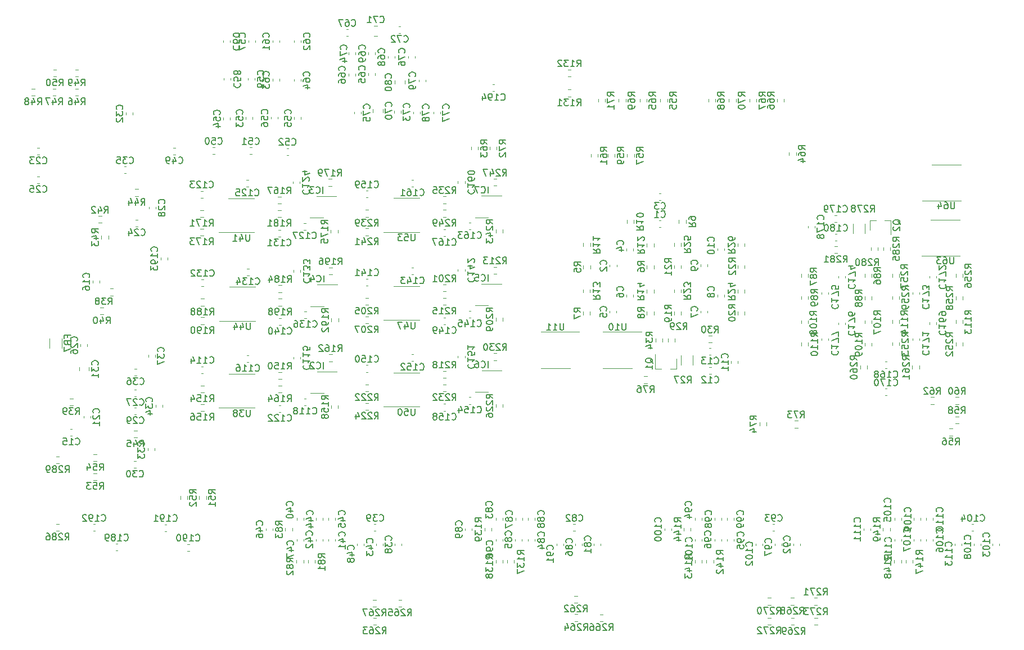
<source format=gbo>
G04 #@! TF.GenerationSoftware,KiCad,Pcbnew,(5.1.9-0-10_14)*
G04 #@! TF.CreationDate,2021-07-02T21:36:42-05:00*
G04 #@! TF.ProjectId,covg_daq_v2,636f7667-5f64-4617-915f-76322e6b6963,rev?*
G04 #@! TF.SameCoordinates,Original*
G04 #@! TF.FileFunction,Legend,Bot*
G04 #@! TF.FilePolarity,Positive*
%FSLAX46Y46*%
G04 Gerber Fmt 4.6, Leading zero omitted, Abs format (unit mm)*
G04 Created by KiCad (PCBNEW (5.1.9-0-10_14)) date 2021-07-02 21:36:42*
%MOMM*%
%LPD*%
G01*
G04 APERTURE LIST*
%ADD10C,0.120000*%
%ADD11C,0.150000*%
%ADD12C,2.500000*%
%ADD13C,1.016000*%
%ADD14C,2.153200*%
%ADD15O,1.350000X1.350000*%
%ADD16R,1.350000X1.350000*%
%ADD17O,4.500000X2.250000*%
%ADD18O,2.250000X4.500000*%
%ADD19O,2.500000X5.000000*%
%ADD20C,2.870200*%
%ADD21C,2.108200*%
%ADD22R,1.500000X1.500000*%
%ADD23R,0.800000X0.900000*%
%ADD24C,2.200000*%
%ADD25R,2.200000X2.200000*%
%ADD26R,1.450000X0.450000*%
%ADD27C,5.600000*%
G04 APERTURE END LIST*
D10*
X78370820Y83030600D02*
X78651980Y83030600D01*
X78370820Y84050600D02*
X78651980Y84050600D01*
X28395200Y57976380D02*
X28395200Y57695220D01*
X29415200Y57976380D02*
X29415200Y57695220D01*
X18504780Y17832800D02*
X18223620Y17832800D01*
X18504780Y16812800D02*
X18223620Y16812800D01*
X29274380Y17807400D02*
X28993220Y17807400D01*
X29274380Y16787400D02*
X28993220Y16787400D01*
X32703380Y14835600D02*
X32422220Y14835600D01*
X32703380Y13815600D02*
X32422220Y13815600D01*
X21908380Y14886400D02*
X21627220Y14886400D01*
X21908380Y13866400D02*
X21627220Y13866400D01*
X17594200Y40937548D02*
X17594200Y41460052D01*
X16124200Y40937548D02*
X16124200Y41460052D01*
X127288258Y2703300D02*
X126813742Y2703300D01*
X127288258Y3748300D02*
X126813742Y3748300D01*
X119767742Y3748300D02*
X120242258Y3748300D01*
X119767742Y2703300D02*
X120242258Y2703300D01*
X127262258Y5700500D02*
X126787742Y5700500D01*
X127262258Y6745500D02*
X126787742Y6745500D01*
X119777742Y6745500D02*
X120252258Y6745500D01*
X119777742Y5700500D02*
X120252258Y5700500D01*
X123765258Y2703300D02*
X123290742Y2703300D01*
X123765258Y3748300D02*
X123290742Y3748300D01*
X123282742Y6745500D02*
X123757258Y6745500D01*
X123282742Y5700500D02*
X123757258Y5700500D01*
X60367142Y6466100D02*
X60841658Y6466100D01*
X60367142Y5421100D02*
X60841658Y5421100D01*
X94530142Y4256300D02*
X95004658Y4256300D01*
X94530142Y3211300D02*
X95004658Y3211300D01*
X64202542Y6466100D02*
X64677058Y6466100D01*
X64202542Y5421100D02*
X64677058Y5421100D01*
X90720142Y4281700D02*
X91194658Y4281700D01*
X90720142Y3236700D02*
X91194658Y3236700D01*
X60392542Y3748300D02*
X60867058Y3748300D01*
X60392542Y2703300D02*
X60867058Y2703300D01*
X90669342Y7050300D02*
X91143858Y7050300D01*
X90669342Y6005300D02*
X91143858Y6005300D01*
X139587500Y52189058D02*
X139587500Y51714542D01*
X138542500Y52189058D02*
X138542500Y51714542D01*
X149163500Y52138258D02*
X149163500Y51663742D01*
X148118500Y52138258D02*
X148118500Y51663742D01*
X139587500Y55516458D02*
X139587500Y55041942D01*
X138542500Y55516458D02*
X138542500Y55041942D01*
X149163500Y55516458D02*
X149163500Y55041942D01*
X148118500Y55516458D02*
X148118500Y55041942D01*
X139575500Y45233258D02*
X139575500Y44758742D01*
X138530500Y45233258D02*
X138530500Y44758742D01*
X149151500Y45182458D02*
X149151500Y44707942D01*
X148106500Y45182458D02*
X148106500Y44707942D01*
X139575500Y48560658D02*
X139575500Y48086142D01*
X138530500Y48560658D02*
X138530500Y48086142D01*
X149151500Y48560658D02*
X149151500Y48086142D01*
X148106500Y48560658D02*
X148106500Y48086142D01*
X125890500Y45199058D02*
X125890500Y44724542D01*
X124845500Y45199058D02*
X124845500Y44724542D01*
X135466500Y45148258D02*
X135466500Y44673742D01*
X134421500Y45148258D02*
X134421500Y44673742D01*
X125890500Y48526458D02*
X125890500Y48051942D01*
X124845500Y48526458D02*
X124845500Y48051942D01*
X135466500Y48526458D02*
X135466500Y48051942D01*
X134421500Y48526458D02*
X134421500Y48051942D01*
X125898500Y52191058D02*
X125898500Y51716542D01*
X124853500Y52191058D02*
X124853500Y51716542D01*
X135474500Y52140258D02*
X135474500Y51665742D01*
X134429500Y52140258D02*
X134429500Y51665742D01*
X125898500Y55518458D02*
X125898500Y55043942D01*
X124853500Y55518458D02*
X124853500Y55043942D01*
X135474500Y55518458D02*
X135474500Y55043942D01*
X134429500Y55518458D02*
X134429500Y55043942D01*
X115285500Y59671542D02*
X115285500Y60146058D01*
X116330500Y59671542D02*
X116330500Y60146058D01*
X105709500Y59722342D02*
X105709500Y60196858D01*
X106754500Y59722342D02*
X106754500Y60196858D01*
X115277500Y52679542D02*
X115277500Y53154058D01*
X116322500Y52679542D02*
X116322500Y53154058D01*
X105701500Y52730342D02*
X105701500Y53204858D01*
X106746500Y52730342D02*
X106746500Y53204858D01*
X115285500Y56344142D02*
X115285500Y56818658D01*
X116330500Y56344142D02*
X116330500Y56818658D01*
X105709500Y56344142D02*
X105709500Y56818658D01*
X106754500Y56344142D02*
X106754500Y56818658D01*
X115277500Y49352142D02*
X115277500Y49826658D01*
X116322500Y49352142D02*
X116322500Y49826658D01*
X105701500Y49352142D02*
X105701500Y49826658D01*
X106746500Y49352142D02*
X106746500Y49826658D01*
X101587900Y52681542D02*
X101587900Y53156058D01*
X102632900Y52681542D02*
X102632900Y53156058D01*
X92011900Y52732342D02*
X92011900Y53206858D01*
X93056900Y52732342D02*
X93056900Y53206858D01*
X101600100Y59637342D02*
X101600100Y60111858D01*
X102645100Y59637342D02*
X102645100Y60111858D01*
X92024100Y59688142D02*
X92024100Y60162658D01*
X93069100Y59688142D02*
X93069100Y60162658D01*
X101587900Y49354142D02*
X101587900Y49828658D01*
X102632900Y49354142D02*
X102632900Y49828658D01*
X92011900Y49354142D02*
X92011900Y49828658D01*
X93056900Y49354142D02*
X93056900Y49828658D01*
X101600100Y56309942D02*
X101600100Y56784458D01*
X102645100Y56309942D02*
X102645100Y56784458D01*
X92024100Y56309942D02*
X92024100Y56784458D01*
X93069100Y56309942D02*
X93069100Y56784458D01*
X127931000Y45507020D02*
X127931000Y45788180D01*
X128951000Y45507020D02*
X128951000Y45788180D01*
X130446000Y47920020D02*
X130446000Y48201180D01*
X131466000Y47920020D02*
X131466000Y48201180D01*
X127939000Y52499020D02*
X127939000Y52780180D01*
X128959000Y52499020D02*
X128959000Y52780180D01*
X130454000Y54912020D02*
X130454000Y55193180D01*
X131474000Y54912020D02*
X131474000Y55193180D01*
X141628000Y52497020D02*
X141628000Y52778180D01*
X142648000Y52497020D02*
X142648000Y52778180D01*
X144143000Y54910020D02*
X144143000Y55191180D01*
X145163000Y54910020D02*
X145163000Y55191180D01*
X141616000Y45541220D02*
X141616000Y45822380D01*
X142636000Y45541220D02*
X142636000Y45822380D01*
X144131000Y47954220D02*
X144131000Y48235380D01*
X145151000Y47954220D02*
X145151000Y48235380D01*
X113245000Y59363580D02*
X113245000Y59082420D01*
X112225000Y59363580D02*
X112225000Y59082420D01*
X110730000Y56950580D02*
X110730000Y56669420D01*
X109710000Y56950580D02*
X109710000Y56669420D01*
X113237000Y52371580D02*
X113237000Y52090420D01*
X112217000Y52371580D02*
X112217000Y52090420D01*
X110722000Y49958580D02*
X110722000Y49677420D01*
X109702000Y49958580D02*
X109702000Y49677420D01*
X99547400Y52373580D02*
X99547400Y52092420D01*
X98527400Y52373580D02*
X98527400Y52092420D01*
X97032400Y49960580D02*
X97032400Y49679420D01*
X96012400Y49960580D02*
X96012400Y49679420D01*
X99559600Y59329380D02*
X99559600Y59048220D01*
X98539600Y59329380D02*
X98539600Y59048220D01*
X97044600Y56916380D02*
X97044600Y56635220D01*
X96024600Y56916380D02*
X96024600Y56635220D01*
X12659542Y26985700D02*
X13134058Y26985700D01*
X12659542Y28030700D02*
X13134058Y28030700D01*
X12640542Y16825700D02*
X13115058Y16825700D01*
X12640542Y17870700D02*
X13115058Y17870700D01*
X146685000Y71975400D02*
X148885000Y71975400D01*
X146685000Y71975400D02*
X144485000Y71975400D01*
X146685000Y66505400D02*
X148885000Y66505400D01*
X146685000Y66505400D02*
X143085000Y66505400D01*
X146542000Y63689000D02*
X148742000Y63689000D01*
X146542000Y63689000D02*
X144342000Y63689000D01*
X146542000Y58219000D02*
X148742000Y58219000D01*
X146542000Y58219000D02*
X142942000Y58219000D01*
X65417400Y66938200D02*
X67367400Y66938200D01*
X65417400Y66938200D02*
X63467400Y66938200D01*
X65417400Y61818200D02*
X67367400Y61818200D01*
X65417400Y61818200D02*
X61967400Y61818200D01*
X65419400Y40654200D02*
X67369400Y40654200D01*
X65419400Y40654200D02*
X63469400Y40654200D01*
X65419400Y35534200D02*
X67369400Y35534200D01*
X65419400Y35534200D02*
X61969400Y35534200D01*
X65418400Y53676200D02*
X67368400Y53676200D01*
X65418400Y53676200D02*
X63468400Y53676200D01*
X65418400Y48556200D02*
X67368400Y48556200D01*
X65418400Y48556200D02*
X61968400Y48556200D01*
X40661400Y53563200D02*
X42611400Y53563200D01*
X40661400Y53563200D02*
X38711400Y53563200D01*
X40661400Y48443200D02*
X42611400Y48443200D01*
X40661400Y48443200D02*
X37211400Y48443200D01*
X40557400Y66898200D02*
X42507400Y66898200D01*
X40557400Y66898200D02*
X38607400Y66898200D01*
X40557400Y61778200D02*
X42507400Y61778200D01*
X40557400Y61778200D02*
X37107400Y61778200D01*
X40631400Y40483200D02*
X42581400Y40483200D01*
X40631400Y40483200D02*
X38681400Y40483200D01*
X40631400Y35363200D02*
X42581400Y35363200D01*
X40631400Y35363200D02*
X37181400Y35363200D01*
X87826800Y41334000D02*
X85626800Y41334000D01*
X87826800Y41334000D02*
X90026800Y41334000D01*
X87826800Y46804000D02*
X85626800Y46804000D01*
X87826800Y46804000D02*
X91426800Y46804000D01*
X97199400Y41334000D02*
X94999400Y41334000D01*
X97199400Y41334000D02*
X99399400Y41334000D01*
X97199400Y46804000D02*
X94999400Y46804000D01*
X97199400Y46804000D02*
X100799400Y46804000D01*
X124069500Y73365942D02*
X124069500Y73840458D01*
X123024500Y73365942D02*
X123024500Y73840458D01*
X138260500Y59075942D02*
X138260500Y59550458D01*
X137215500Y59075942D02*
X137215500Y59550458D01*
X129817742Y58638300D02*
X130292258Y58638300D01*
X129817742Y59683300D02*
X130292258Y59683300D01*
X136380500Y59075942D02*
X136380500Y59550458D01*
X135335500Y59075942D02*
X135335500Y59550458D01*
X134444000Y61608736D02*
X134444000Y63062864D01*
X132624000Y61608736D02*
X132624000Y63062864D01*
X141558500Y41715458D02*
X141558500Y41240942D01*
X142603500Y41715458D02*
X142603500Y41240942D01*
X133710500Y41703258D02*
X133710500Y41228742D01*
X134755500Y41703258D02*
X134755500Y41228742D01*
X70895142Y64109700D02*
X71369658Y64109700D01*
X70895142Y65154700D02*
X71369658Y65154700D01*
X78989658Y69853700D02*
X78515142Y69853700D01*
X78989658Y68808700D02*
X78515142Y68808700D01*
X78864900Y62202458D02*
X78864900Y61727942D01*
X79909900Y62202458D02*
X79909900Y61727942D01*
X59211142Y61315700D02*
X59685658Y61315700D01*
X59211142Y62360700D02*
X59685658Y62360700D01*
X59211142Y64109700D02*
X59685658Y64109700D01*
X59211142Y65154700D02*
X59685658Y65154700D01*
X71369658Y67186700D02*
X70895142Y67186700D01*
X71369658Y66141700D02*
X70895142Y66141700D01*
X70897142Y37825700D02*
X71371658Y37825700D01*
X70897142Y38870700D02*
X71371658Y38870700D01*
X78991658Y43569700D02*
X78517142Y43569700D01*
X78991658Y42524700D02*
X78517142Y42524700D01*
X78866900Y35918458D02*
X78866900Y35443942D01*
X79911900Y35918458D02*
X79911900Y35443942D01*
X59213142Y35031700D02*
X59687658Y35031700D01*
X59213142Y36076700D02*
X59687658Y36076700D01*
X59213142Y37825700D02*
X59687658Y37825700D01*
X59213142Y38870700D02*
X59687658Y38870700D01*
X71371658Y40902700D02*
X70897142Y40902700D01*
X71371658Y39857700D02*
X70897142Y39857700D01*
X70896142Y50847700D02*
X71370658Y50847700D01*
X70896142Y51892700D02*
X71370658Y51892700D01*
X78990658Y56591700D02*
X78516142Y56591700D01*
X78990658Y55546700D02*
X78516142Y55546700D01*
X78865900Y48940458D02*
X78865900Y48465942D01*
X79910900Y48940458D02*
X79910900Y48465942D01*
X59212142Y48053700D02*
X59686658Y48053700D01*
X59212142Y49098700D02*
X59686658Y49098700D01*
X59212142Y50847700D02*
X59686658Y50847700D01*
X59212142Y51892700D02*
X59686658Y51892700D01*
X71370658Y53924700D02*
X70896142Y53924700D01*
X71370658Y52879700D02*
X70896142Y52879700D01*
X46139142Y50734700D02*
X46613658Y50734700D01*
X46139142Y51779700D02*
X46613658Y51779700D01*
X54233658Y56478700D02*
X53759142Y56478700D01*
X54233658Y55433700D02*
X53759142Y55433700D01*
X54108900Y48827458D02*
X54108900Y48352942D01*
X55153900Y48827458D02*
X55153900Y48352942D01*
X34455142Y47940700D02*
X34929658Y47940700D01*
X34455142Y48985700D02*
X34929658Y48985700D01*
X34455142Y50734700D02*
X34929658Y50734700D01*
X34455142Y51779700D02*
X34929658Y51779700D01*
X46613658Y53811700D02*
X46139142Y53811700D01*
X46613658Y52766700D02*
X46139142Y52766700D01*
X46035142Y64069700D02*
X46509658Y64069700D01*
X46035142Y65114700D02*
X46509658Y65114700D01*
X54129658Y69813700D02*
X53655142Y69813700D01*
X54129658Y68768700D02*
X53655142Y68768700D01*
X54004900Y62162458D02*
X54004900Y61687942D01*
X55049900Y62162458D02*
X55049900Y61687942D01*
X34351142Y61275700D02*
X34825658Y61275700D01*
X34351142Y62320700D02*
X34825658Y62320700D01*
X34351142Y64069700D02*
X34825658Y64069700D01*
X34351142Y65114700D02*
X34825658Y65114700D01*
X46509658Y67146700D02*
X46035142Y67146700D01*
X46509658Y66101700D02*
X46035142Y66101700D01*
X46109142Y37654700D02*
X46583658Y37654700D01*
X46109142Y38699700D02*
X46583658Y38699700D01*
X54203658Y43398700D02*
X53729142Y43398700D01*
X54203658Y42353700D02*
X53729142Y42353700D01*
X54078900Y35747458D02*
X54078900Y35272942D01*
X55123900Y35747458D02*
X55123900Y35272942D01*
X34425142Y34860700D02*
X34899658Y34860700D01*
X34425142Y35905700D02*
X34899658Y35905700D01*
X34425142Y37654700D02*
X34899658Y37654700D01*
X34425142Y38699700D02*
X34899658Y38699700D01*
X46583658Y40731700D02*
X46109142Y40731700D01*
X46583658Y39686700D02*
X46109142Y39686700D01*
X137172500Y17306058D02*
X137172500Y16831542D01*
X138217500Y17306058D02*
X138217500Y16831542D01*
X138855500Y12480058D02*
X138855500Y12005542D01*
X139900500Y12480058D02*
X139900500Y12005542D01*
X140582500Y12480058D02*
X140582500Y12005542D01*
X141627500Y12480058D02*
X141627500Y12005542D01*
X107172500Y17306058D02*
X107172500Y16831542D01*
X108217500Y17306058D02*
X108217500Y16831542D01*
X108855500Y12480058D02*
X108855500Y12005542D01*
X109900500Y12480058D02*
X109900500Y12005542D01*
X110582500Y12480058D02*
X110582500Y12005542D01*
X111627500Y12480058D02*
X111627500Y12005542D01*
X77172300Y17306058D02*
X77172300Y16831542D01*
X78217300Y17306058D02*
X78217300Y16831542D01*
X78855100Y12480058D02*
X78855100Y12005542D01*
X79900100Y12480058D02*
X79900100Y12005542D01*
X80582300Y12480058D02*
X80582300Y12005542D01*
X81627300Y12480058D02*
X81627300Y12005542D01*
X90172858Y86284700D02*
X89698342Y86284700D01*
X90172858Y85239700D02*
X89698342Y85239700D01*
X89698342Y82239700D02*
X90172858Y82239700D01*
X89698342Y83284700D02*
X90172858Y83284700D01*
X101184742Y39050700D02*
X101659258Y39050700D01*
X101184742Y40095700D02*
X101659258Y40095700D01*
X118571500Y33181058D02*
X118571500Y32706542D01*
X119616500Y33181058D02*
X119616500Y32706542D01*
X124316258Y33415500D02*
X123841742Y33415500D01*
X124316258Y32370500D02*
X123841742Y32370500D01*
X79002300Y74213542D02*
X79002300Y74688058D01*
X77957300Y74213542D02*
X77957300Y74688058D01*
X95308900Y81407342D02*
X95308900Y81881858D01*
X94263900Y81407342D02*
X94263900Y81881858D01*
X114993500Y81407342D02*
X114993500Y81881858D01*
X113948500Y81407342D02*
X113948500Y81881858D01*
X98407700Y81407342D02*
X98407700Y81881858D01*
X97362700Y81407342D02*
X97362700Y81881858D01*
X111895500Y81407342D02*
X111895500Y81881858D01*
X110850500Y81407342D02*
X110850500Y81881858D01*
X118118500Y81407342D02*
X118118500Y81881858D01*
X117073500Y81407342D02*
X117073500Y81881858D01*
X121213500Y81881858D02*
X121213500Y81407342D01*
X122258500Y81881858D02*
X122258500Y81407342D01*
X101582500Y81407342D02*
X101582500Y81881858D01*
X100537500Y81407342D02*
X100537500Y81881858D01*
X76202300Y74213542D02*
X76202300Y74688058D01*
X75157300Y74213542D02*
X75157300Y74688058D01*
X144807258Y36971500D02*
X144332742Y36971500D01*
X144807258Y35926500D02*
X144332742Y35926500D01*
X94235800Y73105242D02*
X94235800Y73579758D01*
X93190800Y73105242D02*
X93190800Y73579758D01*
X148541258Y36971500D02*
X148066742Y36971500D01*
X148541258Y35926500D02*
X148066742Y35926500D01*
X96782100Y73117942D02*
X96782100Y73592458D01*
X95737100Y73117942D02*
X95737100Y73592458D01*
X148528258Y34062300D02*
X148053742Y34062300D01*
X148528258Y33017300D02*
X148053742Y33017300D01*
X99677700Y73117942D02*
X99677700Y73592458D01*
X98632700Y73117942D02*
X98632700Y73592458D01*
X147152742Y31176700D02*
X147627258Y31176700D01*
X147152742Y32221700D02*
X147627258Y32221700D01*
X104669500Y81407342D02*
X104669500Y81881858D01*
X103624500Y81407342D02*
X103624500Y81881858D01*
X18298342Y27315900D02*
X18772858Y27315900D01*
X18298342Y28360900D02*
X18772858Y28360900D01*
X18298342Y24471100D02*
X18772858Y24471100D01*
X18298342Y25516100D02*
X18772858Y25516100D01*
X32399500Y21606742D02*
X32399500Y22081258D01*
X31354500Y21606742D02*
X31354500Y22081258D01*
X35244300Y21581342D02*
X35244300Y22055858D01*
X34199300Y21581342D02*
X34199300Y22055858D01*
X12227742Y85227900D02*
X12702258Y85227900D01*
X12227742Y86272900D02*
X12702258Y86272900D01*
X15529742Y85227900D02*
X16004258Y85227900D01*
X15529742Y86272900D02*
X16004258Y86272900D01*
X8976542Y82357700D02*
X9451058Y82357700D01*
X8976542Y83402700D02*
X9451058Y83402700D01*
X12151542Y82357700D02*
X12626058Y82357700D01*
X12151542Y83402700D02*
X12626058Y83402700D01*
X15529742Y82357700D02*
X16004258Y82357700D01*
X15529742Y83402700D02*
X16004258Y83402700D01*
X24356242Y30871900D02*
X24830758Y30871900D01*
X24356242Y31916900D02*
X24830758Y31916900D01*
X24546742Y67244700D02*
X25021258Y67244700D01*
X24546742Y68289700D02*
X25021258Y68289700D01*
X47172300Y17306058D02*
X47172300Y16831542D01*
X48217300Y17306058D02*
X48217300Y16831542D01*
X48855100Y12480058D02*
X48855100Y12005542D01*
X49900100Y12480058D02*
X49900100Y12005542D01*
X50582300Y12480058D02*
X50582300Y12005542D01*
X51627300Y12480058D02*
X51627300Y12005542D01*
X19486300Y61298858D02*
X19486300Y60824342D01*
X20531300Y61298858D02*
X20531300Y60824342D01*
X19015942Y63206100D02*
X19490458Y63206100D01*
X19015942Y64251100D02*
X19490458Y64251100D01*
X102915500Y45794658D02*
X102915500Y45320142D01*
X103960500Y45794658D02*
X103960500Y45320142D01*
X99617100Y63155142D02*
X99617100Y63629658D01*
X98572100Y63155142D02*
X98572100Y63629658D01*
X19314342Y49413900D02*
X19788858Y49413900D01*
X19314342Y50458900D02*
X19788858Y50458900D01*
X14704242Y35736000D02*
X15178758Y35736000D01*
X14704242Y36781000D02*
X15178758Y36781000D01*
X21243058Y53303700D02*
X20768542Y53303700D01*
X21243058Y52258700D02*
X20768542Y52258700D01*
X111358258Y46232300D02*
X110883742Y46232300D01*
X111358258Y45187300D02*
X110883742Y45187300D01*
X104795500Y45794658D02*
X104795500Y45320142D01*
X105840500Y45794658D02*
X105840500Y45320142D01*
X106731000Y43261864D02*
X106731000Y41807736D01*
X108551000Y43261864D02*
X108551000Y41807736D01*
X107465500Y63167342D02*
X107465500Y63641858D01*
X106420500Y63167342D02*
X106420500Y63641858D01*
X135157000Y63619000D02*
X136087000Y63619000D01*
X138317000Y63619000D02*
X137387000Y63619000D01*
X138317000Y63619000D02*
X138317000Y61459000D01*
X135157000Y63619000D02*
X135157000Y62159000D01*
X106018000Y41251600D02*
X105088000Y41251600D01*
X102858000Y41251600D02*
X103788000Y41251600D01*
X102858000Y41251600D02*
X102858000Y43411600D01*
X106018000Y41251600D02*
X106018000Y42711600D01*
X75720400Y64028200D02*
X77720400Y64028200D01*
X76720400Y67268200D02*
X79720400Y67268200D01*
X75722400Y37744200D02*
X77722400Y37744200D01*
X76722400Y40984200D02*
X79722400Y40984200D01*
X75721400Y50766200D02*
X77721400Y50766200D01*
X76721400Y54006200D02*
X79721400Y54006200D01*
X50964400Y50653200D02*
X52964400Y50653200D01*
X51964400Y53893200D02*
X54964400Y53893200D01*
X50860400Y63988200D02*
X52860400Y63988200D01*
X51860400Y67228200D02*
X54860400Y67228200D01*
X50934400Y37573200D02*
X52934400Y37573200D01*
X51934400Y40813200D02*
X54934400Y40813200D01*
X13502000Y44399148D02*
X13502000Y45821652D01*
X11682000Y44399148D02*
X11682000Y45821652D01*
X130195580Y61525000D02*
X129914420Y61525000D01*
X130195580Y60505000D02*
X129914420Y60505000D01*
X130169580Y64369800D02*
X129888420Y64369800D01*
X130169580Y63349800D02*
X129888420Y63349800D01*
X126882000Y62474620D02*
X126882000Y62755780D01*
X125862000Y62474620D02*
X125862000Y62755780D01*
X137751580Y38229000D02*
X137470420Y38229000D01*
X137751580Y37209000D02*
X137470420Y37209000D01*
X137470420Y41298400D02*
X137751580Y41298400D01*
X137470420Y42318400D02*
X137751580Y42318400D01*
X70991820Y61201200D02*
X71272980Y61201200D01*
X70991820Y62221200D02*
X71272980Y62221200D01*
X75082980Y63237200D02*
X74801820Y63237200D01*
X75082980Y62217200D02*
X74801820Y62217200D01*
X66165820Y68694200D02*
X66446980Y68694200D01*
X66165820Y69714200D02*
X66446980Y69714200D01*
X74182400Y69190620D02*
X74182400Y69471780D01*
X73162400Y69190620D02*
X73162400Y69471780D01*
X59588980Y68063200D02*
X59307820Y68063200D01*
X59588980Y67043200D02*
X59307820Y67043200D01*
X70993820Y34917200D02*
X71274980Y34917200D01*
X70993820Y35937200D02*
X71274980Y35937200D01*
X75084980Y36953200D02*
X74803820Y36953200D01*
X75084980Y35933200D02*
X74803820Y35933200D01*
X66167820Y42410200D02*
X66448980Y42410200D01*
X66167820Y43430200D02*
X66448980Y43430200D01*
X74184400Y42906620D02*
X74184400Y43187780D01*
X73164400Y42906620D02*
X73164400Y43187780D01*
X59590980Y41779200D02*
X59309820Y41779200D01*
X59590980Y40759200D02*
X59309820Y40759200D01*
X70992820Y47939200D02*
X71273980Y47939200D01*
X70992820Y48959200D02*
X71273980Y48959200D01*
X75083980Y49975200D02*
X74802820Y49975200D01*
X75083980Y48955200D02*
X74802820Y48955200D01*
X66166820Y55432200D02*
X66447980Y55432200D01*
X66166820Y56452200D02*
X66447980Y56452200D01*
X74183400Y55928620D02*
X74183400Y56209780D01*
X73163400Y55928620D02*
X73163400Y56209780D01*
X59589980Y54801200D02*
X59308820Y54801200D01*
X59589980Y53781200D02*
X59308820Y53781200D01*
X46235820Y47826200D02*
X46516980Y47826200D01*
X46235820Y48846200D02*
X46516980Y48846200D01*
X50326980Y49862200D02*
X50045820Y49862200D01*
X50326980Y48842200D02*
X50045820Y48842200D01*
X41409820Y55319200D02*
X41690980Y55319200D01*
X41409820Y56339200D02*
X41690980Y56339200D01*
X49426400Y55815620D02*
X49426400Y56096780D01*
X48406400Y55815620D02*
X48406400Y56096780D01*
X34832980Y54688200D02*
X34551820Y54688200D01*
X34832980Y53668200D02*
X34551820Y53668200D01*
X46131820Y61161200D02*
X46412980Y61161200D01*
X46131820Y62181200D02*
X46412980Y62181200D01*
X50222980Y63197200D02*
X49941820Y63197200D01*
X50222980Y62177200D02*
X49941820Y62177200D01*
X41305820Y68654200D02*
X41586980Y68654200D01*
X41305820Y69674200D02*
X41586980Y69674200D01*
X49322400Y69150620D02*
X49322400Y69431780D01*
X48302400Y69150620D02*
X48302400Y69431780D01*
X34728980Y68023200D02*
X34447820Y68023200D01*
X34728980Y67003200D02*
X34447820Y67003200D01*
X46205820Y34746200D02*
X46486980Y34746200D01*
X46205820Y35766200D02*
X46486980Y35766200D01*
X50296980Y36782200D02*
X50015820Y36782200D01*
X50296980Y35762200D02*
X50015820Y35762200D01*
X41379820Y42239200D02*
X41660980Y42239200D01*
X41379820Y43259200D02*
X41660980Y43259200D01*
X49396400Y42735620D02*
X49396400Y43016780D01*
X48376400Y42735620D02*
X48376400Y43016780D01*
X34802980Y41608200D02*
X34521820Y41608200D01*
X34802980Y40588200D02*
X34521820Y40588200D01*
X147999000Y14936080D02*
X147999000Y14654920D01*
X149019000Y14936080D02*
X149019000Y14654920D01*
X139888000Y15302620D02*
X139888000Y15583780D01*
X138868000Y15302620D02*
X138868000Y15583780D01*
X134245000Y17209380D02*
X134245000Y16928220D01*
X135265000Y17209380D02*
X135265000Y16928220D01*
X143668000Y18758780D02*
X143668000Y18477620D01*
X144688000Y18758780D02*
X144688000Y18477620D01*
X141814000Y18758780D02*
X141814000Y18477620D01*
X142834000Y18758780D02*
X142834000Y18477620D01*
X150844000Y14936080D02*
X150844000Y14654920D01*
X151864000Y14936080D02*
X151864000Y14654920D01*
X142809000Y15302620D02*
X142809000Y15583780D01*
X141789000Y15302620D02*
X141789000Y15583780D01*
X144688000Y15302620D02*
X144688000Y15583780D01*
X143668000Y15302620D02*
X143668000Y15583780D01*
X139888000Y18477620D02*
X139888000Y18758780D01*
X138868000Y18477620D02*
X138868000Y18758780D01*
X150795580Y17845500D02*
X150514420Y17845500D01*
X150795580Y16825500D02*
X150514420Y16825500D01*
X153650000Y14936080D02*
X153650000Y14654920D01*
X154670000Y14936080D02*
X154670000Y14654920D01*
X117999000Y14936080D02*
X117999000Y14654920D01*
X119019000Y14936080D02*
X119019000Y14654920D01*
X63654000Y84640052D02*
X63654000Y84117548D01*
X65124000Y84640052D02*
X65124000Y84117548D01*
X67261800Y84773380D02*
X67261800Y84492220D01*
X68281800Y84773380D02*
X68281800Y84492220D01*
X67439000Y79666220D02*
X67439000Y79947380D01*
X66419000Y79666220D02*
X66419000Y79947380D01*
X69467000Y79947380D02*
X69467000Y79666220D01*
X70487000Y79947380D02*
X70487000Y79666220D01*
X65661800Y88329380D02*
X65661800Y88048220D01*
X66681800Y88329380D02*
X66681800Y88048220D01*
X58549000Y79666220D02*
X58549000Y79947380D01*
X57529000Y79666220D02*
X57529000Y79947380D01*
X57681800Y88577420D02*
X57681800Y88858580D01*
X56661800Y88577420D02*
X56661800Y88858580D01*
X64541800Y79777420D02*
X64541800Y80058580D01*
X63521800Y79777420D02*
X63521800Y80058580D01*
X64231220Y91808000D02*
X64512380Y91808000D01*
X64231220Y92828000D02*
X64512380Y92828000D01*
X61033052Y92853000D02*
X60510548Y92853000D01*
X61033052Y91383000D02*
X60510548Y91383000D01*
X61822000Y79856748D02*
X61822000Y80379252D01*
X60352000Y79856748D02*
X60352000Y80379252D01*
X62609000Y88329380D02*
X62609000Y88048220D01*
X63629000Y88329380D02*
X63629000Y88048220D01*
X56630180Y92356400D02*
X56349020Y92356400D01*
X56630180Y91336400D02*
X56349020Y91336400D01*
X56661800Y85658580D02*
X56661800Y85377420D01*
X57681800Y85658580D02*
X57681800Y85377420D01*
X59661800Y85738580D02*
X59661800Y85457420D01*
X60681800Y85738580D02*
X60681800Y85457420D01*
X49487500Y84568420D02*
X49487500Y84849580D01*
X48467500Y84568420D02*
X48467500Y84849580D01*
X45229000Y84874980D02*
X45229000Y84593820D01*
X46249000Y84874980D02*
X46249000Y84593820D01*
X49512900Y90410420D02*
X49512900Y90691580D01*
X48492900Y90410420D02*
X48492900Y90691580D01*
X45229000Y90678880D02*
X45229000Y90397720D01*
X46249000Y90678880D02*
X46249000Y90397720D01*
X38837300Y90385020D02*
X38837300Y90666180D01*
X37817300Y90385020D02*
X37817300Y90666180D01*
X42578700Y84733520D02*
X42578700Y85014680D01*
X41558700Y84733520D02*
X41558700Y85014680D01*
X38944000Y84720820D02*
X38944000Y85001980D01*
X37924000Y84720820D02*
X37924000Y85001980D01*
X41622200Y90666180D02*
X41622200Y90385020D01*
X42642200Y90666180D02*
X42642200Y90385020D01*
X45000400Y79147280D02*
X45000400Y78866120D01*
X46020400Y79147280D02*
X46020400Y78866120D01*
X48518300Y79134580D02*
X48518300Y78853420D01*
X49538300Y79134580D02*
X49538300Y78853420D01*
X37824900Y79032980D02*
X37824900Y78751820D01*
X38844900Y79032980D02*
X38844900Y78751820D01*
X41228500Y79121880D02*
X41228500Y78840720D01*
X42248500Y79121880D02*
X42248500Y78840720D01*
X47632280Y74449400D02*
X47351120Y74449400D01*
X47632280Y73429400D02*
X47351120Y73429400D01*
X42107780Y74551000D02*
X41826620Y74551000D01*
X42107780Y73531000D02*
X41826620Y73531000D01*
X36519780Y74576400D02*
X36238620Y74576400D01*
X36519780Y73556400D02*
X36238620Y73556400D01*
X30320420Y73505600D02*
X30601580Y73505600D01*
X30320420Y74525600D02*
X30601580Y74525600D01*
X109888000Y15302620D02*
X109888000Y15583780D01*
X108868000Y15302620D02*
X108868000Y15583780D01*
X104245000Y17209380D02*
X104245000Y16928220D01*
X105265000Y17209380D02*
X105265000Y16928220D01*
X113668000Y18758780D02*
X113668000Y18477620D01*
X114688000Y18758780D02*
X114688000Y18477620D01*
X111814000Y18758780D02*
X111814000Y18477620D01*
X112834000Y18758780D02*
X112834000Y18477620D01*
X120844000Y14936080D02*
X120844000Y14654920D01*
X121864000Y14936080D02*
X121864000Y14654920D01*
X112809000Y15302620D02*
X112809000Y15583780D01*
X111789000Y15302620D02*
X111789000Y15583780D01*
X114688000Y15302620D02*
X114688000Y15583780D01*
X113668000Y15302620D02*
X113668000Y15583780D01*
X109888000Y18477620D02*
X109888000Y18758780D01*
X108868000Y18477620D02*
X108868000Y18758780D01*
X120795580Y17845500D02*
X120514420Y17845500D01*
X120795580Y16825500D02*
X120514420Y16825500D01*
X123650000Y14936080D02*
X123650000Y14654920D01*
X124670000Y14936080D02*
X124670000Y14654920D01*
X87998900Y14936080D02*
X87998900Y14654920D01*
X89018900Y14936080D02*
X89018900Y14654920D01*
X79887600Y15302620D02*
X79887600Y15583780D01*
X78867600Y15302620D02*
X78867600Y15583780D01*
X74244800Y17209380D02*
X74244800Y16928220D01*
X75264800Y17209380D02*
X75264800Y16928220D01*
X83668200Y18758780D02*
X83668200Y18477620D01*
X84688200Y18758780D02*
X84688200Y18477620D01*
X81814000Y18758780D02*
X81814000Y18477620D01*
X82834000Y18758780D02*
X82834000Y18477620D01*
X90843700Y14936080D02*
X90843700Y14654920D01*
X91863700Y14936080D02*
X91863700Y14654920D01*
X103424420Y66641600D02*
X103705580Y66641600D01*
X103424420Y67661600D02*
X103705580Y67661600D01*
X103705580Y63572200D02*
X103424420Y63572200D01*
X103705580Y62552200D02*
X103424420Y62552200D01*
X82808600Y15302620D02*
X82808600Y15583780D01*
X81788600Y15302620D02*
X81788600Y15583780D01*
X84688200Y15302620D02*
X84688200Y15583780D01*
X83668200Y15302620D02*
X83668200Y15583780D01*
X24440220Y34364200D02*
X24721380Y34364200D01*
X24440220Y35384200D02*
X24721380Y35384200D01*
X24440220Y37094700D02*
X24721380Y37094700D01*
X24440220Y38114700D02*
X24721380Y38114700D01*
X27626800Y35776780D02*
X27626800Y35495620D01*
X28646800Y35776780D02*
X28646800Y35495620D01*
X79887600Y18477620D02*
X79887600Y18758780D01*
X78867600Y18477620D02*
X78867600Y18758780D01*
X23171980Y71680800D02*
X22890820Y71680800D01*
X23171980Y70660800D02*
X22890820Y70660800D01*
X23156400Y79820380D02*
X23156400Y79539220D01*
X24176400Y79820380D02*
X24176400Y79539220D01*
X16323800Y44920780D02*
X16323800Y44639620D01*
X17343800Y44920780D02*
X17343800Y44639620D01*
X90795780Y17845500D02*
X90514620Y17845500D01*
X90795780Y16825500D02*
X90514620Y16825500D01*
X93650400Y14936080D02*
X93650400Y14654920D01*
X94670400Y14936080D02*
X94670400Y14654920D01*
X27535600Y43032520D02*
X27535600Y43313680D01*
X26515600Y43032520D02*
X26515600Y43313680D01*
X24472020Y40250100D02*
X24753180Y40250100D01*
X24472020Y41270100D02*
X24753180Y41270100D01*
X27453000Y28967820D02*
X27453000Y29248980D01*
X26433000Y28967820D02*
X26433000Y29248980D01*
X24389420Y26312400D02*
X24670580Y26312400D01*
X24389420Y27332400D02*
X24670580Y27332400D01*
X26623500Y65621780D02*
X26623500Y65340620D01*
X27643500Y65621780D02*
X27643500Y65340620D01*
X14800920Y31176500D02*
X15082080Y31176500D01*
X14800920Y32196500D02*
X15082080Y32196500D01*
X24643420Y62685200D02*
X24924580Y62685200D01*
X24643420Y63705200D02*
X24924580Y63705200D01*
X17801000Y33831920D02*
X17801000Y34113080D01*
X16781000Y33831920D02*
X16781000Y34113080D01*
X57998900Y14936080D02*
X57998900Y14654920D01*
X59018900Y14936080D02*
X59018900Y14654920D01*
X49887600Y15302620D02*
X49887600Y15583780D01*
X48867600Y15302620D02*
X48867600Y15583780D01*
X44244800Y17209380D02*
X44244800Y16928220D01*
X45264800Y17209380D02*
X45264800Y16928220D01*
X59681600Y88872980D02*
X59681600Y88591820D01*
X60701600Y88872980D02*
X60701600Y88591820D01*
X53668200Y18758780D02*
X53668200Y18477620D01*
X54688200Y18758780D02*
X54688200Y18477620D01*
X51814000Y18758780D02*
X51814000Y18477620D01*
X52834000Y18758780D02*
X52834000Y18477620D01*
X60843700Y14936080D02*
X60843700Y14654920D01*
X61863700Y14936080D02*
X61863700Y14654920D01*
X52808600Y15302620D02*
X52808600Y15583780D01*
X51788600Y15302620D02*
X51788600Y15583780D01*
X54688200Y15302620D02*
X54688200Y15583780D01*
X53668200Y15302620D02*
X53668200Y15583780D01*
X49887600Y18477620D02*
X49887600Y18758780D01*
X48867600Y18477620D02*
X48867600Y18758780D01*
X60795780Y17845500D02*
X60514620Y17845500D01*
X60795780Y16825500D02*
X60514620Y16825500D01*
X63650400Y14936080D02*
X63650400Y14654920D01*
X64670400Y14936080D02*
X64670400Y14654920D01*
X9835220Y69162200D02*
X10116380Y69162200D01*
X9835220Y70182200D02*
X10116380Y70182200D01*
X9835220Y73480200D02*
X10116380Y73480200D01*
X9835220Y74500200D02*
X10116380Y74500200D01*
X18159000Y54496580D02*
X18159000Y54215420D01*
X19179000Y54496580D02*
X19179000Y54215420D01*
X110980420Y43345600D02*
X111261580Y43345600D01*
X110980420Y44365600D02*
X111261580Y44365600D01*
X111006420Y40500800D02*
X111287580Y40500800D01*
X111006420Y41520800D02*
X111287580Y41520800D01*
X114294000Y42395980D02*
X114294000Y42114820D01*
X115314000Y42395980D02*
X115314000Y42114820D01*
D11*
X79630447Y81753457D02*
X79678066Y81705838D01*
X79820923Y81658219D01*
X79916161Y81658219D01*
X80059019Y81705838D01*
X80154257Y81801076D01*
X80201876Y81896314D01*
X80249495Y82086790D01*
X80249495Y82229647D01*
X80201876Y82420123D01*
X80154257Y82515361D01*
X80059019Y82610600D01*
X79916161Y82658219D01*
X79820923Y82658219D01*
X79678066Y82610600D01*
X79630447Y82562980D01*
X78678066Y81658219D02*
X79249495Y81658219D01*
X78963780Y81658219D02*
X78963780Y82658219D01*
X79059019Y82515361D01*
X79154257Y82420123D01*
X79249495Y82372504D01*
X78201876Y81658219D02*
X78011400Y81658219D01*
X77916161Y81705838D01*
X77868542Y81753457D01*
X77773304Y81896314D01*
X77725685Y82086790D01*
X77725685Y82467742D01*
X77773304Y82562980D01*
X77820923Y82610600D01*
X77916161Y82658219D01*
X78106638Y82658219D01*
X78201876Y82610600D01*
X78249495Y82562980D01*
X78297114Y82467742D01*
X78297114Y82229647D01*
X78249495Y82134409D01*
X78201876Y82086790D01*
X78106638Y82039171D01*
X77916161Y82039171D01*
X77820923Y82086790D01*
X77773304Y82134409D01*
X77725685Y82229647D01*
X76868542Y82324885D02*
X76868542Y81658219D01*
X77106638Y82705838D02*
X77344733Y81991552D01*
X76725685Y81991552D01*
X27832342Y58954847D02*
X27879961Y59002466D01*
X27927580Y59145323D01*
X27927580Y59240561D01*
X27879961Y59383419D01*
X27784723Y59478657D01*
X27689485Y59526276D01*
X27499009Y59573895D01*
X27356152Y59573895D01*
X27165676Y59526276D01*
X27070438Y59478657D01*
X26975200Y59383419D01*
X26927580Y59240561D01*
X26927580Y59145323D01*
X26975200Y59002466D01*
X27022819Y58954847D01*
X27927580Y58002466D02*
X27927580Y58573895D01*
X27927580Y58288180D02*
X26927580Y58288180D01*
X27070438Y58383419D01*
X27165676Y58478657D01*
X27213295Y58573895D01*
X27927580Y57526276D02*
X27927580Y57335800D01*
X27879961Y57240561D01*
X27832342Y57192942D01*
X27689485Y57097704D01*
X27499009Y57050085D01*
X27118057Y57050085D01*
X27022819Y57097704D01*
X26975200Y57145323D01*
X26927580Y57240561D01*
X26927580Y57431038D01*
X26975200Y57526276D01*
X27022819Y57573895D01*
X27118057Y57621514D01*
X27356152Y57621514D01*
X27451390Y57573895D01*
X27499009Y57526276D01*
X27546628Y57431038D01*
X27546628Y57240561D01*
X27499009Y57145323D01*
X27451390Y57097704D01*
X27356152Y57050085D01*
X26927580Y56716752D02*
X26927580Y56097704D01*
X27308533Y56431038D01*
X27308533Y56288180D01*
X27356152Y56192942D01*
X27403771Y56145323D01*
X27499009Y56097704D01*
X27737104Y56097704D01*
X27832342Y56145323D01*
X27879961Y56192942D01*
X27927580Y56288180D01*
X27927580Y56573895D01*
X27879961Y56669133D01*
X27832342Y56716752D01*
X19483247Y18395657D02*
X19530866Y18348038D01*
X19673723Y18300419D01*
X19768961Y18300419D01*
X19911819Y18348038D01*
X20007057Y18443276D01*
X20054676Y18538514D01*
X20102295Y18728990D01*
X20102295Y18871847D01*
X20054676Y19062323D01*
X20007057Y19157561D01*
X19911819Y19252800D01*
X19768961Y19300419D01*
X19673723Y19300419D01*
X19530866Y19252800D01*
X19483247Y19205180D01*
X18530866Y18300419D02*
X19102295Y18300419D01*
X18816580Y18300419D02*
X18816580Y19300419D01*
X18911819Y19157561D01*
X19007057Y19062323D01*
X19102295Y19014704D01*
X18054676Y18300419D02*
X17864200Y18300419D01*
X17768961Y18348038D01*
X17721342Y18395657D01*
X17626104Y18538514D01*
X17578485Y18728990D01*
X17578485Y19109942D01*
X17626104Y19205180D01*
X17673723Y19252800D01*
X17768961Y19300419D01*
X17959438Y19300419D01*
X18054676Y19252800D01*
X18102295Y19205180D01*
X18149914Y19109942D01*
X18149914Y18871847D01*
X18102295Y18776609D01*
X18054676Y18728990D01*
X17959438Y18681371D01*
X17768961Y18681371D01*
X17673723Y18728990D01*
X17626104Y18776609D01*
X17578485Y18871847D01*
X17197533Y19205180D02*
X17149914Y19252800D01*
X17054676Y19300419D01*
X16816580Y19300419D01*
X16721342Y19252800D01*
X16673723Y19205180D01*
X16626104Y19109942D01*
X16626104Y19014704D01*
X16673723Y18871847D01*
X17245152Y18300419D01*
X16626104Y18300419D01*
X30252847Y18370257D02*
X30300466Y18322638D01*
X30443323Y18275019D01*
X30538561Y18275019D01*
X30681419Y18322638D01*
X30776657Y18417876D01*
X30824276Y18513114D01*
X30871895Y18703590D01*
X30871895Y18846447D01*
X30824276Y19036923D01*
X30776657Y19132161D01*
X30681419Y19227400D01*
X30538561Y19275019D01*
X30443323Y19275019D01*
X30300466Y19227400D01*
X30252847Y19179780D01*
X29300466Y18275019D02*
X29871895Y18275019D01*
X29586180Y18275019D02*
X29586180Y19275019D01*
X29681419Y19132161D01*
X29776657Y19036923D01*
X29871895Y18989304D01*
X28824276Y18275019D02*
X28633800Y18275019D01*
X28538561Y18322638D01*
X28490942Y18370257D01*
X28395704Y18513114D01*
X28348085Y18703590D01*
X28348085Y19084542D01*
X28395704Y19179780D01*
X28443323Y19227400D01*
X28538561Y19275019D01*
X28729038Y19275019D01*
X28824276Y19227400D01*
X28871895Y19179780D01*
X28919514Y19084542D01*
X28919514Y18846447D01*
X28871895Y18751209D01*
X28824276Y18703590D01*
X28729038Y18655971D01*
X28538561Y18655971D01*
X28443323Y18703590D01*
X28395704Y18751209D01*
X28348085Y18846447D01*
X27395704Y18275019D02*
X27967133Y18275019D01*
X27681419Y18275019D02*
X27681419Y19275019D01*
X27776657Y19132161D01*
X27871895Y19036923D01*
X27967133Y18989304D01*
X33681847Y15398457D02*
X33729466Y15350838D01*
X33872323Y15303219D01*
X33967561Y15303219D01*
X34110419Y15350838D01*
X34205657Y15446076D01*
X34253276Y15541314D01*
X34300895Y15731790D01*
X34300895Y15874647D01*
X34253276Y16065123D01*
X34205657Y16160361D01*
X34110419Y16255600D01*
X33967561Y16303219D01*
X33872323Y16303219D01*
X33729466Y16255600D01*
X33681847Y16207980D01*
X32729466Y15303219D02*
X33300895Y15303219D01*
X33015180Y15303219D02*
X33015180Y16303219D01*
X33110419Y16160361D01*
X33205657Y16065123D01*
X33300895Y16017504D01*
X32253276Y15303219D02*
X32062800Y15303219D01*
X31967561Y15350838D01*
X31919942Y15398457D01*
X31824704Y15541314D01*
X31777085Y15731790D01*
X31777085Y16112742D01*
X31824704Y16207980D01*
X31872323Y16255600D01*
X31967561Y16303219D01*
X32158038Y16303219D01*
X32253276Y16255600D01*
X32300895Y16207980D01*
X32348514Y16112742D01*
X32348514Y15874647D01*
X32300895Y15779409D01*
X32253276Y15731790D01*
X32158038Y15684171D01*
X31967561Y15684171D01*
X31872323Y15731790D01*
X31824704Y15779409D01*
X31777085Y15874647D01*
X31158038Y16303219D02*
X31062800Y16303219D01*
X30967561Y16255600D01*
X30919942Y16207980D01*
X30872323Y16112742D01*
X30824704Y15922266D01*
X30824704Y15684171D01*
X30872323Y15493695D01*
X30919942Y15398457D01*
X30967561Y15350838D01*
X31062800Y15303219D01*
X31158038Y15303219D01*
X31253276Y15350838D01*
X31300895Y15398457D01*
X31348514Y15493695D01*
X31396133Y15684171D01*
X31396133Y15922266D01*
X31348514Y16112742D01*
X31300895Y16207980D01*
X31253276Y16255600D01*
X31158038Y16303219D01*
X22886847Y15449257D02*
X22934466Y15401638D01*
X23077323Y15354019D01*
X23172561Y15354019D01*
X23315419Y15401638D01*
X23410657Y15496876D01*
X23458276Y15592114D01*
X23505895Y15782590D01*
X23505895Y15925447D01*
X23458276Y16115923D01*
X23410657Y16211161D01*
X23315419Y16306400D01*
X23172561Y16354019D01*
X23077323Y16354019D01*
X22934466Y16306400D01*
X22886847Y16258780D01*
X21934466Y15354019D02*
X22505895Y15354019D01*
X22220180Y15354019D02*
X22220180Y16354019D01*
X22315419Y16211161D01*
X22410657Y16115923D01*
X22505895Y16068304D01*
X21363038Y15925447D02*
X21458276Y15973066D01*
X21505895Y16020685D01*
X21553514Y16115923D01*
X21553514Y16163542D01*
X21505895Y16258780D01*
X21458276Y16306400D01*
X21363038Y16354019D01*
X21172561Y16354019D01*
X21077323Y16306400D01*
X21029704Y16258780D01*
X20982085Y16163542D01*
X20982085Y16115923D01*
X21029704Y16020685D01*
X21077323Y15973066D01*
X21172561Y15925447D01*
X21363038Y15925447D01*
X21458276Y15877828D01*
X21505895Y15830209D01*
X21553514Y15734971D01*
X21553514Y15544495D01*
X21505895Y15449257D01*
X21458276Y15401638D01*
X21363038Y15354019D01*
X21172561Y15354019D01*
X21077323Y15401638D01*
X21029704Y15449257D01*
X20982085Y15544495D01*
X20982085Y15734971D01*
X21029704Y15830209D01*
X21077323Y15877828D01*
X21172561Y15925447D01*
X20505895Y15354019D02*
X20315419Y15354019D01*
X20220180Y15401638D01*
X20172561Y15449257D01*
X20077323Y15592114D01*
X20029704Y15782590D01*
X20029704Y16163542D01*
X20077323Y16258780D01*
X20124942Y16306400D01*
X20220180Y16354019D01*
X20410657Y16354019D01*
X20505895Y16306400D01*
X20553514Y16258780D01*
X20601133Y16163542D01*
X20601133Y15925447D01*
X20553514Y15830209D01*
X20505895Y15782590D01*
X20410657Y15734971D01*
X20220180Y15734971D01*
X20124942Y15782590D01*
X20077323Y15830209D01*
X20029704Y15925447D01*
X18896342Y41841657D02*
X18943961Y41889276D01*
X18991580Y42032133D01*
X18991580Y42127371D01*
X18943961Y42270228D01*
X18848723Y42365466D01*
X18753485Y42413085D01*
X18563009Y42460704D01*
X18420152Y42460704D01*
X18229676Y42413085D01*
X18134438Y42365466D01*
X18039200Y42270228D01*
X17991580Y42127371D01*
X17991580Y42032133D01*
X18039200Y41889276D01*
X18086819Y41841657D01*
X17991580Y41508323D02*
X17991580Y40889276D01*
X18372533Y41222609D01*
X18372533Y41079752D01*
X18420152Y40984514D01*
X18467771Y40936895D01*
X18563009Y40889276D01*
X18801104Y40889276D01*
X18896342Y40936895D01*
X18943961Y40984514D01*
X18991580Y41079752D01*
X18991580Y41365466D01*
X18943961Y41460704D01*
X18896342Y41508323D01*
X18991580Y39936895D02*
X18991580Y40508323D01*
X18991580Y40222609D02*
X17991580Y40222609D01*
X18134438Y40317847D01*
X18229676Y40413085D01*
X18277295Y40508323D01*
X128170047Y4203419D02*
X128503380Y4679609D01*
X128741476Y4203419D02*
X128741476Y5203419D01*
X128360523Y5203419D01*
X128265285Y5155800D01*
X128217666Y5108180D01*
X128170047Y5012942D01*
X128170047Y4870085D01*
X128217666Y4774847D01*
X128265285Y4727228D01*
X128360523Y4679609D01*
X128741476Y4679609D01*
X127789095Y5108180D02*
X127741476Y5155800D01*
X127646238Y5203419D01*
X127408142Y5203419D01*
X127312904Y5155800D01*
X127265285Y5108180D01*
X127217666Y5012942D01*
X127217666Y4917704D01*
X127265285Y4774847D01*
X127836714Y4203419D01*
X127217666Y4203419D01*
X126884333Y5203419D02*
X126217666Y5203419D01*
X126646238Y4203419D01*
X125931952Y5203419D02*
X125312904Y5203419D01*
X125646238Y4822466D01*
X125503380Y4822466D01*
X125408142Y4774847D01*
X125360523Y4727228D01*
X125312904Y4631990D01*
X125312904Y4393895D01*
X125360523Y4298657D01*
X125408142Y4251038D01*
X125503380Y4203419D01*
X125789095Y4203419D01*
X125884333Y4251038D01*
X125931952Y4298657D01*
X121124047Y1343419D02*
X121457380Y1819609D01*
X121695476Y1343419D02*
X121695476Y2343419D01*
X121314523Y2343419D01*
X121219285Y2295800D01*
X121171666Y2248180D01*
X121124047Y2152942D01*
X121124047Y2010085D01*
X121171666Y1914847D01*
X121219285Y1867228D01*
X121314523Y1819609D01*
X121695476Y1819609D01*
X120743095Y2248180D02*
X120695476Y2295800D01*
X120600238Y2343419D01*
X120362142Y2343419D01*
X120266904Y2295800D01*
X120219285Y2248180D01*
X120171666Y2152942D01*
X120171666Y2057704D01*
X120219285Y1914847D01*
X120790714Y1343419D01*
X120171666Y1343419D01*
X119838333Y2343419D02*
X119171666Y2343419D01*
X119600238Y1343419D01*
X118838333Y2248180D02*
X118790714Y2295800D01*
X118695476Y2343419D01*
X118457380Y2343419D01*
X118362142Y2295800D01*
X118314523Y2248180D01*
X118266904Y2152942D01*
X118266904Y2057704D01*
X118314523Y1914847D01*
X118885952Y1343419D01*
X118266904Y1343419D01*
X128144047Y7200619D02*
X128477380Y7676809D01*
X128715476Y7200619D02*
X128715476Y8200619D01*
X128334523Y8200619D01*
X128239285Y8153000D01*
X128191666Y8105380D01*
X128144047Y8010142D01*
X128144047Y7867285D01*
X128191666Y7772047D01*
X128239285Y7724428D01*
X128334523Y7676809D01*
X128715476Y7676809D01*
X127763095Y8105380D02*
X127715476Y8153000D01*
X127620238Y8200619D01*
X127382142Y8200619D01*
X127286904Y8153000D01*
X127239285Y8105380D01*
X127191666Y8010142D01*
X127191666Y7914904D01*
X127239285Y7772047D01*
X127810714Y7200619D01*
X127191666Y7200619D01*
X126858333Y8200619D02*
X126191666Y8200619D01*
X126620238Y7200619D01*
X125286904Y7200619D02*
X125858333Y7200619D01*
X125572619Y7200619D02*
X125572619Y8200619D01*
X125667857Y8057761D01*
X125763095Y7962523D01*
X125858333Y7914904D01*
X121134047Y4340619D02*
X121467380Y4816809D01*
X121705476Y4340619D02*
X121705476Y5340619D01*
X121324523Y5340619D01*
X121229285Y5293000D01*
X121181666Y5245380D01*
X121134047Y5150142D01*
X121134047Y5007285D01*
X121181666Y4912047D01*
X121229285Y4864428D01*
X121324523Y4816809D01*
X121705476Y4816809D01*
X120753095Y5245380D02*
X120705476Y5293000D01*
X120610238Y5340619D01*
X120372142Y5340619D01*
X120276904Y5293000D01*
X120229285Y5245380D01*
X120181666Y5150142D01*
X120181666Y5054904D01*
X120229285Y4912047D01*
X120800714Y4340619D01*
X120181666Y4340619D01*
X119848333Y5340619D02*
X119181666Y5340619D01*
X119610238Y4340619D01*
X118610238Y5340619D02*
X118515000Y5340619D01*
X118419761Y5293000D01*
X118372142Y5245380D01*
X118324523Y5150142D01*
X118276904Y4959666D01*
X118276904Y4721571D01*
X118324523Y4531095D01*
X118372142Y4435857D01*
X118419761Y4388238D01*
X118515000Y4340619D01*
X118610238Y4340619D01*
X118705476Y4388238D01*
X118753095Y4435857D01*
X118800714Y4531095D01*
X118848333Y4721571D01*
X118848333Y4959666D01*
X118800714Y5150142D01*
X118753095Y5245380D01*
X118705476Y5293000D01*
X118610238Y5340619D01*
X124824847Y1300219D02*
X125158180Y1776409D01*
X125396276Y1300219D02*
X125396276Y2300219D01*
X125015323Y2300219D01*
X124920085Y2252600D01*
X124872466Y2204980D01*
X124824847Y2109742D01*
X124824847Y1966885D01*
X124872466Y1871647D01*
X124920085Y1824028D01*
X125015323Y1776409D01*
X125396276Y1776409D01*
X124443895Y2204980D02*
X124396276Y2252600D01*
X124301038Y2300219D01*
X124062942Y2300219D01*
X123967704Y2252600D01*
X123920085Y2204980D01*
X123872466Y2109742D01*
X123872466Y2014504D01*
X123920085Y1871647D01*
X124491514Y1300219D01*
X123872466Y1300219D01*
X123015323Y2300219D02*
X123205800Y2300219D01*
X123301038Y2252600D01*
X123348657Y2204980D01*
X123443895Y2062123D01*
X123491514Y1871647D01*
X123491514Y1490695D01*
X123443895Y1395457D01*
X123396276Y1347838D01*
X123301038Y1300219D01*
X123110561Y1300219D01*
X123015323Y1347838D01*
X122967704Y1395457D01*
X122920085Y1490695D01*
X122920085Y1728790D01*
X122967704Y1824028D01*
X123015323Y1871647D01*
X123110561Y1919266D01*
X123301038Y1919266D01*
X123396276Y1871647D01*
X123443895Y1824028D01*
X123491514Y1728790D01*
X122443895Y1300219D02*
X122253419Y1300219D01*
X122158180Y1347838D01*
X122110561Y1395457D01*
X122015323Y1538314D01*
X121967704Y1728790D01*
X121967704Y2109742D01*
X122015323Y2204980D01*
X122062942Y2252600D01*
X122158180Y2300219D01*
X122348657Y2300219D01*
X122443895Y2252600D01*
X122491514Y2204980D01*
X122539133Y2109742D01*
X122539133Y1871647D01*
X122491514Y1776409D01*
X122443895Y1728790D01*
X122348657Y1681171D01*
X122158180Y1681171D01*
X122062942Y1728790D01*
X122015323Y1776409D01*
X121967704Y1871647D01*
X124639047Y4340619D02*
X124972380Y4816809D01*
X125210476Y4340619D02*
X125210476Y5340619D01*
X124829523Y5340619D01*
X124734285Y5293000D01*
X124686666Y5245380D01*
X124639047Y5150142D01*
X124639047Y5007285D01*
X124686666Y4912047D01*
X124734285Y4864428D01*
X124829523Y4816809D01*
X125210476Y4816809D01*
X124258095Y5245380D02*
X124210476Y5293000D01*
X124115238Y5340619D01*
X123877142Y5340619D01*
X123781904Y5293000D01*
X123734285Y5245380D01*
X123686666Y5150142D01*
X123686666Y5054904D01*
X123734285Y4912047D01*
X124305714Y4340619D01*
X123686666Y4340619D01*
X122829523Y5340619D02*
X123020000Y5340619D01*
X123115238Y5293000D01*
X123162857Y5245380D01*
X123258095Y5102523D01*
X123305714Y4912047D01*
X123305714Y4531095D01*
X123258095Y4435857D01*
X123210476Y4388238D01*
X123115238Y4340619D01*
X122924761Y4340619D01*
X122829523Y4388238D01*
X122781904Y4435857D01*
X122734285Y4531095D01*
X122734285Y4769190D01*
X122781904Y4864428D01*
X122829523Y4912047D01*
X122924761Y4959666D01*
X123115238Y4959666D01*
X123210476Y4912047D01*
X123258095Y4864428D01*
X123305714Y4769190D01*
X122162857Y4912047D02*
X122258095Y4959666D01*
X122305714Y5007285D01*
X122353333Y5102523D01*
X122353333Y5150142D01*
X122305714Y5245380D01*
X122258095Y5293000D01*
X122162857Y5340619D01*
X121972380Y5340619D01*
X121877142Y5293000D01*
X121829523Y5245380D01*
X121781904Y5150142D01*
X121781904Y5102523D01*
X121829523Y5007285D01*
X121877142Y4959666D01*
X121972380Y4912047D01*
X122162857Y4912047D01*
X122258095Y4864428D01*
X122305714Y4816809D01*
X122353333Y4721571D01*
X122353333Y4531095D01*
X122305714Y4435857D01*
X122258095Y4388238D01*
X122162857Y4340619D01*
X121972380Y4340619D01*
X121877142Y4388238D01*
X121829523Y4435857D01*
X121781904Y4531095D01*
X121781904Y4721571D01*
X121829523Y4816809D01*
X121877142Y4864428D01*
X121972380Y4912047D01*
X61723447Y4061219D02*
X62056780Y4537409D01*
X62294876Y4061219D02*
X62294876Y5061219D01*
X61913923Y5061219D01*
X61818685Y5013600D01*
X61771066Y4965980D01*
X61723447Y4870742D01*
X61723447Y4727885D01*
X61771066Y4632647D01*
X61818685Y4585028D01*
X61913923Y4537409D01*
X62294876Y4537409D01*
X61342495Y4965980D02*
X61294876Y5013600D01*
X61199638Y5061219D01*
X60961542Y5061219D01*
X60866304Y5013600D01*
X60818685Y4965980D01*
X60771066Y4870742D01*
X60771066Y4775504D01*
X60818685Y4632647D01*
X61390114Y4061219D01*
X60771066Y4061219D01*
X59913923Y5061219D02*
X60104400Y5061219D01*
X60199638Y5013600D01*
X60247257Y4965980D01*
X60342495Y4823123D01*
X60390114Y4632647D01*
X60390114Y4251695D01*
X60342495Y4156457D01*
X60294876Y4108838D01*
X60199638Y4061219D01*
X60009161Y4061219D01*
X59913923Y4108838D01*
X59866304Y4156457D01*
X59818685Y4251695D01*
X59818685Y4489790D01*
X59866304Y4585028D01*
X59913923Y4632647D01*
X60009161Y4680266D01*
X60199638Y4680266D01*
X60294876Y4632647D01*
X60342495Y4585028D01*
X60390114Y4489790D01*
X59485352Y5061219D02*
X58818685Y5061219D01*
X59247257Y4061219D01*
X95886447Y1851419D02*
X96219780Y2327609D01*
X96457876Y1851419D02*
X96457876Y2851419D01*
X96076923Y2851419D01*
X95981685Y2803800D01*
X95934066Y2756180D01*
X95886447Y2660942D01*
X95886447Y2518085D01*
X95934066Y2422847D01*
X95981685Y2375228D01*
X96076923Y2327609D01*
X96457876Y2327609D01*
X95505495Y2756180D02*
X95457876Y2803800D01*
X95362638Y2851419D01*
X95124542Y2851419D01*
X95029304Y2803800D01*
X94981685Y2756180D01*
X94934066Y2660942D01*
X94934066Y2565704D01*
X94981685Y2422847D01*
X95553114Y1851419D01*
X94934066Y1851419D01*
X94076923Y2851419D02*
X94267400Y2851419D01*
X94362638Y2803800D01*
X94410257Y2756180D01*
X94505495Y2613323D01*
X94553114Y2422847D01*
X94553114Y2041895D01*
X94505495Y1946657D01*
X94457876Y1899038D01*
X94362638Y1851419D01*
X94172161Y1851419D01*
X94076923Y1899038D01*
X94029304Y1946657D01*
X93981685Y2041895D01*
X93981685Y2279990D01*
X94029304Y2375228D01*
X94076923Y2422847D01*
X94172161Y2470466D01*
X94362638Y2470466D01*
X94457876Y2422847D01*
X94505495Y2375228D01*
X94553114Y2279990D01*
X93124542Y2851419D02*
X93315019Y2851419D01*
X93410257Y2803800D01*
X93457876Y2756180D01*
X93553114Y2613323D01*
X93600733Y2422847D01*
X93600733Y2041895D01*
X93553114Y1946657D01*
X93505495Y1899038D01*
X93410257Y1851419D01*
X93219780Y1851419D01*
X93124542Y1899038D01*
X93076923Y1946657D01*
X93029304Y2041895D01*
X93029304Y2279990D01*
X93076923Y2375228D01*
X93124542Y2422847D01*
X93219780Y2470466D01*
X93410257Y2470466D01*
X93505495Y2422847D01*
X93553114Y2375228D01*
X93600733Y2279990D01*
X65558847Y4061219D02*
X65892180Y4537409D01*
X66130276Y4061219D02*
X66130276Y5061219D01*
X65749323Y5061219D01*
X65654085Y5013600D01*
X65606466Y4965980D01*
X65558847Y4870742D01*
X65558847Y4727885D01*
X65606466Y4632647D01*
X65654085Y4585028D01*
X65749323Y4537409D01*
X66130276Y4537409D01*
X65177895Y4965980D02*
X65130276Y5013600D01*
X65035038Y5061219D01*
X64796942Y5061219D01*
X64701704Y5013600D01*
X64654085Y4965980D01*
X64606466Y4870742D01*
X64606466Y4775504D01*
X64654085Y4632647D01*
X65225514Y4061219D01*
X64606466Y4061219D01*
X63749323Y5061219D02*
X63939800Y5061219D01*
X64035038Y5013600D01*
X64082657Y4965980D01*
X64177895Y4823123D01*
X64225514Y4632647D01*
X64225514Y4251695D01*
X64177895Y4156457D01*
X64130276Y4108838D01*
X64035038Y4061219D01*
X63844561Y4061219D01*
X63749323Y4108838D01*
X63701704Y4156457D01*
X63654085Y4251695D01*
X63654085Y4489790D01*
X63701704Y4585028D01*
X63749323Y4632647D01*
X63844561Y4680266D01*
X64035038Y4680266D01*
X64130276Y4632647D01*
X64177895Y4585028D01*
X64225514Y4489790D01*
X62749323Y5061219D02*
X63225514Y5061219D01*
X63273133Y4585028D01*
X63225514Y4632647D01*
X63130276Y4680266D01*
X62892180Y4680266D01*
X62796942Y4632647D01*
X62749323Y4585028D01*
X62701704Y4489790D01*
X62701704Y4251695D01*
X62749323Y4156457D01*
X62796942Y4108838D01*
X62892180Y4061219D01*
X63130276Y4061219D01*
X63225514Y4108838D01*
X63273133Y4156457D01*
X92076447Y1876819D02*
X92409780Y2353009D01*
X92647876Y1876819D02*
X92647876Y2876819D01*
X92266923Y2876819D01*
X92171685Y2829200D01*
X92124066Y2781580D01*
X92076447Y2686342D01*
X92076447Y2543485D01*
X92124066Y2448247D01*
X92171685Y2400628D01*
X92266923Y2353009D01*
X92647876Y2353009D01*
X91695495Y2781580D02*
X91647876Y2829200D01*
X91552638Y2876819D01*
X91314542Y2876819D01*
X91219304Y2829200D01*
X91171685Y2781580D01*
X91124066Y2686342D01*
X91124066Y2591104D01*
X91171685Y2448247D01*
X91743114Y1876819D01*
X91124066Y1876819D01*
X90266923Y2876819D02*
X90457400Y2876819D01*
X90552638Y2829200D01*
X90600257Y2781580D01*
X90695495Y2638723D01*
X90743114Y2448247D01*
X90743114Y2067295D01*
X90695495Y1972057D01*
X90647876Y1924438D01*
X90552638Y1876819D01*
X90362161Y1876819D01*
X90266923Y1924438D01*
X90219304Y1972057D01*
X90171685Y2067295D01*
X90171685Y2305390D01*
X90219304Y2400628D01*
X90266923Y2448247D01*
X90362161Y2495866D01*
X90552638Y2495866D01*
X90647876Y2448247D01*
X90695495Y2400628D01*
X90743114Y2305390D01*
X89314542Y2543485D02*
X89314542Y1876819D01*
X89552638Y2924438D02*
X89790733Y2210152D01*
X89171685Y2210152D01*
X61748847Y1343419D02*
X62082180Y1819609D01*
X62320276Y1343419D02*
X62320276Y2343419D01*
X61939323Y2343419D01*
X61844085Y2295800D01*
X61796466Y2248180D01*
X61748847Y2152942D01*
X61748847Y2010085D01*
X61796466Y1914847D01*
X61844085Y1867228D01*
X61939323Y1819609D01*
X62320276Y1819609D01*
X61367895Y2248180D02*
X61320276Y2295800D01*
X61225038Y2343419D01*
X60986942Y2343419D01*
X60891704Y2295800D01*
X60844085Y2248180D01*
X60796466Y2152942D01*
X60796466Y2057704D01*
X60844085Y1914847D01*
X61415514Y1343419D01*
X60796466Y1343419D01*
X59939323Y2343419D02*
X60129800Y2343419D01*
X60225038Y2295800D01*
X60272657Y2248180D01*
X60367895Y2105323D01*
X60415514Y1914847D01*
X60415514Y1533895D01*
X60367895Y1438657D01*
X60320276Y1391038D01*
X60225038Y1343419D01*
X60034561Y1343419D01*
X59939323Y1391038D01*
X59891704Y1438657D01*
X59844085Y1533895D01*
X59844085Y1771990D01*
X59891704Y1867228D01*
X59939323Y1914847D01*
X60034561Y1962466D01*
X60225038Y1962466D01*
X60320276Y1914847D01*
X60367895Y1867228D01*
X60415514Y1771990D01*
X59510752Y2343419D02*
X58891704Y2343419D01*
X59225038Y1962466D01*
X59082180Y1962466D01*
X58986942Y1914847D01*
X58939323Y1867228D01*
X58891704Y1771990D01*
X58891704Y1533895D01*
X58939323Y1438657D01*
X58986942Y1391038D01*
X59082180Y1343419D01*
X59367895Y1343419D01*
X59463133Y1391038D01*
X59510752Y1438657D01*
X92025647Y4645419D02*
X92358980Y5121609D01*
X92597076Y4645419D02*
X92597076Y5645419D01*
X92216123Y5645419D01*
X92120885Y5597800D01*
X92073266Y5550180D01*
X92025647Y5454942D01*
X92025647Y5312085D01*
X92073266Y5216847D01*
X92120885Y5169228D01*
X92216123Y5121609D01*
X92597076Y5121609D01*
X91644695Y5550180D02*
X91597076Y5597800D01*
X91501838Y5645419D01*
X91263742Y5645419D01*
X91168504Y5597800D01*
X91120885Y5550180D01*
X91073266Y5454942D01*
X91073266Y5359704D01*
X91120885Y5216847D01*
X91692314Y4645419D01*
X91073266Y4645419D01*
X90216123Y5645419D02*
X90406600Y5645419D01*
X90501838Y5597800D01*
X90549457Y5550180D01*
X90644695Y5407323D01*
X90692314Y5216847D01*
X90692314Y4835895D01*
X90644695Y4740657D01*
X90597076Y4693038D01*
X90501838Y4645419D01*
X90311361Y4645419D01*
X90216123Y4693038D01*
X90168504Y4740657D01*
X90120885Y4835895D01*
X90120885Y5073990D01*
X90168504Y5169228D01*
X90216123Y5216847D01*
X90311361Y5264466D01*
X90501838Y5264466D01*
X90597076Y5216847D01*
X90644695Y5169228D01*
X90692314Y5073990D01*
X89739933Y5550180D02*
X89692314Y5597800D01*
X89597076Y5645419D01*
X89358980Y5645419D01*
X89263742Y5597800D01*
X89216123Y5550180D01*
X89168504Y5454942D01*
X89168504Y5359704D01*
X89216123Y5216847D01*
X89787552Y4645419D01*
X89168504Y4645419D01*
X140990580Y53096247D02*
X140514390Y53429580D01*
X140990580Y53667676D02*
X139990580Y53667676D01*
X139990580Y53286723D01*
X140038200Y53191485D01*
X140085819Y53143866D01*
X140181057Y53096247D01*
X140323914Y53096247D01*
X140419152Y53143866D01*
X140466771Y53191485D01*
X140514390Y53286723D01*
X140514390Y53667676D01*
X140085819Y52715295D02*
X140038200Y52667676D01*
X139990580Y52572438D01*
X139990580Y52334342D01*
X140038200Y52239104D01*
X140085819Y52191485D01*
X140181057Y52143866D01*
X140276295Y52143866D01*
X140419152Y52191485D01*
X140990580Y52762914D01*
X140990580Y52143866D01*
X139990580Y51239104D02*
X139990580Y51715295D01*
X140466771Y51762914D01*
X140419152Y51715295D01*
X140371533Y51620057D01*
X140371533Y51381961D01*
X140419152Y51286723D01*
X140466771Y51239104D01*
X140562009Y51191485D01*
X140800104Y51191485D01*
X140895342Y51239104D01*
X140942961Y51286723D01*
X140990580Y51381961D01*
X140990580Y51620057D01*
X140942961Y51715295D01*
X140895342Y51762914D01*
X140990580Y50715295D02*
X140990580Y50524819D01*
X140942961Y50429580D01*
X140895342Y50381961D01*
X140752485Y50286723D01*
X140562009Y50239104D01*
X140181057Y50239104D01*
X140085819Y50286723D01*
X140038200Y50334342D01*
X139990580Y50429580D01*
X139990580Y50620057D01*
X140038200Y50715295D01*
X140085819Y50762914D01*
X140181057Y50810533D01*
X140419152Y50810533D01*
X140514390Y50762914D01*
X140562009Y50715295D01*
X140609628Y50620057D01*
X140609628Y50429580D01*
X140562009Y50334342D01*
X140514390Y50286723D01*
X140419152Y50239104D01*
X147663380Y53020047D02*
X147187190Y53353380D01*
X147663380Y53591476D02*
X146663380Y53591476D01*
X146663380Y53210523D01*
X146711000Y53115285D01*
X146758619Y53067666D01*
X146853857Y53020047D01*
X146996714Y53020047D01*
X147091952Y53067666D01*
X147139571Y53115285D01*
X147187190Y53210523D01*
X147187190Y53591476D01*
X146758619Y52639095D02*
X146711000Y52591476D01*
X146663380Y52496238D01*
X146663380Y52258142D01*
X146711000Y52162904D01*
X146758619Y52115285D01*
X146853857Y52067666D01*
X146949095Y52067666D01*
X147091952Y52115285D01*
X147663380Y52686714D01*
X147663380Y52067666D01*
X146663380Y51162904D02*
X146663380Y51639095D01*
X147139571Y51686714D01*
X147091952Y51639095D01*
X147044333Y51543857D01*
X147044333Y51305761D01*
X147091952Y51210523D01*
X147139571Y51162904D01*
X147234809Y51115285D01*
X147472904Y51115285D01*
X147568142Y51162904D01*
X147615761Y51210523D01*
X147663380Y51305761D01*
X147663380Y51543857D01*
X147615761Y51639095D01*
X147568142Y51686714D01*
X147091952Y50543857D02*
X147044333Y50639095D01*
X146996714Y50686714D01*
X146901476Y50734333D01*
X146853857Y50734333D01*
X146758619Y50686714D01*
X146711000Y50639095D01*
X146663380Y50543857D01*
X146663380Y50353380D01*
X146711000Y50258142D01*
X146758619Y50210523D01*
X146853857Y50162904D01*
X146901476Y50162904D01*
X146996714Y50210523D01*
X147044333Y50258142D01*
X147091952Y50353380D01*
X147091952Y50543857D01*
X147139571Y50639095D01*
X147187190Y50686714D01*
X147282428Y50734333D01*
X147472904Y50734333D01*
X147568142Y50686714D01*
X147615761Y50639095D01*
X147663380Y50543857D01*
X147663380Y50353380D01*
X147615761Y50258142D01*
X147568142Y50210523D01*
X147472904Y50162904D01*
X147282428Y50162904D01*
X147187190Y50210523D01*
X147139571Y50258142D01*
X147091952Y50353380D01*
X140863580Y56296647D02*
X140387390Y56629980D01*
X140863580Y56868076D02*
X139863580Y56868076D01*
X139863580Y56487123D01*
X139911200Y56391885D01*
X139958819Y56344266D01*
X140054057Y56296647D01*
X140196914Y56296647D01*
X140292152Y56344266D01*
X140339771Y56391885D01*
X140387390Y56487123D01*
X140387390Y56868076D01*
X139958819Y55915695D02*
X139911200Y55868076D01*
X139863580Y55772838D01*
X139863580Y55534742D01*
X139911200Y55439504D01*
X139958819Y55391885D01*
X140054057Y55344266D01*
X140149295Y55344266D01*
X140292152Y55391885D01*
X140863580Y55963314D01*
X140863580Y55344266D01*
X139863580Y54439504D02*
X139863580Y54915695D01*
X140339771Y54963314D01*
X140292152Y54915695D01*
X140244533Y54820457D01*
X140244533Y54582361D01*
X140292152Y54487123D01*
X140339771Y54439504D01*
X140435009Y54391885D01*
X140673104Y54391885D01*
X140768342Y54439504D01*
X140815961Y54487123D01*
X140863580Y54582361D01*
X140863580Y54820457D01*
X140815961Y54915695D01*
X140768342Y54963314D01*
X139863580Y54058552D02*
X139863580Y53391885D01*
X140863580Y53820457D01*
X150464980Y56372847D02*
X149988790Y56706180D01*
X150464980Y56944276D02*
X149464980Y56944276D01*
X149464980Y56563323D01*
X149512600Y56468085D01*
X149560219Y56420466D01*
X149655457Y56372847D01*
X149798314Y56372847D01*
X149893552Y56420466D01*
X149941171Y56468085D01*
X149988790Y56563323D01*
X149988790Y56944276D01*
X149560219Y55991895D02*
X149512600Y55944276D01*
X149464980Y55849038D01*
X149464980Y55610942D01*
X149512600Y55515704D01*
X149560219Y55468085D01*
X149655457Y55420466D01*
X149750695Y55420466D01*
X149893552Y55468085D01*
X150464980Y56039514D01*
X150464980Y55420466D01*
X149464980Y54515704D02*
X149464980Y54991895D01*
X149941171Y55039514D01*
X149893552Y54991895D01*
X149845933Y54896657D01*
X149845933Y54658561D01*
X149893552Y54563323D01*
X149941171Y54515704D01*
X150036409Y54468085D01*
X150274504Y54468085D01*
X150369742Y54515704D01*
X150417361Y54563323D01*
X150464980Y54658561D01*
X150464980Y54896657D01*
X150417361Y54991895D01*
X150369742Y55039514D01*
X149464980Y53610942D02*
X149464980Y53801419D01*
X149512600Y53896657D01*
X149560219Y53944276D01*
X149703076Y54039514D01*
X149893552Y54087133D01*
X150274504Y54087133D01*
X150369742Y54039514D01*
X150417361Y53991895D01*
X150464980Y53896657D01*
X150464980Y53706180D01*
X150417361Y53610942D01*
X150369742Y53563323D01*
X150274504Y53515704D01*
X150036409Y53515704D01*
X149941171Y53563323D01*
X149893552Y53610942D01*
X149845933Y53706180D01*
X149845933Y53896657D01*
X149893552Y53991895D01*
X149941171Y54039514D01*
X150036409Y54087133D01*
X140978580Y46140447D02*
X140502390Y46473780D01*
X140978580Y46711876D02*
X139978580Y46711876D01*
X139978580Y46330923D01*
X140026200Y46235685D01*
X140073819Y46188066D01*
X140169057Y46140447D01*
X140311914Y46140447D01*
X140407152Y46188066D01*
X140454771Y46235685D01*
X140502390Y46330923D01*
X140502390Y46711876D01*
X140073819Y45759495D02*
X140026200Y45711876D01*
X139978580Y45616638D01*
X139978580Y45378542D01*
X140026200Y45283304D01*
X140073819Y45235685D01*
X140169057Y45188066D01*
X140264295Y45188066D01*
X140407152Y45235685D01*
X140978580Y45807114D01*
X140978580Y45188066D01*
X139978580Y44283304D02*
X139978580Y44759495D01*
X140454771Y44807114D01*
X140407152Y44759495D01*
X140359533Y44664257D01*
X140359533Y44426161D01*
X140407152Y44330923D01*
X140454771Y44283304D01*
X140550009Y44235685D01*
X140788104Y44235685D01*
X140883342Y44283304D01*
X140930961Y44330923D01*
X140978580Y44426161D01*
X140978580Y44664257D01*
X140930961Y44759495D01*
X140883342Y44807114D01*
X139978580Y43902352D02*
X139978580Y43283304D01*
X140359533Y43616638D01*
X140359533Y43473780D01*
X140407152Y43378542D01*
X140454771Y43330923D01*
X140550009Y43283304D01*
X140788104Y43283304D01*
X140883342Y43330923D01*
X140930961Y43378542D01*
X140978580Y43473780D01*
X140978580Y43759495D01*
X140930961Y43854733D01*
X140883342Y43902352D01*
X147651380Y46064247D02*
X147175190Y46397580D01*
X147651380Y46635676D02*
X146651380Y46635676D01*
X146651380Y46254723D01*
X146699000Y46159485D01*
X146746619Y46111866D01*
X146841857Y46064247D01*
X146984714Y46064247D01*
X147079952Y46111866D01*
X147127571Y46159485D01*
X147175190Y46254723D01*
X147175190Y46635676D01*
X146746619Y45683295D02*
X146699000Y45635676D01*
X146651380Y45540438D01*
X146651380Y45302342D01*
X146699000Y45207104D01*
X146746619Y45159485D01*
X146841857Y45111866D01*
X146937095Y45111866D01*
X147079952Y45159485D01*
X147651380Y45730914D01*
X147651380Y45111866D01*
X146651380Y44207104D02*
X146651380Y44683295D01*
X147127571Y44730914D01*
X147079952Y44683295D01*
X147032333Y44588057D01*
X147032333Y44349961D01*
X147079952Y44254723D01*
X147127571Y44207104D01*
X147222809Y44159485D01*
X147460904Y44159485D01*
X147556142Y44207104D01*
X147603761Y44254723D01*
X147651380Y44349961D01*
X147651380Y44588057D01*
X147603761Y44683295D01*
X147556142Y44730914D01*
X146746619Y43778533D02*
X146699000Y43730914D01*
X146651380Y43635676D01*
X146651380Y43397580D01*
X146699000Y43302342D01*
X146746619Y43254723D01*
X146841857Y43207104D01*
X146937095Y43207104D01*
X147079952Y43254723D01*
X147651380Y43826152D01*
X147651380Y43207104D01*
X140851580Y49340847D02*
X140375390Y49674180D01*
X140851580Y49912276D02*
X139851580Y49912276D01*
X139851580Y49531323D01*
X139899200Y49436085D01*
X139946819Y49388466D01*
X140042057Y49340847D01*
X140184914Y49340847D01*
X140280152Y49388466D01*
X140327771Y49436085D01*
X140375390Y49531323D01*
X140375390Y49912276D01*
X140851580Y48388466D02*
X140851580Y48959895D01*
X140851580Y48674180D02*
X139851580Y48674180D01*
X139994438Y48769419D01*
X140089676Y48864657D01*
X140137295Y48959895D01*
X140851580Y47436085D02*
X140851580Y48007514D01*
X140851580Y47721800D02*
X139851580Y47721800D01*
X139994438Y47817038D01*
X140089676Y47912276D01*
X140137295Y48007514D01*
X140184914Y46578942D02*
X140851580Y46578942D01*
X139803961Y46817038D02*
X140518247Y47055133D01*
X140518247Y46436085D01*
X150452980Y49417047D02*
X149976790Y49750380D01*
X150452980Y49988476D02*
X149452980Y49988476D01*
X149452980Y49607523D01*
X149500600Y49512285D01*
X149548219Y49464666D01*
X149643457Y49417047D01*
X149786314Y49417047D01*
X149881552Y49464666D01*
X149929171Y49512285D01*
X149976790Y49607523D01*
X149976790Y49988476D01*
X150452980Y48464666D02*
X150452980Y49036095D01*
X150452980Y48750380D02*
X149452980Y48750380D01*
X149595838Y48845619D01*
X149691076Y48940857D01*
X149738695Y49036095D01*
X150452980Y47512285D02*
X150452980Y48083714D01*
X150452980Y47798000D02*
X149452980Y47798000D01*
X149595838Y47893238D01*
X149691076Y47988476D01*
X149738695Y48083714D01*
X149452980Y47178952D02*
X149452980Y46559904D01*
X149833933Y46893238D01*
X149833933Y46750380D01*
X149881552Y46655142D01*
X149929171Y46607523D01*
X150024409Y46559904D01*
X150262504Y46559904D01*
X150357742Y46607523D01*
X150405361Y46655142D01*
X150452980Y46750380D01*
X150452980Y47036095D01*
X150405361Y47131333D01*
X150357742Y47178952D01*
X127293580Y46106247D02*
X126817390Y46439580D01*
X127293580Y46677676D02*
X126293580Y46677676D01*
X126293580Y46296723D01*
X126341200Y46201485D01*
X126388819Y46153866D01*
X126484057Y46106247D01*
X126626914Y46106247D01*
X126722152Y46153866D01*
X126769771Y46201485D01*
X126817390Y46296723D01*
X126817390Y46677676D01*
X127293580Y45153866D02*
X127293580Y45725295D01*
X127293580Y45439580D02*
X126293580Y45439580D01*
X126436438Y45534819D01*
X126531676Y45630057D01*
X126579295Y45725295D01*
X127293580Y44201485D02*
X127293580Y44772914D01*
X127293580Y44487200D02*
X126293580Y44487200D01*
X126436438Y44582438D01*
X126531676Y44677676D01*
X126579295Y44772914D01*
X126293580Y43582438D02*
X126293580Y43487200D01*
X126341200Y43391961D01*
X126388819Y43344342D01*
X126484057Y43296723D01*
X126674533Y43249104D01*
X126912628Y43249104D01*
X127103104Y43296723D01*
X127198342Y43344342D01*
X127245961Y43391961D01*
X127293580Y43487200D01*
X127293580Y43582438D01*
X127245961Y43677676D01*
X127198342Y43725295D01*
X127103104Y43772914D01*
X126912628Y43820533D01*
X126674533Y43820533D01*
X126484057Y43772914D01*
X126388819Y43725295D01*
X126341200Y43677676D01*
X126293580Y43582438D01*
X133966380Y46030047D02*
X133490190Y46363380D01*
X133966380Y46601476D02*
X132966380Y46601476D01*
X132966380Y46220523D01*
X133014000Y46125285D01*
X133061619Y46077666D01*
X133156857Y46030047D01*
X133299714Y46030047D01*
X133394952Y46077666D01*
X133442571Y46125285D01*
X133490190Y46220523D01*
X133490190Y46601476D01*
X133966380Y45077666D02*
X133966380Y45649095D01*
X133966380Y45363380D02*
X132966380Y45363380D01*
X133109238Y45458619D01*
X133204476Y45553857D01*
X133252095Y45649095D01*
X132966380Y44458619D02*
X132966380Y44363380D01*
X133014000Y44268142D01*
X133061619Y44220523D01*
X133156857Y44172904D01*
X133347333Y44125285D01*
X133585428Y44125285D01*
X133775904Y44172904D01*
X133871142Y44220523D01*
X133918761Y44268142D01*
X133966380Y44363380D01*
X133966380Y44458619D01*
X133918761Y44553857D01*
X133871142Y44601476D01*
X133775904Y44649095D01*
X133585428Y44696714D01*
X133347333Y44696714D01*
X133156857Y44649095D01*
X133061619Y44601476D01*
X133014000Y44553857D01*
X132966380Y44458619D01*
X133966380Y43649095D02*
X133966380Y43458619D01*
X133918761Y43363380D01*
X133871142Y43315761D01*
X133728285Y43220523D01*
X133537809Y43172904D01*
X133156857Y43172904D01*
X133061619Y43220523D01*
X133014000Y43268142D01*
X132966380Y43363380D01*
X132966380Y43553857D01*
X133014000Y43649095D01*
X133061619Y43696714D01*
X133156857Y43744333D01*
X133394952Y43744333D01*
X133490190Y43696714D01*
X133537809Y43649095D01*
X133585428Y43553857D01*
X133585428Y43363380D01*
X133537809Y43268142D01*
X133490190Y43220523D01*
X133394952Y43172904D01*
X127166580Y49306647D02*
X126690390Y49639980D01*
X127166580Y49878076D02*
X126166580Y49878076D01*
X126166580Y49497123D01*
X126214200Y49401885D01*
X126261819Y49354266D01*
X126357057Y49306647D01*
X126499914Y49306647D01*
X126595152Y49354266D01*
X126642771Y49401885D01*
X126690390Y49497123D01*
X126690390Y49878076D01*
X127166580Y48354266D02*
X127166580Y48925695D01*
X127166580Y48639980D02*
X126166580Y48639980D01*
X126309438Y48735219D01*
X126404676Y48830457D01*
X126452295Y48925695D01*
X126166580Y47735219D02*
X126166580Y47639980D01*
X126214200Y47544742D01*
X126261819Y47497123D01*
X126357057Y47449504D01*
X126547533Y47401885D01*
X126785628Y47401885D01*
X126976104Y47449504D01*
X127071342Y47497123D01*
X127118961Y47544742D01*
X127166580Y47639980D01*
X127166580Y47735219D01*
X127118961Y47830457D01*
X127071342Y47878076D01*
X126976104Y47925695D01*
X126785628Y47973314D01*
X126547533Y47973314D01*
X126357057Y47925695D01*
X126261819Y47878076D01*
X126214200Y47830457D01*
X126166580Y47735219D01*
X126595152Y46830457D02*
X126547533Y46925695D01*
X126499914Y46973314D01*
X126404676Y47020933D01*
X126357057Y47020933D01*
X126261819Y46973314D01*
X126214200Y46925695D01*
X126166580Y46830457D01*
X126166580Y46639980D01*
X126214200Y46544742D01*
X126261819Y46497123D01*
X126357057Y46449504D01*
X126404676Y46449504D01*
X126499914Y46497123D01*
X126547533Y46544742D01*
X126595152Y46639980D01*
X126595152Y46830457D01*
X126642771Y46925695D01*
X126690390Y46973314D01*
X126785628Y47020933D01*
X126976104Y47020933D01*
X127071342Y46973314D01*
X127118961Y46925695D01*
X127166580Y46830457D01*
X127166580Y46639980D01*
X127118961Y46544742D01*
X127071342Y46497123D01*
X126976104Y46449504D01*
X126785628Y46449504D01*
X126690390Y46497123D01*
X126642771Y46544742D01*
X126595152Y46639980D01*
X136767980Y49382847D02*
X136291790Y49716180D01*
X136767980Y49954276D02*
X135767980Y49954276D01*
X135767980Y49573323D01*
X135815600Y49478085D01*
X135863219Y49430466D01*
X135958457Y49382847D01*
X136101314Y49382847D01*
X136196552Y49430466D01*
X136244171Y49478085D01*
X136291790Y49573323D01*
X136291790Y49954276D01*
X136767980Y48430466D02*
X136767980Y49001895D01*
X136767980Y48716180D02*
X135767980Y48716180D01*
X135910838Y48811419D01*
X136006076Y48906657D01*
X136053695Y49001895D01*
X135767980Y47811419D02*
X135767980Y47716180D01*
X135815600Y47620942D01*
X135863219Y47573323D01*
X135958457Y47525704D01*
X136148933Y47478085D01*
X136387028Y47478085D01*
X136577504Y47525704D01*
X136672742Y47573323D01*
X136720361Y47620942D01*
X136767980Y47716180D01*
X136767980Y47811419D01*
X136720361Y47906657D01*
X136672742Y47954276D01*
X136577504Y48001895D01*
X136387028Y48049514D01*
X136148933Y48049514D01*
X135958457Y48001895D01*
X135863219Y47954276D01*
X135815600Y47906657D01*
X135767980Y47811419D01*
X135767980Y47144752D02*
X135767980Y46478085D01*
X136767980Y46906657D01*
X127301580Y52622057D02*
X126825390Y52955390D01*
X127301580Y53193485D02*
X126301580Y53193485D01*
X126301580Y52812533D01*
X126349200Y52717295D01*
X126396819Y52669676D01*
X126492057Y52622057D01*
X126634914Y52622057D01*
X126730152Y52669676D01*
X126777771Y52717295D01*
X126825390Y52812533D01*
X126825390Y53193485D01*
X126730152Y52050628D02*
X126682533Y52145866D01*
X126634914Y52193485D01*
X126539676Y52241104D01*
X126492057Y52241104D01*
X126396819Y52193485D01*
X126349200Y52145866D01*
X126301580Y52050628D01*
X126301580Y51860152D01*
X126349200Y51764914D01*
X126396819Y51717295D01*
X126492057Y51669676D01*
X126539676Y51669676D01*
X126634914Y51717295D01*
X126682533Y51764914D01*
X126730152Y51860152D01*
X126730152Y52050628D01*
X126777771Y52145866D01*
X126825390Y52193485D01*
X126920628Y52241104D01*
X127111104Y52241104D01*
X127206342Y52193485D01*
X127253961Y52145866D01*
X127301580Y52050628D01*
X127301580Y51860152D01*
X127253961Y51764914D01*
X127206342Y51717295D01*
X127111104Y51669676D01*
X126920628Y51669676D01*
X126825390Y51717295D01*
X126777771Y51764914D01*
X126730152Y51860152D01*
X127301580Y51193485D02*
X127301580Y51003009D01*
X127253961Y50907771D01*
X127206342Y50860152D01*
X127063485Y50764914D01*
X126873009Y50717295D01*
X126492057Y50717295D01*
X126396819Y50764914D01*
X126349200Y50812533D01*
X126301580Y50907771D01*
X126301580Y51098247D01*
X126349200Y51193485D01*
X126396819Y51241104D01*
X126492057Y51288723D01*
X126730152Y51288723D01*
X126825390Y51241104D01*
X126873009Y51193485D01*
X126920628Y51098247D01*
X126920628Y50907771D01*
X126873009Y50812533D01*
X126825390Y50764914D01*
X126730152Y50717295D01*
X133974380Y52545857D02*
X133498190Y52879190D01*
X133974380Y53117285D02*
X132974380Y53117285D01*
X132974380Y52736333D01*
X133022000Y52641095D01*
X133069619Y52593476D01*
X133164857Y52545857D01*
X133307714Y52545857D01*
X133402952Y52593476D01*
X133450571Y52641095D01*
X133498190Y52736333D01*
X133498190Y53117285D01*
X133402952Y51974428D02*
X133355333Y52069666D01*
X133307714Y52117285D01*
X133212476Y52164904D01*
X133164857Y52164904D01*
X133069619Y52117285D01*
X133022000Y52069666D01*
X132974380Y51974428D01*
X132974380Y51783952D01*
X133022000Y51688714D01*
X133069619Y51641095D01*
X133164857Y51593476D01*
X133212476Y51593476D01*
X133307714Y51641095D01*
X133355333Y51688714D01*
X133402952Y51783952D01*
X133402952Y51974428D01*
X133450571Y52069666D01*
X133498190Y52117285D01*
X133593428Y52164904D01*
X133783904Y52164904D01*
X133879142Y52117285D01*
X133926761Y52069666D01*
X133974380Y51974428D01*
X133974380Y51783952D01*
X133926761Y51688714D01*
X133879142Y51641095D01*
X133783904Y51593476D01*
X133593428Y51593476D01*
X133498190Y51641095D01*
X133450571Y51688714D01*
X133402952Y51783952D01*
X133402952Y51022047D02*
X133355333Y51117285D01*
X133307714Y51164904D01*
X133212476Y51212523D01*
X133164857Y51212523D01*
X133069619Y51164904D01*
X133022000Y51117285D01*
X132974380Y51022047D01*
X132974380Y50831571D01*
X133022000Y50736333D01*
X133069619Y50688714D01*
X133164857Y50641095D01*
X133212476Y50641095D01*
X133307714Y50688714D01*
X133355333Y50736333D01*
X133402952Y50831571D01*
X133402952Y51022047D01*
X133450571Y51117285D01*
X133498190Y51164904D01*
X133593428Y51212523D01*
X133783904Y51212523D01*
X133879142Y51164904D01*
X133926761Y51117285D01*
X133974380Y51022047D01*
X133974380Y50831571D01*
X133926761Y50736333D01*
X133879142Y50688714D01*
X133783904Y50641095D01*
X133593428Y50641095D01*
X133498190Y50688714D01*
X133450571Y50736333D01*
X133402952Y50831571D01*
X127174580Y55822457D02*
X126698390Y56155790D01*
X127174580Y56393885D02*
X126174580Y56393885D01*
X126174580Y56012933D01*
X126222200Y55917695D01*
X126269819Y55870076D01*
X126365057Y55822457D01*
X126507914Y55822457D01*
X126603152Y55870076D01*
X126650771Y55917695D01*
X126698390Y56012933D01*
X126698390Y56393885D01*
X126603152Y55251028D02*
X126555533Y55346266D01*
X126507914Y55393885D01*
X126412676Y55441504D01*
X126365057Y55441504D01*
X126269819Y55393885D01*
X126222200Y55346266D01*
X126174580Y55251028D01*
X126174580Y55060552D01*
X126222200Y54965314D01*
X126269819Y54917695D01*
X126365057Y54870076D01*
X126412676Y54870076D01*
X126507914Y54917695D01*
X126555533Y54965314D01*
X126603152Y55060552D01*
X126603152Y55251028D01*
X126650771Y55346266D01*
X126698390Y55393885D01*
X126793628Y55441504D01*
X126984104Y55441504D01*
X127079342Y55393885D01*
X127126961Y55346266D01*
X127174580Y55251028D01*
X127174580Y55060552D01*
X127126961Y54965314D01*
X127079342Y54917695D01*
X126984104Y54870076D01*
X126793628Y54870076D01*
X126698390Y54917695D01*
X126650771Y54965314D01*
X126603152Y55060552D01*
X126174580Y54536742D02*
X126174580Y53870076D01*
X127174580Y54298647D01*
X136775980Y55898657D02*
X136299790Y56231990D01*
X136775980Y56470085D02*
X135775980Y56470085D01*
X135775980Y56089133D01*
X135823600Y55993895D01*
X135871219Y55946276D01*
X135966457Y55898657D01*
X136109314Y55898657D01*
X136204552Y55946276D01*
X136252171Y55993895D01*
X136299790Y56089133D01*
X136299790Y56470085D01*
X136204552Y55327228D02*
X136156933Y55422466D01*
X136109314Y55470085D01*
X136014076Y55517704D01*
X135966457Y55517704D01*
X135871219Y55470085D01*
X135823600Y55422466D01*
X135775980Y55327228D01*
X135775980Y55136752D01*
X135823600Y55041514D01*
X135871219Y54993895D01*
X135966457Y54946276D01*
X136014076Y54946276D01*
X136109314Y54993895D01*
X136156933Y55041514D01*
X136204552Y55136752D01*
X136204552Y55327228D01*
X136252171Y55422466D01*
X136299790Y55470085D01*
X136395028Y55517704D01*
X136585504Y55517704D01*
X136680742Y55470085D01*
X136728361Y55422466D01*
X136775980Y55327228D01*
X136775980Y55136752D01*
X136728361Y55041514D01*
X136680742Y54993895D01*
X136585504Y54946276D01*
X136395028Y54946276D01*
X136299790Y54993895D01*
X136252171Y55041514D01*
X136204552Y55136752D01*
X135775980Y54089133D02*
X135775980Y54279609D01*
X135823600Y54374847D01*
X135871219Y54422466D01*
X136014076Y54517704D01*
X136204552Y54565323D01*
X136585504Y54565323D01*
X136680742Y54517704D01*
X136728361Y54470085D01*
X136775980Y54374847D01*
X136775980Y54184371D01*
X136728361Y54089133D01*
X136680742Y54041514D01*
X136585504Y53993895D01*
X136347409Y53993895D01*
X136252171Y54041514D01*
X136204552Y54089133D01*
X136156933Y54184371D01*
X136156933Y54374847D01*
X136204552Y54470085D01*
X136252171Y54517704D01*
X136347409Y54565323D01*
X113882419Y59240542D02*
X114358609Y58907209D01*
X113882419Y58669114D02*
X114882419Y58669114D01*
X114882419Y59050066D01*
X114834800Y59145304D01*
X114787180Y59192923D01*
X114691942Y59240542D01*
X114549085Y59240542D01*
X114453847Y59192923D01*
X114406228Y59145304D01*
X114358609Y59050066D01*
X114358609Y58669114D01*
X114787180Y59621495D02*
X114834800Y59669114D01*
X114882419Y59764352D01*
X114882419Y60002447D01*
X114834800Y60097685D01*
X114787180Y60145304D01*
X114691942Y60192923D01*
X114596704Y60192923D01*
X114453847Y60145304D01*
X113882419Y59573876D01*
X113882419Y60192923D01*
X114882419Y61050066D02*
X114882419Y60859590D01*
X114834800Y60764352D01*
X114787180Y60716733D01*
X114644323Y60621495D01*
X114453847Y60573876D01*
X114072895Y60573876D01*
X113977657Y60621495D01*
X113930038Y60669114D01*
X113882419Y60764352D01*
X113882419Y60954828D01*
X113930038Y61050066D01*
X113977657Y61097685D01*
X114072895Y61145304D01*
X114310990Y61145304D01*
X114406228Y61097685D01*
X114453847Y61050066D01*
X114501466Y60954828D01*
X114501466Y60764352D01*
X114453847Y60669114D01*
X114406228Y60621495D01*
X114310990Y60573876D01*
X107209619Y59316742D02*
X107685809Y58983409D01*
X107209619Y58745314D02*
X108209619Y58745314D01*
X108209619Y59126266D01*
X108162000Y59221504D01*
X108114380Y59269123D01*
X108019142Y59316742D01*
X107876285Y59316742D01*
X107781047Y59269123D01*
X107733428Y59221504D01*
X107685809Y59126266D01*
X107685809Y58745314D01*
X108114380Y59697695D02*
X108162000Y59745314D01*
X108209619Y59840552D01*
X108209619Y60078647D01*
X108162000Y60173885D01*
X108114380Y60221504D01*
X108019142Y60269123D01*
X107923904Y60269123D01*
X107781047Y60221504D01*
X107209619Y59650076D01*
X107209619Y60269123D01*
X108209619Y61173885D02*
X108209619Y60697695D01*
X107733428Y60650076D01*
X107781047Y60697695D01*
X107828666Y60792933D01*
X107828666Y61031028D01*
X107781047Y61126266D01*
X107733428Y61173885D01*
X107638190Y61221504D01*
X107400095Y61221504D01*
X107304857Y61173885D01*
X107257238Y61126266D01*
X107209619Y61031028D01*
X107209619Y60792933D01*
X107257238Y60697695D01*
X107304857Y60650076D01*
X113874419Y52248542D02*
X114350609Y51915209D01*
X113874419Y51677114D02*
X114874419Y51677114D01*
X114874419Y52058066D01*
X114826800Y52153304D01*
X114779180Y52200923D01*
X114683942Y52248542D01*
X114541085Y52248542D01*
X114445847Y52200923D01*
X114398228Y52153304D01*
X114350609Y52058066D01*
X114350609Y51677114D01*
X114779180Y52629495D02*
X114826800Y52677114D01*
X114874419Y52772352D01*
X114874419Y53010447D01*
X114826800Y53105685D01*
X114779180Y53153304D01*
X114683942Y53200923D01*
X114588704Y53200923D01*
X114445847Y53153304D01*
X113874419Y52581876D01*
X113874419Y53200923D01*
X114541085Y54058066D02*
X113874419Y54058066D01*
X114922038Y53819971D02*
X114207752Y53581876D01*
X114207752Y54200923D01*
X107201619Y52324742D02*
X107677809Y51991409D01*
X107201619Y51753314D02*
X108201619Y51753314D01*
X108201619Y52134266D01*
X108154000Y52229504D01*
X108106380Y52277123D01*
X108011142Y52324742D01*
X107868285Y52324742D01*
X107773047Y52277123D01*
X107725428Y52229504D01*
X107677809Y52134266D01*
X107677809Y51753314D01*
X108106380Y52705695D02*
X108154000Y52753314D01*
X108201619Y52848552D01*
X108201619Y53086647D01*
X108154000Y53181885D01*
X108106380Y53229504D01*
X108011142Y53277123D01*
X107915904Y53277123D01*
X107773047Y53229504D01*
X107201619Y52658076D01*
X107201619Y53277123D01*
X108201619Y53610457D02*
X108201619Y54229504D01*
X107820666Y53896171D01*
X107820666Y54039028D01*
X107773047Y54134266D01*
X107725428Y54181885D01*
X107630190Y54229504D01*
X107392095Y54229504D01*
X107296857Y54181885D01*
X107249238Y54134266D01*
X107201619Y54039028D01*
X107201619Y53753314D01*
X107249238Y53658076D01*
X107296857Y53610457D01*
X114914180Y57325857D02*
X114437990Y57659190D01*
X114914180Y57897285D02*
X113914180Y57897285D01*
X113914180Y57516333D01*
X113961800Y57421095D01*
X114009419Y57373476D01*
X114104657Y57325857D01*
X114247514Y57325857D01*
X114342752Y57373476D01*
X114390371Y57421095D01*
X114437990Y57516333D01*
X114437990Y57897285D01*
X114009419Y56944904D02*
X113961800Y56897285D01*
X113914180Y56802047D01*
X113914180Y56563952D01*
X113961800Y56468714D01*
X114009419Y56421095D01*
X114104657Y56373476D01*
X114199895Y56373476D01*
X114342752Y56421095D01*
X114914180Y56992523D01*
X114914180Y56373476D01*
X114009419Y55992523D02*
X113961800Y55944904D01*
X113914180Y55849666D01*
X113914180Y55611571D01*
X113961800Y55516333D01*
X114009419Y55468714D01*
X114104657Y55421095D01*
X114199895Y55421095D01*
X114342752Y55468714D01*
X114914180Y56040142D01*
X114914180Y55421095D01*
X105312780Y57249657D02*
X104836590Y57582990D01*
X105312780Y57821085D02*
X104312780Y57821085D01*
X104312780Y57440133D01*
X104360400Y57344895D01*
X104408019Y57297276D01*
X104503257Y57249657D01*
X104646114Y57249657D01*
X104741352Y57297276D01*
X104788971Y57344895D01*
X104836590Y57440133D01*
X104836590Y57821085D01*
X104408019Y56868704D02*
X104360400Y56821085D01*
X104312780Y56725847D01*
X104312780Y56487752D01*
X104360400Y56392514D01*
X104408019Y56344895D01*
X104503257Y56297276D01*
X104598495Y56297276D01*
X104741352Y56344895D01*
X105312780Y56916323D01*
X105312780Y56297276D01*
X105312780Y55344895D02*
X105312780Y55916323D01*
X105312780Y55630609D02*
X104312780Y55630609D01*
X104455638Y55725847D01*
X104550876Y55821085D01*
X104598495Y55916323D01*
X114906180Y50333857D02*
X114429990Y50667190D01*
X114906180Y50905285D02*
X113906180Y50905285D01*
X113906180Y50524333D01*
X113953800Y50429095D01*
X114001419Y50381476D01*
X114096657Y50333857D01*
X114239514Y50333857D01*
X114334752Y50381476D01*
X114382371Y50429095D01*
X114429990Y50524333D01*
X114429990Y50905285D01*
X114001419Y49952904D02*
X113953800Y49905285D01*
X113906180Y49810047D01*
X113906180Y49571952D01*
X113953800Y49476714D01*
X114001419Y49429095D01*
X114096657Y49381476D01*
X114191895Y49381476D01*
X114334752Y49429095D01*
X114906180Y50000523D01*
X114906180Y49381476D01*
X113906180Y48762428D02*
X113906180Y48667190D01*
X113953800Y48571952D01*
X114001419Y48524333D01*
X114096657Y48476714D01*
X114287133Y48429095D01*
X114525228Y48429095D01*
X114715704Y48476714D01*
X114810942Y48524333D01*
X114858561Y48571952D01*
X114906180Y48667190D01*
X114906180Y48762428D01*
X114858561Y48857666D01*
X114810942Y48905285D01*
X114715704Y48952904D01*
X114525228Y49000523D01*
X114287133Y49000523D01*
X114096657Y48952904D01*
X114001419Y48905285D01*
X113953800Y48857666D01*
X113906180Y48762428D01*
X105304780Y50257657D02*
X104828590Y50590990D01*
X105304780Y50829085D02*
X104304780Y50829085D01*
X104304780Y50448133D01*
X104352400Y50352895D01*
X104400019Y50305276D01*
X104495257Y50257657D01*
X104638114Y50257657D01*
X104733352Y50305276D01*
X104780971Y50352895D01*
X104828590Y50448133D01*
X104828590Y50829085D01*
X105304780Y49305276D02*
X105304780Y49876704D01*
X105304780Y49590990D02*
X104304780Y49590990D01*
X104447638Y49686228D01*
X104542876Y49781466D01*
X104590495Y49876704D01*
X105304780Y48829085D02*
X105304780Y48638609D01*
X105257161Y48543371D01*
X105209542Y48495752D01*
X105066685Y48400514D01*
X104876209Y48352895D01*
X104495257Y48352895D01*
X104400019Y48400514D01*
X104352400Y48448133D01*
X104304780Y48543371D01*
X104304780Y48733847D01*
X104352400Y48829085D01*
X104400019Y48876704D01*
X104495257Y48924323D01*
X104733352Y48924323D01*
X104828590Y48876704D01*
X104876209Y48829085D01*
X104923828Y48733847D01*
X104923828Y48543371D01*
X104876209Y48448133D01*
X104828590Y48400514D01*
X104733352Y48352895D01*
X100184819Y52250542D02*
X100661009Y51917209D01*
X100184819Y51679114D02*
X101184819Y51679114D01*
X101184819Y52060066D01*
X101137200Y52155304D01*
X101089580Y52202923D01*
X100994342Y52250542D01*
X100851485Y52250542D01*
X100756247Y52202923D01*
X100708628Y52155304D01*
X100661009Y52060066D01*
X100661009Y51679114D01*
X100184819Y53202923D02*
X100184819Y52631495D01*
X100184819Y52917209D02*
X101184819Y52917209D01*
X101041961Y52821971D01*
X100946723Y52726733D01*
X100899104Y52631495D01*
X100851485Y54060066D02*
X100184819Y54060066D01*
X101232438Y53821971D02*
X100518152Y53583876D01*
X100518152Y54202923D01*
X93512019Y52326742D02*
X93988209Y51993409D01*
X93512019Y51755314D02*
X94512019Y51755314D01*
X94512019Y52136266D01*
X94464400Y52231504D01*
X94416780Y52279123D01*
X94321542Y52326742D01*
X94178685Y52326742D01*
X94083447Y52279123D01*
X94035828Y52231504D01*
X93988209Y52136266D01*
X93988209Y51755314D01*
X93512019Y53279123D02*
X93512019Y52707695D01*
X93512019Y52993409D02*
X94512019Y52993409D01*
X94369161Y52898171D01*
X94273923Y52802933D01*
X94226304Y52707695D01*
X94512019Y53612457D02*
X94512019Y54231504D01*
X94131066Y53898171D01*
X94131066Y54041028D01*
X94083447Y54136266D01*
X94035828Y54183885D01*
X93940590Y54231504D01*
X93702495Y54231504D01*
X93607257Y54183885D01*
X93559638Y54136266D01*
X93512019Y54041028D01*
X93512019Y53755314D01*
X93559638Y53660076D01*
X93607257Y53612457D01*
X100197019Y59206342D02*
X100673209Y58873009D01*
X100197019Y58634914D02*
X101197019Y58634914D01*
X101197019Y59015866D01*
X101149400Y59111104D01*
X101101780Y59158723D01*
X101006542Y59206342D01*
X100863685Y59206342D01*
X100768447Y59158723D01*
X100720828Y59111104D01*
X100673209Y59015866D01*
X100673209Y58634914D01*
X100197019Y60158723D02*
X100197019Y59587295D01*
X100197019Y59873009D02*
X101197019Y59873009D01*
X101054161Y59777771D01*
X100958923Y59682533D01*
X100911304Y59587295D01*
X101101780Y60539676D02*
X101149400Y60587295D01*
X101197019Y60682533D01*
X101197019Y60920628D01*
X101149400Y61015866D01*
X101101780Y61063485D01*
X101006542Y61111104D01*
X100911304Y61111104D01*
X100768447Y61063485D01*
X100197019Y60492057D01*
X100197019Y61111104D01*
X93524219Y59282542D02*
X94000409Y58949209D01*
X93524219Y58711114D02*
X94524219Y58711114D01*
X94524219Y59092066D01*
X94476600Y59187304D01*
X94428980Y59234923D01*
X94333742Y59282542D01*
X94190885Y59282542D01*
X94095647Y59234923D01*
X94048028Y59187304D01*
X94000409Y59092066D01*
X94000409Y58711114D01*
X93524219Y60234923D02*
X93524219Y59663495D01*
X93524219Y59949209D02*
X94524219Y59949209D01*
X94381361Y59853971D01*
X94286123Y59758733D01*
X94238504Y59663495D01*
X93524219Y61187304D02*
X93524219Y60615876D01*
X93524219Y60901590D02*
X94524219Y60901590D01*
X94381361Y60806352D01*
X94286123Y60711114D01*
X94238504Y60615876D01*
X101216580Y49859666D02*
X100740390Y50193000D01*
X101216580Y50431095D02*
X100216580Y50431095D01*
X100216580Y50050142D01*
X100264200Y49954904D01*
X100311819Y49907285D01*
X100407057Y49859666D01*
X100549914Y49859666D01*
X100645152Y49907285D01*
X100692771Y49954904D01*
X100740390Y50050142D01*
X100740390Y50431095D01*
X100645152Y49288238D02*
X100597533Y49383476D01*
X100549914Y49431095D01*
X100454676Y49478714D01*
X100407057Y49478714D01*
X100311819Y49431095D01*
X100264200Y49383476D01*
X100216580Y49288238D01*
X100216580Y49097761D01*
X100264200Y49002523D01*
X100311819Y48954904D01*
X100407057Y48907285D01*
X100454676Y48907285D01*
X100549914Y48954904D01*
X100597533Y49002523D01*
X100645152Y49097761D01*
X100645152Y49288238D01*
X100692771Y49383476D01*
X100740390Y49431095D01*
X100835628Y49478714D01*
X101026104Y49478714D01*
X101121342Y49431095D01*
X101168961Y49383476D01*
X101216580Y49288238D01*
X101216580Y49097761D01*
X101168961Y49002523D01*
X101121342Y48954904D01*
X101026104Y48907285D01*
X100835628Y48907285D01*
X100740390Y48954904D01*
X100692771Y49002523D01*
X100645152Y49097761D01*
X91615180Y49783466D02*
X91138990Y50116800D01*
X91615180Y50354895D02*
X90615180Y50354895D01*
X90615180Y49973942D01*
X90662800Y49878704D01*
X90710419Y49831085D01*
X90805657Y49783466D01*
X90948514Y49783466D01*
X91043752Y49831085D01*
X91091371Y49878704D01*
X91138990Y49973942D01*
X91138990Y50354895D01*
X90615180Y49450133D02*
X90615180Y48783466D01*
X91615180Y49212038D01*
X101228780Y56815466D02*
X100752590Y57148800D01*
X101228780Y57386895D02*
X100228780Y57386895D01*
X100228780Y57005942D01*
X100276400Y56910704D01*
X100324019Y56863085D01*
X100419257Y56815466D01*
X100562114Y56815466D01*
X100657352Y56863085D01*
X100704971Y56910704D01*
X100752590Y57005942D01*
X100752590Y57386895D01*
X100228780Y55958323D02*
X100228780Y56148800D01*
X100276400Y56244038D01*
X100324019Y56291657D01*
X100466876Y56386895D01*
X100657352Y56434514D01*
X101038304Y56434514D01*
X101133542Y56386895D01*
X101181161Y56339276D01*
X101228780Y56244038D01*
X101228780Y56053561D01*
X101181161Y55958323D01*
X101133542Y55910704D01*
X101038304Y55863085D01*
X100800209Y55863085D01*
X100704971Y55910704D01*
X100657352Y55958323D01*
X100609733Y56053561D01*
X100609733Y56244038D01*
X100657352Y56339276D01*
X100704971Y56386895D01*
X100800209Y56434514D01*
X91627380Y56739266D02*
X91151190Y57072600D01*
X91627380Y57310695D02*
X90627380Y57310695D01*
X90627380Y56929742D01*
X90675000Y56834504D01*
X90722619Y56786885D01*
X90817857Y56739266D01*
X90960714Y56739266D01*
X91055952Y56786885D01*
X91103571Y56834504D01*
X91151190Y56929742D01*
X91151190Y57310695D01*
X90627380Y55834504D02*
X90627380Y56310695D01*
X91103571Y56358314D01*
X91055952Y56310695D01*
X91008333Y56215457D01*
X91008333Y55977361D01*
X91055952Y55882123D01*
X91103571Y55834504D01*
X91198809Y55786885D01*
X91436904Y55786885D01*
X91532142Y55834504D01*
X91579761Y55882123D01*
X91627380Y55977361D01*
X91627380Y56215457D01*
X91579761Y56310695D01*
X91532142Y56358314D01*
X129513857Y43933552D02*
X129466238Y43885933D01*
X129418619Y43743076D01*
X129418619Y43647838D01*
X129466238Y43504980D01*
X129561476Y43409742D01*
X129656714Y43362123D01*
X129847190Y43314504D01*
X129990047Y43314504D01*
X130180523Y43362123D01*
X130275761Y43409742D01*
X130371000Y43504980D01*
X130418619Y43647838D01*
X130418619Y43743076D01*
X130371000Y43885933D01*
X130323380Y43933552D01*
X129418619Y44885933D02*
X129418619Y44314504D01*
X129418619Y44600219D02*
X130418619Y44600219D01*
X130275761Y44504980D01*
X130180523Y44409742D01*
X130132904Y44314504D01*
X130418619Y45219266D02*
X130418619Y45885933D01*
X129418619Y45457361D01*
X130418619Y46171647D02*
X130418619Y46838314D01*
X129418619Y46409742D01*
X132028857Y46941552D02*
X131981238Y46893933D01*
X131933619Y46751076D01*
X131933619Y46655838D01*
X131981238Y46512980D01*
X132076476Y46417742D01*
X132171714Y46370123D01*
X132362190Y46322504D01*
X132505047Y46322504D01*
X132695523Y46370123D01*
X132790761Y46417742D01*
X132886000Y46512980D01*
X132933619Y46655838D01*
X132933619Y46751076D01*
X132886000Y46893933D01*
X132838380Y46941552D01*
X131933619Y47893933D02*
X131933619Y47322504D01*
X131933619Y47608219D02*
X132933619Y47608219D01*
X132790761Y47512980D01*
X132695523Y47417742D01*
X132647904Y47322504D01*
X132933619Y48227266D02*
X132933619Y48893933D01*
X131933619Y48465361D01*
X132933619Y49703457D02*
X132933619Y49512980D01*
X132886000Y49417742D01*
X132838380Y49370123D01*
X132695523Y49274885D01*
X132505047Y49227266D01*
X132124095Y49227266D01*
X132028857Y49274885D01*
X131981238Y49322504D01*
X131933619Y49417742D01*
X131933619Y49608219D01*
X131981238Y49703457D01*
X132028857Y49751076D01*
X132124095Y49798695D01*
X132362190Y49798695D01*
X132457428Y49751076D01*
X132505047Y49703457D01*
X132552666Y49608219D01*
X132552666Y49417742D01*
X132505047Y49322504D01*
X132457428Y49274885D01*
X132362190Y49227266D01*
X129521857Y50925552D02*
X129474238Y50877933D01*
X129426619Y50735076D01*
X129426619Y50639838D01*
X129474238Y50496980D01*
X129569476Y50401742D01*
X129664714Y50354123D01*
X129855190Y50306504D01*
X129998047Y50306504D01*
X130188523Y50354123D01*
X130283761Y50401742D01*
X130379000Y50496980D01*
X130426619Y50639838D01*
X130426619Y50735076D01*
X130379000Y50877933D01*
X130331380Y50925552D01*
X129426619Y51877933D02*
X129426619Y51306504D01*
X129426619Y51592219D02*
X130426619Y51592219D01*
X130283761Y51496980D01*
X130188523Y51401742D01*
X130140904Y51306504D01*
X130426619Y52211266D02*
X130426619Y52877933D01*
X129426619Y52449361D01*
X130426619Y53735076D02*
X130426619Y53258885D01*
X129950428Y53211266D01*
X129998047Y53258885D01*
X130045666Y53354123D01*
X130045666Y53592219D01*
X129998047Y53687457D01*
X129950428Y53735076D01*
X129855190Y53782695D01*
X129617095Y53782695D01*
X129521857Y53735076D01*
X129474238Y53687457D01*
X129426619Y53592219D01*
X129426619Y53354123D01*
X129474238Y53258885D01*
X129521857Y53211266D01*
X132036857Y53933552D02*
X131989238Y53885933D01*
X131941619Y53743076D01*
X131941619Y53647838D01*
X131989238Y53504980D01*
X132084476Y53409742D01*
X132179714Y53362123D01*
X132370190Y53314504D01*
X132513047Y53314504D01*
X132703523Y53362123D01*
X132798761Y53409742D01*
X132894000Y53504980D01*
X132941619Y53647838D01*
X132941619Y53743076D01*
X132894000Y53885933D01*
X132846380Y53933552D01*
X131941619Y54885933D02*
X131941619Y54314504D01*
X131941619Y54600219D02*
X132941619Y54600219D01*
X132798761Y54504980D01*
X132703523Y54409742D01*
X132655904Y54314504D01*
X132941619Y55219266D02*
X132941619Y55885933D01*
X131941619Y55457361D01*
X132608285Y56695457D02*
X131941619Y56695457D01*
X132989238Y56457361D02*
X132274952Y56219266D01*
X132274952Y56838314D01*
X143210857Y50923552D02*
X143163238Y50875933D01*
X143115619Y50733076D01*
X143115619Y50637838D01*
X143163238Y50494980D01*
X143258476Y50399742D01*
X143353714Y50352123D01*
X143544190Y50304504D01*
X143687047Y50304504D01*
X143877523Y50352123D01*
X143972761Y50399742D01*
X144068000Y50494980D01*
X144115619Y50637838D01*
X144115619Y50733076D01*
X144068000Y50875933D01*
X144020380Y50923552D01*
X143115619Y51875933D02*
X143115619Y51304504D01*
X143115619Y51590219D02*
X144115619Y51590219D01*
X143972761Y51494980D01*
X143877523Y51399742D01*
X143829904Y51304504D01*
X144115619Y52209266D02*
X144115619Y52875933D01*
X143115619Y52447361D01*
X144115619Y53161647D02*
X144115619Y53780695D01*
X143734666Y53447361D01*
X143734666Y53590219D01*
X143687047Y53685457D01*
X143639428Y53733076D01*
X143544190Y53780695D01*
X143306095Y53780695D01*
X143210857Y53733076D01*
X143163238Y53685457D01*
X143115619Y53590219D01*
X143115619Y53304504D01*
X143163238Y53209266D01*
X143210857Y53161647D01*
X145725857Y53931552D02*
X145678238Y53883933D01*
X145630619Y53741076D01*
X145630619Y53645838D01*
X145678238Y53502980D01*
X145773476Y53407742D01*
X145868714Y53360123D01*
X146059190Y53312504D01*
X146202047Y53312504D01*
X146392523Y53360123D01*
X146487761Y53407742D01*
X146583000Y53502980D01*
X146630619Y53645838D01*
X146630619Y53741076D01*
X146583000Y53883933D01*
X146535380Y53931552D01*
X145630619Y54883933D02*
X145630619Y54312504D01*
X145630619Y54598219D02*
X146630619Y54598219D01*
X146487761Y54502980D01*
X146392523Y54407742D01*
X146344904Y54312504D01*
X146630619Y55217266D02*
X146630619Y55883933D01*
X145630619Y55455361D01*
X146535380Y56217266D02*
X146583000Y56264885D01*
X146630619Y56360123D01*
X146630619Y56598219D01*
X146583000Y56693457D01*
X146535380Y56741076D01*
X146440142Y56788695D01*
X146344904Y56788695D01*
X146202047Y56741076D01*
X145630619Y56169647D01*
X145630619Y56788695D01*
X143198857Y43967752D02*
X143151238Y43920133D01*
X143103619Y43777276D01*
X143103619Y43682038D01*
X143151238Y43539180D01*
X143246476Y43443942D01*
X143341714Y43396323D01*
X143532190Y43348704D01*
X143675047Y43348704D01*
X143865523Y43396323D01*
X143960761Y43443942D01*
X144056000Y43539180D01*
X144103619Y43682038D01*
X144103619Y43777276D01*
X144056000Y43920133D01*
X144008380Y43967752D01*
X143103619Y44920133D02*
X143103619Y44348704D01*
X143103619Y44634419D02*
X144103619Y44634419D01*
X143960761Y44539180D01*
X143865523Y44443942D01*
X143817904Y44348704D01*
X144103619Y45253466D02*
X144103619Y45920133D01*
X143103619Y45491561D01*
X143103619Y46824895D02*
X143103619Y46253466D01*
X143103619Y46539180D02*
X144103619Y46539180D01*
X143960761Y46443942D01*
X143865523Y46348704D01*
X143817904Y46253466D01*
X145713857Y46975752D02*
X145666238Y46928133D01*
X145618619Y46785276D01*
X145618619Y46690038D01*
X145666238Y46547180D01*
X145761476Y46451942D01*
X145856714Y46404323D01*
X146047190Y46356704D01*
X146190047Y46356704D01*
X146380523Y46404323D01*
X146475761Y46451942D01*
X146571000Y46547180D01*
X146618619Y46690038D01*
X146618619Y46785276D01*
X146571000Y46928133D01*
X146523380Y46975752D01*
X145618619Y47928133D02*
X145618619Y47356704D01*
X145618619Y47642419D02*
X146618619Y47642419D01*
X146475761Y47547180D01*
X146380523Y47451942D01*
X146332904Y47356704D01*
X146618619Y48785276D02*
X146618619Y48594800D01*
X146571000Y48499561D01*
X146523380Y48451942D01*
X146380523Y48356704D01*
X146190047Y48309085D01*
X145809095Y48309085D01*
X145713857Y48356704D01*
X145666238Y48404323D01*
X145618619Y48499561D01*
X145618619Y48690038D01*
X145666238Y48785276D01*
X145713857Y48832895D01*
X145809095Y48880514D01*
X146047190Y48880514D01*
X146142428Y48832895D01*
X146190047Y48785276D01*
X146237666Y48690038D01*
X146237666Y48499561D01*
X146190047Y48404323D01*
X146142428Y48356704D01*
X146047190Y48309085D01*
X145618619Y49356704D02*
X145618619Y49547180D01*
X145666238Y49642419D01*
X145713857Y49690038D01*
X145856714Y49785276D01*
X146047190Y49832895D01*
X146428142Y49832895D01*
X146523380Y49785276D01*
X146571000Y49737657D01*
X146618619Y49642419D01*
X146618619Y49451942D01*
X146571000Y49356704D01*
X146523380Y49309085D01*
X146428142Y49261466D01*
X146190047Y49261466D01*
X146094809Y49309085D01*
X146047190Y49356704D01*
X145999571Y49451942D01*
X145999571Y49642419D01*
X146047190Y49737657D01*
X146094809Y49785276D01*
X146190047Y49832895D01*
X111662142Y60460857D02*
X111709761Y60508476D01*
X111757380Y60651333D01*
X111757380Y60746571D01*
X111709761Y60889428D01*
X111614523Y60984666D01*
X111519285Y61032285D01*
X111328809Y61079904D01*
X111185952Y61079904D01*
X110995476Y61032285D01*
X110900238Y60984666D01*
X110805000Y60889428D01*
X110757380Y60746571D01*
X110757380Y60651333D01*
X110805000Y60508476D01*
X110852619Y60460857D01*
X111757380Y59508476D02*
X111757380Y60079904D01*
X111757380Y59794190D02*
X110757380Y59794190D01*
X110900238Y59889428D01*
X110995476Y59984666D01*
X111043095Y60079904D01*
X110757380Y58889428D02*
X110757380Y58794190D01*
X110805000Y58698952D01*
X110852619Y58651333D01*
X110947857Y58603714D01*
X111138333Y58556095D01*
X111376428Y58556095D01*
X111566904Y58603714D01*
X111662142Y58651333D01*
X111709761Y58698952D01*
X111757380Y58794190D01*
X111757380Y58889428D01*
X111709761Y58984666D01*
X111662142Y59032285D01*
X111566904Y59079904D01*
X111376428Y59127523D01*
X111138333Y59127523D01*
X110947857Y59079904D01*
X110852619Y59032285D01*
X110805000Y58984666D01*
X110757380Y58889428D01*
X109147142Y56976666D02*
X109194761Y57024285D01*
X109242380Y57167142D01*
X109242380Y57262380D01*
X109194761Y57405238D01*
X109099523Y57500476D01*
X109004285Y57548095D01*
X108813809Y57595714D01*
X108670952Y57595714D01*
X108480476Y57548095D01*
X108385238Y57500476D01*
X108290000Y57405238D01*
X108242380Y57262380D01*
X108242380Y57167142D01*
X108290000Y57024285D01*
X108337619Y56976666D01*
X109242380Y56500476D02*
X109242380Y56310000D01*
X109194761Y56214761D01*
X109147142Y56167142D01*
X109004285Y56071904D01*
X108813809Y56024285D01*
X108432857Y56024285D01*
X108337619Y56071904D01*
X108290000Y56119523D01*
X108242380Y56214761D01*
X108242380Y56405238D01*
X108290000Y56500476D01*
X108337619Y56548095D01*
X108432857Y56595714D01*
X108670952Y56595714D01*
X108766190Y56548095D01*
X108813809Y56500476D01*
X108861428Y56405238D01*
X108861428Y56214761D01*
X108813809Y56119523D01*
X108766190Y56071904D01*
X108670952Y56024285D01*
X111654142Y52992666D02*
X111701761Y53040285D01*
X111749380Y53183142D01*
X111749380Y53278380D01*
X111701761Y53421238D01*
X111606523Y53516476D01*
X111511285Y53564095D01*
X111320809Y53611714D01*
X111177952Y53611714D01*
X110987476Y53564095D01*
X110892238Y53516476D01*
X110797000Y53421238D01*
X110749380Y53278380D01*
X110749380Y53183142D01*
X110797000Y53040285D01*
X110844619Y52992666D01*
X111177952Y52421238D02*
X111130333Y52516476D01*
X111082714Y52564095D01*
X110987476Y52611714D01*
X110939857Y52611714D01*
X110844619Y52564095D01*
X110797000Y52516476D01*
X110749380Y52421238D01*
X110749380Y52230761D01*
X110797000Y52135523D01*
X110844619Y52087904D01*
X110939857Y52040285D01*
X110987476Y52040285D01*
X111082714Y52087904D01*
X111130333Y52135523D01*
X111177952Y52230761D01*
X111177952Y52421238D01*
X111225571Y52516476D01*
X111273190Y52564095D01*
X111368428Y52611714D01*
X111558904Y52611714D01*
X111654142Y52564095D01*
X111701761Y52516476D01*
X111749380Y52421238D01*
X111749380Y52230761D01*
X111701761Y52135523D01*
X111654142Y52087904D01*
X111558904Y52040285D01*
X111368428Y52040285D01*
X111273190Y52087904D01*
X111225571Y52135523D01*
X111177952Y52230761D01*
X109139142Y49984666D02*
X109186761Y50032285D01*
X109234380Y50175142D01*
X109234380Y50270380D01*
X109186761Y50413238D01*
X109091523Y50508476D01*
X108996285Y50556095D01*
X108805809Y50603714D01*
X108662952Y50603714D01*
X108472476Y50556095D01*
X108377238Y50508476D01*
X108282000Y50413238D01*
X108234380Y50270380D01*
X108234380Y50175142D01*
X108282000Y50032285D01*
X108329619Y49984666D01*
X108234380Y49651333D02*
X108234380Y48984666D01*
X109234380Y49413238D01*
X97964542Y52994666D02*
X98012161Y53042285D01*
X98059780Y53185142D01*
X98059780Y53280380D01*
X98012161Y53423238D01*
X97916923Y53518476D01*
X97821685Y53566095D01*
X97631209Y53613714D01*
X97488352Y53613714D01*
X97297876Y53566095D01*
X97202638Y53518476D01*
X97107400Y53423238D01*
X97059780Y53280380D01*
X97059780Y53185142D01*
X97107400Y53042285D01*
X97155019Y52994666D01*
X97059780Y52137523D02*
X97059780Y52328000D01*
X97107400Y52423238D01*
X97155019Y52470857D01*
X97297876Y52566095D01*
X97488352Y52613714D01*
X97869304Y52613714D01*
X97964542Y52566095D01*
X98012161Y52518476D01*
X98059780Y52423238D01*
X98059780Y52232761D01*
X98012161Y52137523D01*
X97964542Y52089904D01*
X97869304Y52042285D01*
X97631209Y52042285D01*
X97535971Y52089904D01*
X97488352Y52137523D01*
X97440733Y52232761D01*
X97440733Y52423238D01*
X97488352Y52518476D01*
X97535971Y52566095D01*
X97631209Y52613714D01*
X95449542Y49986666D02*
X95497161Y50034285D01*
X95544780Y50177142D01*
X95544780Y50272380D01*
X95497161Y50415238D01*
X95401923Y50510476D01*
X95306685Y50558095D01*
X95116209Y50605714D01*
X94973352Y50605714D01*
X94782876Y50558095D01*
X94687638Y50510476D01*
X94592400Y50415238D01*
X94544780Y50272380D01*
X94544780Y50177142D01*
X94592400Y50034285D01*
X94640019Y49986666D01*
X94544780Y49081904D02*
X94544780Y49558095D01*
X95020971Y49605714D01*
X94973352Y49558095D01*
X94925733Y49462857D01*
X94925733Y49224761D01*
X94973352Y49129523D01*
X95020971Y49081904D01*
X95116209Y49034285D01*
X95354304Y49034285D01*
X95449542Y49081904D01*
X95497161Y49129523D01*
X95544780Y49224761D01*
X95544780Y49462857D01*
X95497161Y49558095D01*
X95449542Y49605714D01*
X97976742Y59950466D02*
X98024361Y59998085D01*
X98071980Y60140942D01*
X98071980Y60236180D01*
X98024361Y60379038D01*
X97929123Y60474276D01*
X97833885Y60521895D01*
X97643409Y60569514D01*
X97500552Y60569514D01*
X97310076Y60521895D01*
X97214838Y60474276D01*
X97119600Y60379038D01*
X97071980Y60236180D01*
X97071980Y60140942D01*
X97119600Y59998085D01*
X97167219Y59950466D01*
X97405314Y59093323D02*
X98071980Y59093323D01*
X97024361Y59331419D02*
X97738647Y59569514D01*
X97738647Y58950466D01*
X95461742Y56942466D02*
X95509361Y56990085D01*
X95556980Y57132942D01*
X95556980Y57228180D01*
X95509361Y57371038D01*
X95414123Y57466276D01*
X95318885Y57513895D01*
X95128409Y57561514D01*
X94985552Y57561514D01*
X94795076Y57513895D01*
X94699838Y57466276D01*
X94604600Y57371038D01*
X94556980Y57228180D01*
X94556980Y57132942D01*
X94604600Y56990085D01*
X94652219Y56942466D01*
X94652219Y56561514D02*
X94604600Y56513895D01*
X94556980Y56418657D01*
X94556980Y56180561D01*
X94604600Y56085323D01*
X94652219Y56037704D01*
X94747457Y55990085D01*
X94842695Y55990085D01*
X94985552Y56037704D01*
X95556980Y56609133D01*
X95556980Y55990085D01*
X14015847Y25625819D02*
X14349180Y26102009D01*
X14587276Y25625819D02*
X14587276Y26625819D01*
X14206323Y26625819D01*
X14111085Y26578200D01*
X14063466Y26530580D01*
X14015847Y26435342D01*
X14015847Y26292485D01*
X14063466Y26197247D01*
X14111085Y26149628D01*
X14206323Y26102009D01*
X14587276Y26102009D01*
X13634895Y26530580D02*
X13587276Y26578200D01*
X13492038Y26625819D01*
X13253942Y26625819D01*
X13158704Y26578200D01*
X13111085Y26530580D01*
X13063466Y26435342D01*
X13063466Y26340104D01*
X13111085Y26197247D01*
X13682514Y25625819D01*
X13063466Y25625819D01*
X12492038Y26197247D02*
X12587276Y26244866D01*
X12634895Y26292485D01*
X12682514Y26387723D01*
X12682514Y26435342D01*
X12634895Y26530580D01*
X12587276Y26578200D01*
X12492038Y26625819D01*
X12301561Y26625819D01*
X12206323Y26578200D01*
X12158704Y26530580D01*
X12111085Y26435342D01*
X12111085Y26387723D01*
X12158704Y26292485D01*
X12206323Y26244866D01*
X12301561Y26197247D01*
X12492038Y26197247D01*
X12587276Y26149628D01*
X12634895Y26102009D01*
X12682514Y26006771D01*
X12682514Y25816295D01*
X12634895Y25721057D01*
X12587276Y25673438D01*
X12492038Y25625819D01*
X12301561Y25625819D01*
X12206323Y25673438D01*
X12158704Y25721057D01*
X12111085Y25816295D01*
X12111085Y26006771D01*
X12158704Y26102009D01*
X12206323Y26149628D01*
X12301561Y26197247D01*
X11634895Y25625819D02*
X11444419Y25625819D01*
X11349180Y25673438D01*
X11301561Y25721057D01*
X11206323Y25863914D01*
X11158704Y26054390D01*
X11158704Y26435342D01*
X11206323Y26530580D01*
X11253942Y26578200D01*
X11349180Y26625819D01*
X11539657Y26625819D01*
X11634895Y26578200D01*
X11682514Y26530580D01*
X11730133Y26435342D01*
X11730133Y26197247D01*
X11682514Y26102009D01*
X11634895Y26054390D01*
X11539657Y26006771D01*
X11349180Y26006771D01*
X11253942Y26054390D01*
X11206323Y26102009D01*
X11158704Y26197247D01*
X13996847Y15465819D02*
X14330180Y15942009D01*
X14568276Y15465819D02*
X14568276Y16465819D01*
X14187323Y16465819D01*
X14092085Y16418200D01*
X14044466Y16370580D01*
X13996847Y16275342D01*
X13996847Y16132485D01*
X14044466Y16037247D01*
X14092085Y15989628D01*
X14187323Y15942009D01*
X14568276Y15942009D01*
X13615895Y16370580D02*
X13568276Y16418200D01*
X13473038Y16465819D01*
X13234942Y16465819D01*
X13139704Y16418200D01*
X13092085Y16370580D01*
X13044466Y16275342D01*
X13044466Y16180104D01*
X13092085Y16037247D01*
X13663514Y15465819D01*
X13044466Y15465819D01*
X12473038Y16037247D02*
X12568276Y16084866D01*
X12615895Y16132485D01*
X12663514Y16227723D01*
X12663514Y16275342D01*
X12615895Y16370580D01*
X12568276Y16418200D01*
X12473038Y16465819D01*
X12282561Y16465819D01*
X12187323Y16418200D01*
X12139704Y16370580D01*
X12092085Y16275342D01*
X12092085Y16227723D01*
X12139704Y16132485D01*
X12187323Y16084866D01*
X12282561Y16037247D01*
X12473038Y16037247D01*
X12568276Y15989628D01*
X12615895Y15942009D01*
X12663514Y15846771D01*
X12663514Y15656295D01*
X12615895Y15561057D01*
X12568276Y15513438D01*
X12473038Y15465819D01*
X12282561Y15465819D01*
X12187323Y15513438D01*
X12139704Y15561057D01*
X12092085Y15656295D01*
X12092085Y15846771D01*
X12139704Y15942009D01*
X12187323Y15989628D01*
X12282561Y16037247D01*
X11234942Y16465819D02*
X11425419Y16465819D01*
X11520657Y16418200D01*
X11568276Y16370580D01*
X11663514Y16227723D01*
X11711133Y16037247D01*
X11711133Y15656295D01*
X11663514Y15561057D01*
X11615895Y15513438D01*
X11520657Y15465819D01*
X11330180Y15465819D01*
X11234942Y15513438D01*
X11187323Y15561057D01*
X11139704Y15656295D01*
X11139704Y15894390D01*
X11187323Y15989628D01*
X11234942Y16037247D01*
X11330180Y16084866D01*
X11520657Y16084866D01*
X11615895Y16037247D01*
X11663514Y15989628D01*
X11711133Y15894390D01*
X147923095Y66338019D02*
X147923095Y65528495D01*
X147875476Y65433257D01*
X147827857Y65385638D01*
X147732619Y65338019D01*
X147542142Y65338019D01*
X147446904Y65385638D01*
X147399285Y65433257D01*
X147351666Y65528495D01*
X147351666Y66338019D01*
X146446904Y66338019D02*
X146637380Y66338019D01*
X146732619Y66290400D01*
X146780238Y66242780D01*
X146875476Y66099923D01*
X146923095Y65909447D01*
X146923095Y65528495D01*
X146875476Y65433257D01*
X146827857Y65385638D01*
X146732619Y65338019D01*
X146542142Y65338019D01*
X146446904Y65385638D01*
X146399285Y65433257D01*
X146351666Y65528495D01*
X146351666Y65766590D01*
X146399285Y65861828D01*
X146446904Y65909447D01*
X146542142Y65957066D01*
X146732619Y65957066D01*
X146827857Y65909447D01*
X146875476Y65861828D01*
X146923095Y65766590D01*
X145494523Y66004685D02*
X145494523Y65338019D01*
X145732619Y66385638D02*
X145970714Y65671352D01*
X145351666Y65671352D01*
X147780095Y58051619D02*
X147780095Y57242095D01*
X147732476Y57146857D01*
X147684857Y57099238D01*
X147589619Y57051619D01*
X147399142Y57051619D01*
X147303904Y57099238D01*
X147256285Y57146857D01*
X147208666Y57242095D01*
X147208666Y58051619D01*
X146303904Y58051619D02*
X146494380Y58051619D01*
X146589619Y58004000D01*
X146637238Y57956380D01*
X146732476Y57813523D01*
X146780095Y57623047D01*
X146780095Y57242095D01*
X146732476Y57146857D01*
X146684857Y57099238D01*
X146589619Y57051619D01*
X146399142Y57051619D01*
X146303904Y57099238D01*
X146256285Y57146857D01*
X146208666Y57242095D01*
X146208666Y57480190D01*
X146256285Y57575428D01*
X146303904Y57623047D01*
X146399142Y57670666D01*
X146589619Y57670666D01*
X146684857Y57623047D01*
X146732476Y57575428D01*
X146780095Y57480190D01*
X145875333Y58051619D02*
X145256285Y58051619D01*
X145589619Y57670666D01*
X145446761Y57670666D01*
X145351523Y57623047D01*
X145303904Y57575428D01*
X145256285Y57480190D01*
X145256285Y57242095D01*
X145303904Y57146857D01*
X145351523Y57099238D01*
X145446761Y57051619D01*
X145732476Y57051619D01*
X145827714Y57099238D01*
X145875333Y57146857D01*
X66655495Y61525819D02*
X66655495Y60716295D01*
X66607876Y60621057D01*
X66560257Y60573438D01*
X66465019Y60525819D01*
X66274542Y60525819D01*
X66179304Y60573438D01*
X66131685Y60621057D01*
X66084066Y60716295D01*
X66084066Y61525819D01*
X65131685Y61525819D02*
X65607876Y61525819D01*
X65655495Y61049628D01*
X65607876Y61097247D01*
X65512638Y61144866D01*
X65274542Y61144866D01*
X65179304Y61097247D01*
X65131685Y61049628D01*
X65084066Y60954390D01*
X65084066Y60716295D01*
X65131685Y60621057D01*
X65179304Y60573438D01*
X65274542Y60525819D01*
X65512638Y60525819D01*
X65607876Y60573438D01*
X65655495Y60621057D01*
X64750733Y61525819D02*
X64131685Y61525819D01*
X64465019Y61144866D01*
X64322161Y61144866D01*
X64226923Y61097247D01*
X64179304Y61049628D01*
X64131685Y60954390D01*
X64131685Y60716295D01*
X64179304Y60621057D01*
X64226923Y60573438D01*
X64322161Y60525819D01*
X64607876Y60525819D01*
X64703114Y60573438D01*
X64750733Y60621057D01*
X66657495Y35241819D02*
X66657495Y34432295D01*
X66609876Y34337057D01*
X66562257Y34289438D01*
X66467019Y34241819D01*
X66276542Y34241819D01*
X66181304Y34289438D01*
X66133685Y34337057D01*
X66086066Y34432295D01*
X66086066Y35241819D01*
X65133685Y35241819D02*
X65609876Y35241819D01*
X65657495Y34765628D01*
X65609876Y34813247D01*
X65514638Y34860866D01*
X65276542Y34860866D01*
X65181304Y34813247D01*
X65133685Y34765628D01*
X65086066Y34670390D01*
X65086066Y34432295D01*
X65133685Y34337057D01*
X65181304Y34289438D01*
X65276542Y34241819D01*
X65514638Y34241819D01*
X65609876Y34289438D01*
X65657495Y34337057D01*
X64467019Y35241819D02*
X64371780Y35241819D01*
X64276542Y35194200D01*
X64228923Y35146580D01*
X64181304Y35051342D01*
X64133685Y34860866D01*
X64133685Y34622771D01*
X64181304Y34432295D01*
X64228923Y34337057D01*
X64276542Y34289438D01*
X64371780Y34241819D01*
X64467019Y34241819D01*
X64562257Y34289438D01*
X64609876Y34337057D01*
X64657495Y34432295D01*
X64705114Y34622771D01*
X64705114Y34860866D01*
X64657495Y35051342D01*
X64609876Y35146580D01*
X64562257Y35194200D01*
X64467019Y35241819D01*
X66656495Y48263819D02*
X66656495Y47454295D01*
X66608876Y47359057D01*
X66561257Y47311438D01*
X66466019Y47263819D01*
X66275542Y47263819D01*
X66180304Y47311438D01*
X66132685Y47359057D01*
X66085066Y47454295D01*
X66085066Y48263819D01*
X65180304Y47930485D02*
X65180304Y47263819D01*
X65418400Y48311438D02*
X65656495Y47597152D01*
X65037447Y47597152D01*
X64751733Y48263819D02*
X64085066Y48263819D01*
X64513638Y47263819D01*
X41899495Y48150819D02*
X41899495Y47341295D01*
X41851876Y47246057D01*
X41804257Y47198438D01*
X41709019Y47150819D01*
X41518542Y47150819D01*
X41423304Y47198438D01*
X41375685Y47246057D01*
X41328066Y47341295D01*
X41328066Y48150819D01*
X40423304Y47817485D02*
X40423304Y47150819D01*
X40661400Y48198438D02*
X40899495Y47484152D01*
X40280447Y47484152D01*
X39470923Y47817485D02*
X39470923Y47150819D01*
X39709019Y48198438D02*
X39947114Y47484152D01*
X39328066Y47484152D01*
X41795495Y61485819D02*
X41795495Y60676295D01*
X41747876Y60581057D01*
X41700257Y60533438D01*
X41605019Y60485819D01*
X41414542Y60485819D01*
X41319304Y60533438D01*
X41271685Y60581057D01*
X41224066Y60676295D01*
X41224066Y61485819D01*
X40319304Y61152485D02*
X40319304Y60485819D01*
X40557400Y61533438D02*
X40795495Y60819152D01*
X40176447Y60819152D01*
X39271685Y60485819D02*
X39843114Y60485819D01*
X39557400Y60485819D02*
X39557400Y61485819D01*
X39652638Y61342961D01*
X39747876Y61247723D01*
X39843114Y61200104D01*
X41869495Y35070819D02*
X41869495Y34261295D01*
X41821876Y34166057D01*
X41774257Y34118438D01*
X41679019Y34070819D01*
X41488542Y34070819D01*
X41393304Y34118438D01*
X41345685Y34166057D01*
X41298066Y34261295D01*
X41298066Y35070819D01*
X40917114Y35070819D02*
X40298066Y35070819D01*
X40631400Y34689866D01*
X40488542Y34689866D01*
X40393304Y34642247D01*
X40345685Y34594628D01*
X40298066Y34499390D01*
X40298066Y34261295D01*
X40345685Y34166057D01*
X40393304Y34118438D01*
X40488542Y34070819D01*
X40774257Y34070819D01*
X40869495Y34118438D01*
X40917114Y34166057D01*
X39726638Y34642247D02*
X39821876Y34689866D01*
X39869495Y34737485D01*
X39917114Y34832723D01*
X39917114Y34880342D01*
X39869495Y34975580D01*
X39821876Y35023200D01*
X39726638Y35070819D01*
X39536161Y35070819D01*
X39440923Y35023200D01*
X39393304Y34975580D01*
X39345685Y34880342D01*
X39345685Y34832723D01*
X39393304Y34737485D01*
X39440923Y34689866D01*
X39536161Y34642247D01*
X39726638Y34642247D01*
X39821876Y34594628D01*
X39869495Y34547009D01*
X39917114Y34451771D01*
X39917114Y34261295D01*
X39869495Y34166057D01*
X39821876Y34118438D01*
X39726638Y34070819D01*
X39536161Y34070819D01*
X39440923Y34118438D01*
X39393304Y34166057D01*
X39345685Y34261295D01*
X39345685Y34451771D01*
X39393304Y34547009D01*
X39440923Y34594628D01*
X39536161Y34642247D01*
X89064895Y48066619D02*
X89064895Y47257095D01*
X89017276Y47161857D01*
X88969657Y47114238D01*
X88874419Y47066619D01*
X88683942Y47066619D01*
X88588704Y47114238D01*
X88541085Y47161857D01*
X88493466Y47257095D01*
X88493466Y48066619D01*
X87493466Y47066619D02*
X88064895Y47066619D01*
X87779180Y47066619D02*
X87779180Y48066619D01*
X87874419Y47923761D01*
X87969657Y47828523D01*
X88064895Y47780904D01*
X86541085Y47066619D02*
X87112514Y47066619D01*
X86826800Y47066619D02*
X86826800Y48066619D01*
X86922038Y47923761D01*
X87017276Y47828523D01*
X87112514Y47780904D01*
X98437495Y48066619D02*
X98437495Y47257095D01*
X98389876Y47161857D01*
X98342257Y47114238D01*
X98247019Y47066619D01*
X98056542Y47066619D01*
X97961304Y47114238D01*
X97913685Y47161857D01*
X97866066Y47257095D01*
X97866066Y48066619D01*
X96866066Y47066619D02*
X97437495Y47066619D01*
X97151780Y47066619D02*
X97151780Y48066619D01*
X97247019Y47923761D01*
X97342257Y47828523D01*
X97437495Y47780904D01*
X96247019Y48066619D02*
X96151780Y48066619D01*
X96056542Y48019000D01*
X96008923Y47971380D01*
X95961304Y47876142D01*
X95913685Y47685666D01*
X95913685Y47447571D01*
X95961304Y47257095D01*
X96008923Y47161857D01*
X96056542Y47114238D01*
X96151780Y47066619D01*
X96247019Y47066619D01*
X96342257Y47114238D01*
X96389876Y47161857D01*
X96437495Y47257095D01*
X96485114Y47447571D01*
X96485114Y47685666D01*
X96437495Y47876142D01*
X96389876Y47971380D01*
X96342257Y48019000D01*
X96247019Y48066619D01*
X125429380Y74246057D02*
X124953190Y74579390D01*
X125429380Y74817485D02*
X124429380Y74817485D01*
X124429380Y74436533D01*
X124477000Y74341295D01*
X124524619Y74293676D01*
X124619857Y74246057D01*
X124762714Y74246057D01*
X124857952Y74293676D01*
X124905571Y74341295D01*
X124953190Y74436533D01*
X124953190Y74817485D01*
X124429380Y73388914D02*
X124429380Y73579390D01*
X124477000Y73674628D01*
X124524619Y73722247D01*
X124667476Y73817485D01*
X124857952Y73865104D01*
X125238904Y73865104D01*
X125334142Y73817485D01*
X125381761Y73769866D01*
X125429380Y73674628D01*
X125429380Y73484152D01*
X125381761Y73388914D01*
X125334142Y73341295D01*
X125238904Y73293676D01*
X125000809Y73293676D01*
X124905571Y73341295D01*
X124857952Y73388914D01*
X124810333Y73484152D01*
X124810333Y73674628D01*
X124857952Y73769866D01*
X124905571Y73817485D01*
X125000809Y73865104D01*
X124762714Y72436533D02*
X125429380Y72436533D01*
X124381761Y72674628D02*
X125096047Y72912723D01*
X125096047Y72293676D01*
X139620380Y60432247D02*
X139144190Y60765580D01*
X139620380Y61003676D02*
X138620380Y61003676D01*
X138620380Y60622723D01*
X138668000Y60527485D01*
X138715619Y60479866D01*
X138810857Y60432247D01*
X138953714Y60432247D01*
X139048952Y60479866D01*
X139096571Y60527485D01*
X139144190Y60622723D01*
X139144190Y61003676D01*
X138715619Y60051295D02*
X138668000Y60003676D01*
X138620380Y59908438D01*
X138620380Y59670342D01*
X138668000Y59575104D01*
X138715619Y59527485D01*
X138810857Y59479866D01*
X138906095Y59479866D01*
X139048952Y59527485D01*
X139620380Y60098914D01*
X139620380Y59479866D01*
X139048952Y58908438D02*
X139001333Y59003676D01*
X138953714Y59051295D01*
X138858476Y59098914D01*
X138810857Y59098914D01*
X138715619Y59051295D01*
X138668000Y59003676D01*
X138620380Y58908438D01*
X138620380Y58717961D01*
X138668000Y58622723D01*
X138715619Y58575104D01*
X138810857Y58527485D01*
X138858476Y58527485D01*
X138953714Y58575104D01*
X139001333Y58622723D01*
X139048952Y58717961D01*
X139048952Y58908438D01*
X139096571Y59003676D01*
X139144190Y59051295D01*
X139239428Y59098914D01*
X139429904Y59098914D01*
X139525142Y59051295D01*
X139572761Y59003676D01*
X139620380Y58908438D01*
X139620380Y58717961D01*
X139572761Y58622723D01*
X139525142Y58575104D01*
X139429904Y58527485D01*
X139239428Y58527485D01*
X139144190Y58575104D01*
X139096571Y58622723D01*
X139048952Y58717961D01*
X138620380Y57622723D02*
X138620380Y58098914D01*
X139096571Y58146533D01*
X139048952Y58098914D01*
X139001333Y58003676D01*
X139001333Y57765580D01*
X139048952Y57670342D01*
X139096571Y57622723D01*
X139191809Y57575104D01*
X139429904Y57575104D01*
X139525142Y57622723D01*
X139572761Y57670342D01*
X139620380Y57765580D01*
X139620380Y58003676D01*
X139572761Y58098914D01*
X139525142Y58146533D01*
X131174047Y57278419D02*
X131507380Y57754609D01*
X131745476Y57278419D02*
X131745476Y58278419D01*
X131364523Y58278419D01*
X131269285Y58230800D01*
X131221666Y58183180D01*
X131174047Y58087942D01*
X131174047Y57945085D01*
X131221666Y57849847D01*
X131269285Y57802228D01*
X131364523Y57754609D01*
X131745476Y57754609D01*
X130793095Y58183180D02*
X130745476Y58230800D01*
X130650238Y58278419D01*
X130412142Y58278419D01*
X130316904Y58230800D01*
X130269285Y58183180D01*
X130221666Y58087942D01*
X130221666Y57992704D01*
X130269285Y57849847D01*
X130840714Y57278419D01*
X130221666Y57278419D01*
X129650238Y57849847D02*
X129745476Y57897466D01*
X129793095Y57945085D01*
X129840714Y58040323D01*
X129840714Y58087942D01*
X129793095Y58183180D01*
X129745476Y58230800D01*
X129650238Y58278419D01*
X129459761Y58278419D01*
X129364523Y58230800D01*
X129316904Y58183180D01*
X129269285Y58087942D01*
X129269285Y58040323D01*
X129316904Y57945085D01*
X129364523Y57897466D01*
X129459761Y57849847D01*
X129650238Y57849847D01*
X129745476Y57802228D01*
X129793095Y57754609D01*
X129840714Y57659371D01*
X129840714Y57468895D01*
X129793095Y57373657D01*
X129745476Y57326038D01*
X129650238Y57278419D01*
X129459761Y57278419D01*
X129364523Y57326038D01*
X129316904Y57373657D01*
X129269285Y57468895D01*
X129269285Y57659371D01*
X129316904Y57754609D01*
X129364523Y57802228D01*
X129459761Y57849847D01*
X128316904Y57278419D02*
X128888333Y57278419D01*
X128602619Y57278419D02*
X128602619Y58278419D01*
X128697857Y58135561D01*
X128793095Y58040323D01*
X128888333Y57992704D01*
X135884847Y56799219D02*
X136218180Y57275409D01*
X136456276Y56799219D02*
X136456276Y57799219D01*
X136075323Y57799219D01*
X135980085Y57751600D01*
X135932466Y57703980D01*
X135884847Y57608742D01*
X135884847Y57465885D01*
X135932466Y57370647D01*
X135980085Y57323028D01*
X136075323Y57275409D01*
X136456276Y57275409D01*
X135503895Y57703980D02*
X135456276Y57751600D01*
X135361038Y57799219D01*
X135122942Y57799219D01*
X135027704Y57751600D01*
X134980085Y57703980D01*
X134932466Y57608742D01*
X134932466Y57513504D01*
X134980085Y57370647D01*
X135551514Y56799219D01*
X134932466Y56799219D01*
X134361038Y57370647D02*
X134456276Y57418266D01*
X134503895Y57465885D01*
X134551514Y57561123D01*
X134551514Y57608742D01*
X134503895Y57703980D01*
X134456276Y57751600D01*
X134361038Y57799219D01*
X134170561Y57799219D01*
X134075323Y57751600D01*
X134027704Y57703980D01*
X133980085Y57608742D01*
X133980085Y57561123D01*
X134027704Y57465885D01*
X134075323Y57418266D01*
X134170561Y57370647D01*
X134361038Y57370647D01*
X134456276Y57323028D01*
X134503895Y57275409D01*
X134551514Y57180171D01*
X134551514Y56989695D01*
X134503895Y56894457D01*
X134456276Y56846838D01*
X134361038Y56799219D01*
X134170561Y56799219D01*
X134075323Y56846838D01*
X134027704Y56894457D01*
X133980085Y56989695D01*
X133980085Y57180171D01*
X134027704Y57275409D01*
X134075323Y57323028D01*
X134170561Y57370647D01*
X133361038Y57799219D02*
X133265800Y57799219D01*
X133170561Y57751600D01*
X133122942Y57703980D01*
X133075323Y57608742D01*
X133027704Y57418266D01*
X133027704Y57180171D01*
X133075323Y56989695D01*
X133122942Y56894457D01*
X133170561Y56846838D01*
X133265800Y56799219D01*
X133361038Y56799219D01*
X133456276Y56846838D01*
X133503895Y56894457D01*
X133551514Y56989695D01*
X133599133Y57180171D01*
X133599133Y57418266D01*
X133551514Y57608742D01*
X133503895Y57703980D01*
X133456276Y57751600D01*
X133361038Y57799219D01*
X135249647Y64876419D02*
X135582980Y65352609D01*
X135821076Y64876419D02*
X135821076Y65876419D01*
X135440123Y65876419D01*
X135344885Y65828800D01*
X135297266Y65781180D01*
X135249647Y65685942D01*
X135249647Y65543085D01*
X135297266Y65447847D01*
X135344885Y65400228D01*
X135440123Y65352609D01*
X135821076Y65352609D01*
X134868695Y65781180D02*
X134821076Y65828800D01*
X134725838Y65876419D01*
X134487742Y65876419D01*
X134392504Y65828800D01*
X134344885Y65781180D01*
X134297266Y65685942D01*
X134297266Y65590704D01*
X134344885Y65447847D01*
X134916314Y64876419D01*
X134297266Y64876419D01*
X133963933Y65876419D02*
X133297266Y65876419D01*
X133725838Y64876419D01*
X132773457Y65447847D02*
X132868695Y65495466D01*
X132916314Y65543085D01*
X132963933Y65638323D01*
X132963933Y65685942D01*
X132916314Y65781180D01*
X132868695Y65828800D01*
X132773457Y65876419D01*
X132582980Y65876419D01*
X132487742Y65828800D01*
X132440123Y65781180D01*
X132392504Y65685942D01*
X132392504Y65638323D01*
X132440123Y65543085D01*
X132487742Y65495466D01*
X132582980Y65447847D01*
X132773457Y65447847D01*
X132868695Y65400228D01*
X132916314Y65352609D01*
X132963933Y65257371D01*
X132963933Y65066895D01*
X132916314Y64971657D01*
X132868695Y64924038D01*
X132773457Y64876419D01*
X132582980Y64876419D01*
X132487742Y64924038D01*
X132440123Y64971657D01*
X132392504Y65066895D01*
X132392504Y65257371D01*
X132440123Y65352609D01*
X132487742Y65400228D01*
X132582980Y65447847D01*
X141103380Y42597247D02*
X140627190Y42930580D01*
X141103380Y43168676D02*
X140103380Y43168676D01*
X140103380Y42787723D01*
X140151000Y42692485D01*
X140198619Y42644866D01*
X140293857Y42597247D01*
X140436714Y42597247D01*
X140531952Y42644866D01*
X140579571Y42692485D01*
X140627190Y42787723D01*
X140627190Y43168676D01*
X140198619Y42216295D02*
X140151000Y42168676D01*
X140103380Y42073438D01*
X140103380Y41835342D01*
X140151000Y41740104D01*
X140198619Y41692485D01*
X140293857Y41644866D01*
X140389095Y41644866D01*
X140531952Y41692485D01*
X141103380Y42263914D01*
X141103380Y41644866D01*
X140103380Y40787723D02*
X140103380Y40978200D01*
X140151000Y41073438D01*
X140198619Y41121057D01*
X140341476Y41216295D01*
X140531952Y41263914D01*
X140912904Y41263914D01*
X141008142Y41216295D01*
X141055761Y41168676D01*
X141103380Y41073438D01*
X141103380Y40882961D01*
X141055761Y40787723D01*
X141008142Y40740104D01*
X140912904Y40692485D01*
X140674809Y40692485D01*
X140579571Y40740104D01*
X140531952Y40787723D01*
X140484333Y40882961D01*
X140484333Y41073438D01*
X140531952Y41168676D01*
X140579571Y41216295D01*
X140674809Y41263914D01*
X141103380Y39740104D02*
X141103380Y40311533D01*
X141103380Y40025819D02*
X140103380Y40025819D01*
X140246238Y40121057D01*
X140341476Y40216295D01*
X140389095Y40311533D01*
X133255380Y42585047D02*
X132779190Y42918380D01*
X133255380Y43156476D02*
X132255380Y43156476D01*
X132255380Y42775523D01*
X132303000Y42680285D01*
X132350619Y42632666D01*
X132445857Y42585047D01*
X132588714Y42585047D01*
X132683952Y42632666D01*
X132731571Y42680285D01*
X132779190Y42775523D01*
X132779190Y43156476D01*
X132350619Y42204095D02*
X132303000Y42156476D01*
X132255380Y42061238D01*
X132255380Y41823142D01*
X132303000Y41727904D01*
X132350619Y41680285D01*
X132445857Y41632666D01*
X132541095Y41632666D01*
X132683952Y41680285D01*
X133255380Y42251714D01*
X133255380Y41632666D01*
X132255380Y40775523D02*
X132255380Y40966000D01*
X132303000Y41061238D01*
X132350619Y41108857D01*
X132493476Y41204095D01*
X132683952Y41251714D01*
X133064904Y41251714D01*
X133160142Y41204095D01*
X133207761Y41156476D01*
X133255380Y41061238D01*
X133255380Y40870761D01*
X133207761Y40775523D01*
X133160142Y40727904D01*
X133064904Y40680285D01*
X132826809Y40680285D01*
X132731571Y40727904D01*
X132683952Y40775523D01*
X132636333Y40870761D01*
X132636333Y41061238D01*
X132683952Y41156476D01*
X132731571Y41204095D01*
X132826809Y41251714D01*
X132255380Y40061238D02*
X132255380Y39966000D01*
X132303000Y39870761D01*
X132350619Y39823142D01*
X132445857Y39775523D01*
X132636333Y39727904D01*
X132874428Y39727904D01*
X133064904Y39775523D01*
X133160142Y39823142D01*
X133207761Y39870761D01*
X133255380Y39966000D01*
X133255380Y40061238D01*
X133207761Y40156476D01*
X133160142Y40204095D01*
X133064904Y40251714D01*
X132874428Y40299333D01*
X132636333Y40299333D01*
X132445857Y40251714D01*
X132350619Y40204095D01*
X132303000Y40156476D01*
X132255380Y40061238D01*
X72251447Y62749819D02*
X72584780Y63226009D01*
X72822876Y62749819D02*
X72822876Y63749819D01*
X72441923Y63749819D01*
X72346685Y63702200D01*
X72299066Y63654580D01*
X72251447Y63559342D01*
X72251447Y63416485D01*
X72299066Y63321247D01*
X72346685Y63273628D01*
X72441923Y63226009D01*
X72822876Y63226009D01*
X71870495Y63654580D02*
X71822876Y63702200D01*
X71727638Y63749819D01*
X71489542Y63749819D01*
X71394304Y63702200D01*
X71346685Y63654580D01*
X71299066Y63559342D01*
X71299066Y63464104D01*
X71346685Y63321247D01*
X71918114Y62749819D01*
X71299066Y62749819D01*
X70441923Y63416485D02*
X70441923Y62749819D01*
X70680019Y63797438D02*
X70918114Y63083152D01*
X70299066Y63083152D01*
X69870495Y62749819D02*
X69680019Y62749819D01*
X69584780Y62797438D01*
X69537161Y62845057D01*
X69441923Y62987914D01*
X69394304Y63178390D01*
X69394304Y63559342D01*
X69441923Y63654580D01*
X69489542Y63702200D01*
X69584780Y63749819D01*
X69775257Y63749819D01*
X69870495Y63702200D01*
X69918114Y63654580D01*
X69965733Y63559342D01*
X69965733Y63321247D01*
X69918114Y63226009D01*
X69870495Y63178390D01*
X69775257Y63130771D01*
X69584780Y63130771D01*
X69489542Y63178390D01*
X69441923Y63226009D01*
X69394304Y63321247D01*
X79871447Y70308819D02*
X80204780Y70785009D01*
X80442876Y70308819D02*
X80442876Y71308819D01*
X80061923Y71308819D01*
X79966685Y71261200D01*
X79919066Y71213580D01*
X79871447Y71118342D01*
X79871447Y70975485D01*
X79919066Y70880247D01*
X79966685Y70832628D01*
X80061923Y70785009D01*
X80442876Y70785009D01*
X79490495Y71213580D02*
X79442876Y71261200D01*
X79347638Y71308819D01*
X79109542Y71308819D01*
X79014304Y71261200D01*
X78966685Y71213580D01*
X78919066Y71118342D01*
X78919066Y71023104D01*
X78966685Y70880247D01*
X79538114Y70308819D01*
X78919066Y70308819D01*
X78061923Y70975485D02*
X78061923Y70308819D01*
X78300019Y71356438D02*
X78538114Y70642152D01*
X77919066Y70642152D01*
X77633352Y71308819D02*
X76966685Y71308819D01*
X77395257Y70308819D01*
X78409780Y63084247D02*
X77933590Y63417580D01*
X78409780Y63655676D02*
X77409780Y63655676D01*
X77409780Y63274723D01*
X77457400Y63179485D01*
X77505019Y63131866D01*
X77600257Y63084247D01*
X77743114Y63084247D01*
X77838352Y63131866D01*
X77885971Y63179485D01*
X77933590Y63274723D01*
X77933590Y63655676D01*
X77505019Y62703295D02*
X77457400Y62655676D01*
X77409780Y62560438D01*
X77409780Y62322342D01*
X77457400Y62227104D01*
X77505019Y62179485D01*
X77600257Y62131866D01*
X77695495Y62131866D01*
X77838352Y62179485D01*
X78409780Y62750914D01*
X78409780Y62131866D01*
X77743114Y61274723D02*
X78409780Y61274723D01*
X77362161Y61512819D02*
X78076447Y61750914D01*
X78076447Y61131866D01*
X77409780Y60846152D02*
X77409780Y60227104D01*
X77790733Y60560438D01*
X77790733Y60417580D01*
X77838352Y60322342D01*
X77885971Y60274723D01*
X77981209Y60227104D01*
X78219304Y60227104D01*
X78314542Y60274723D01*
X78362161Y60322342D01*
X78409780Y60417580D01*
X78409780Y60703295D01*
X78362161Y60798533D01*
X78314542Y60846152D01*
X60567447Y59955819D02*
X60900780Y60432009D01*
X61138876Y59955819D02*
X61138876Y60955819D01*
X60757923Y60955819D01*
X60662685Y60908200D01*
X60615066Y60860580D01*
X60567447Y60765342D01*
X60567447Y60622485D01*
X60615066Y60527247D01*
X60662685Y60479628D01*
X60757923Y60432009D01*
X61138876Y60432009D01*
X60186495Y60860580D02*
X60138876Y60908200D01*
X60043638Y60955819D01*
X59805542Y60955819D01*
X59710304Y60908200D01*
X59662685Y60860580D01*
X59615066Y60765342D01*
X59615066Y60670104D01*
X59662685Y60527247D01*
X60234114Y59955819D01*
X59615066Y59955819D01*
X58757923Y60622485D02*
X58757923Y59955819D01*
X58996019Y61003438D02*
X59234114Y60289152D01*
X58615066Y60289152D01*
X57710304Y59955819D02*
X58281733Y59955819D01*
X57996019Y59955819D02*
X57996019Y60955819D01*
X58091257Y60812961D01*
X58186495Y60717723D01*
X58281733Y60670104D01*
X60567447Y62749819D02*
X60900780Y63226009D01*
X61138876Y62749819D02*
X61138876Y63749819D01*
X60757923Y63749819D01*
X60662685Y63702200D01*
X60615066Y63654580D01*
X60567447Y63559342D01*
X60567447Y63416485D01*
X60615066Y63321247D01*
X60662685Y63273628D01*
X60757923Y63226009D01*
X61138876Y63226009D01*
X60186495Y63654580D02*
X60138876Y63702200D01*
X60043638Y63749819D01*
X59805542Y63749819D01*
X59710304Y63702200D01*
X59662685Y63654580D01*
X59615066Y63559342D01*
X59615066Y63464104D01*
X59662685Y63321247D01*
X60234114Y62749819D01*
X59615066Y62749819D01*
X59281733Y63749819D02*
X58662685Y63749819D01*
X58996019Y63368866D01*
X58853161Y63368866D01*
X58757923Y63321247D01*
X58710304Y63273628D01*
X58662685Y63178390D01*
X58662685Y62940295D01*
X58710304Y62845057D01*
X58757923Y62797438D01*
X58853161Y62749819D01*
X59138876Y62749819D01*
X59234114Y62797438D01*
X59281733Y62845057D01*
X58186495Y62749819D02*
X57996019Y62749819D01*
X57900780Y62797438D01*
X57853161Y62845057D01*
X57757923Y62987914D01*
X57710304Y63178390D01*
X57710304Y63559342D01*
X57757923Y63654580D01*
X57805542Y63702200D01*
X57900780Y63749819D01*
X58091257Y63749819D01*
X58186495Y63702200D01*
X58234114Y63654580D01*
X58281733Y63559342D01*
X58281733Y63321247D01*
X58234114Y63226009D01*
X58186495Y63178390D01*
X58091257Y63130771D01*
X57900780Y63130771D01*
X57805542Y63178390D01*
X57757923Y63226009D01*
X57710304Y63321247D01*
X72251447Y67641819D02*
X72584780Y68118009D01*
X72822876Y67641819D02*
X72822876Y68641819D01*
X72441923Y68641819D01*
X72346685Y68594200D01*
X72299066Y68546580D01*
X72251447Y68451342D01*
X72251447Y68308485D01*
X72299066Y68213247D01*
X72346685Y68165628D01*
X72441923Y68118009D01*
X72822876Y68118009D01*
X71870495Y68546580D02*
X71822876Y68594200D01*
X71727638Y68641819D01*
X71489542Y68641819D01*
X71394304Y68594200D01*
X71346685Y68546580D01*
X71299066Y68451342D01*
X71299066Y68356104D01*
X71346685Y68213247D01*
X71918114Y67641819D01*
X71299066Y67641819D01*
X70965733Y68641819D02*
X70346685Y68641819D01*
X70680019Y68260866D01*
X70537161Y68260866D01*
X70441923Y68213247D01*
X70394304Y68165628D01*
X70346685Y68070390D01*
X70346685Y67832295D01*
X70394304Y67737057D01*
X70441923Y67689438D01*
X70537161Y67641819D01*
X70822876Y67641819D01*
X70918114Y67689438D01*
X70965733Y67737057D01*
X69441923Y68641819D02*
X69918114Y68641819D01*
X69965733Y68165628D01*
X69918114Y68213247D01*
X69822876Y68260866D01*
X69584780Y68260866D01*
X69489542Y68213247D01*
X69441923Y68165628D01*
X69394304Y68070390D01*
X69394304Y67832295D01*
X69441923Y67737057D01*
X69489542Y67689438D01*
X69584780Y67641819D01*
X69822876Y67641819D01*
X69918114Y67689438D01*
X69965733Y67737057D01*
X72253447Y36465819D02*
X72586780Y36942009D01*
X72824876Y36465819D02*
X72824876Y37465819D01*
X72443923Y37465819D01*
X72348685Y37418200D01*
X72301066Y37370580D01*
X72253447Y37275342D01*
X72253447Y37132485D01*
X72301066Y37037247D01*
X72348685Y36989628D01*
X72443923Y36942009D01*
X72824876Y36942009D01*
X71872495Y37370580D02*
X71824876Y37418200D01*
X71729638Y37465819D01*
X71491542Y37465819D01*
X71396304Y37418200D01*
X71348685Y37370580D01*
X71301066Y37275342D01*
X71301066Y37180104D01*
X71348685Y37037247D01*
X71920114Y36465819D01*
X71301066Y36465819D01*
X70967733Y37465819D02*
X70348685Y37465819D01*
X70682019Y37084866D01*
X70539161Y37084866D01*
X70443923Y37037247D01*
X70396304Y36989628D01*
X70348685Y36894390D01*
X70348685Y36656295D01*
X70396304Y36561057D01*
X70443923Y36513438D01*
X70539161Y36465819D01*
X70824876Y36465819D01*
X70920114Y36513438D01*
X70967733Y36561057D01*
X69967733Y37370580D02*
X69920114Y37418200D01*
X69824876Y37465819D01*
X69586780Y37465819D01*
X69491542Y37418200D01*
X69443923Y37370580D01*
X69396304Y37275342D01*
X69396304Y37180104D01*
X69443923Y37037247D01*
X70015352Y36465819D01*
X69396304Y36465819D01*
X79873447Y44024819D02*
X80206780Y44501009D01*
X80444876Y44024819D02*
X80444876Y45024819D01*
X80063923Y45024819D01*
X79968685Y44977200D01*
X79921066Y44929580D01*
X79873447Y44834342D01*
X79873447Y44691485D01*
X79921066Y44596247D01*
X79968685Y44548628D01*
X80063923Y44501009D01*
X80444876Y44501009D01*
X79492495Y44929580D02*
X79444876Y44977200D01*
X79349638Y45024819D01*
X79111542Y45024819D01*
X79016304Y44977200D01*
X78968685Y44929580D01*
X78921066Y44834342D01*
X78921066Y44739104D01*
X78968685Y44596247D01*
X79540114Y44024819D01*
X78921066Y44024819D01*
X78587733Y45024819D02*
X77968685Y45024819D01*
X78302019Y44643866D01*
X78159161Y44643866D01*
X78063923Y44596247D01*
X78016304Y44548628D01*
X77968685Y44453390D01*
X77968685Y44215295D01*
X78016304Y44120057D01*
X78063923Y44072438D01*
X78159161Y44024819D01*
X78444876Y44024819D01*
X78540114Y44072438D01*
X78587733Y44120057D01*
X77349638Y45024819D02*
X77254400Y45024819D01*
X77159161Y44977200D01*
X77111542Y44929580D01*
X77063923Y44834342D01*
X77016304Y44643866D01*
X77016304Y44405771D01*
X77063923Y44215295D01*
X77111542Y44120057D01*
X77159161Y44072438D01*
X77254400Y44024819D01*
X77349638Y44024819D01*
X77444876Y44072438D01*
X77492495Y44120057D01*
X77540114Y44215295D01*
X77587733Y44405771D01*
X77587733Y44643866D01*
X77540114Y44834342D01*
X77492495Y44929580D01*
X77444876Y44977200D01*
X77349638Y45024819D01*
X78411780Y36800247D02*
X77935590Y37133580D01*
X78411780Y37371676D02*
X77411780Y37371676D01*
X77411780Y36990723D01*
X77459400Y36895485D01*
X77507019Y36847866D01*
X77602257Y36800247D01*
X77745114Y36800247D01*
X77840352Y36847866D01*
X77887971Y36895485D01*
X77935590Y36990723D01*
X77935590Y37371676D01*
X77507019Y36419295D02*
X77459400Y36371676D01*
X77411780Y36276438D01*
X77411780Y36038342D01*
X77459400Y35943104D01*
X77507019Y35895485D01*
X77602257Y35847866D01*
X77697495Y35847866D01*
X77840352Y35895485D01*
X78411780Y36466914D01*
X78411780Y35847866D01*
X77507019Y35466914D02*
X77459400Y35419295D01*
X77411780Y35324057D01*
X77411780Y35085961D01*
X77459400Y34990723D01*
X77507019Y34943104D01*
X77602257Y34895485D01*
X77697495Y34895485D01*
X77840352Y34943104D01*
X78411780Y35514533D01*
X78411780Y34895485D01*
X77411780Y34038342D02*
X77411780Y34228819D01*
X77459400Y34324057D01*
X77507019Y34371676D01*
X77649876Y34466914D01*
X77840352Y34514533D01*
X78221304Y34514533D01*
X78316542Y34466914D01*
X78364161Y34419295D01*
X78411780Y34324057D01*
X78411780Y34133580D01*
X78364161Y34038342D01*
X78316542Y33990723D01*
X78221304Y33943104D01*
X77983209Y33943104D01*
X77887971Y33990723D01*
X77840352Y34038342D01*
X77792733Y34133580D01*
X77792733Y34324057D01*
X77840352Y34419295D01*
X77887971Y34466914D01*
X77983209Y34514533D01*
X60569447Y33671819D02*
X60902780Y34148009D01*
X61140876Y33671819D02*
X61140876Y34671819D01*
X60759923Y34671819D01*
X60664685Y34624200D01*
X60617066Y34576580D01*
X60569447Y34481342D01*
X60569447Y34338485D01*
X60617066Y34243247D01*
X60664685Y34195628D01*
X60759923Y34148009D01*
X61140876Y34148009D01*
X60188495Y34576580D02*
X60140876Y34624200D01*
X60045638Y34671819D01*
X59807542Y34671819D01*
X59712304Y34624200D01*
X59664685Y34576580D01*
X59617066Y34481342D01*
X59617066Y34386104D01*
X59664685Y34243247D01*
X60236114Y33671819D01*
X59617066Y33671819D01*
X59236114Y34576580D02*
X59188495Y34624200D01*
X59093257Y34671819D01*
X58855161Y34671819D01*
X58759923Y34624200D01*
X58712304Y34576580D01*
X58664685Y34481342D01*
X58664685Y34386104D01*
X58712304Y34243247D01*
X59283733Y33671819D01*
X58664685Y33671819D01*
X57807542Y34338485D02*
X57807542Y33671819D01*
X58045638Y34719438D02*
X58283733Y34005152D01*
X57664685Y34005152D01*
X60569447Y36465819D02*
X60902780Y36942009D01*
X61140876Y36465819D02*
X61140876Y37465819D01*
X60759923Y37465819D01*
X60664685Y37418200D01*
X60617066Y37370580D01*
X60569447Y37275342D01*
X60569447Y37132485D01*
X60617066Y37037247D01*
X60664685Y36989628D01*
X60759923Y36942009D01*
X61140876Y36942009D01*
X60188495Y37370580D02*
X60140876Y37418200D01*
X60045638Y37465819D01*
X59807542Y37465819D01*
X59712304Y37418200D01*
X59664685Y37370580D01*
X59617066Y37275342D01*
X59617066Y37180104D01*
X59664685Y37037247D01*
X60236114Y36465819D01*
X59617066Y36465819D01*
X59236114Y37370580D02*
X59188495Y37418200D01*
X59093257Y37465819D01*
X58855161Y37465819D01*
X58759923Y37418200D01*
X58712304Y37370580D01*
X58664685Y37275342D01*
X58664685Y37180104D01*
X58712304Y37037247D01*
X59283733Y36465819D01*
X58664685Y36465819D01*
X58283733Y37370580D02*
X58236114Y37418200D01*
X58140876Y37465819D01*
X57902780Y37465819D01*
X57807542Y37418200D01*
X57759923Y37370580D01*
X57712304Y37275342D01*
X57712304Y37180104D01*
X57759923Y37037247D01*
X58331352Y36465819D01*
X57712304Y36465819D01*
X72253447Y41357819D02*
X72586780Y41834009D01*
X72824876Y41357819D02*
X72824876Y42357819D01*
X72443923Y42357819D01*
X72348685Y42310200D01*
X72301066Y42262580D01*
X72253447Y42167342D01*
X72253447Y42024485D01*
X72301066Y41929247D01*
X72348685Y41881628D01*
X72443923Y41834009D01*
X72824876Y41834009D01*
X71872495Y42262580D02*
X71824876Y42310200D01*
X71729638Y42357819D01*
X71491542Y42357819D01*
X71396304Y42310200D01*
X71348685Y42262580D01*
X71301066Y42167342D01*
X71301066Y42072104D01*
X71348685Y41929247D01*
X71920114Y41357819D01*
X71301066Y41357819D01*
X70348685Y41357819D02*
X70920114Y41357819D01*
X70634400Y41357819D02*
X70634400Y42357819D01*
X70729638Y42214961D01*
X70824876Y42119723D01*
X70920114Y42072104D01*
X69777257Y41929247D02*
X69872495Y41976866D01*
X69920114Y42024485D01*
X69967733Y42119723D01*
X69967733Y42167342D01*
X69920114Y42262580D01*
X69872495Y42310200D01*
X69777257Y42357819D01*
X69586780Y42357819D01*
X69491542Y42310200D01*
X69443923Y42262580D01*
X69396304Y42167342D01*
X69396304Y42119723D01*
X69443923Y42024485D01*
X69491542Y41976866D01*
X69586780Y41929247D01*
X69777257Y41929247D01*
X69872495Y41881628D01*
X69920114Y41834009D01*
X69967733Y41738771D01*
X69967733Y41548295D01*
X69920114Y41453057D01*
X69872495Y41405438D01*
X69777257Y41357819D01*
X69586780Y41357819D01*
X69491542Y41405438D01*
X69443923Y41453057D01*
X69396304Y41548295D01*
X69396304Y41738771D01*
X69443923Y41834009D01*
X69491542Y41881628D01*
X69586780Y41929247D01*
X72252447Y49487819D02*
X72585780Y49964009D01*
X72823876Y49487819D02*
X72823876Y50487819D01*
X72442923Y50487819D01*
X72347685Y50440200D01*
X72300066Y50392580D01*
X72252447Y50297342D01*
X72252447Y50154485D01*
X72300066Y50059247D01*
X72347685Y50011628D01*
X72442923Y49964009D01*
X72823876Y49964009D01*
X71871495Y50392580D02*
X71823876Y50440200D01*
X71728638Y50487819D01*
X71490542Y50487819D01*
X71395304Y50440200D01*
X71347685Y50392580D01*
X71300066Y50297342D01*
X71300066Y50202104D01*
X71347685Y50059247D01*
X71919114Y49487819D01*
X71300066Y49487819D01*
X70347685Y49487819D02*
X70919114Y49487819D01*
X70633400Y49487819D02*
X70633400Y50487819D01*
X70728638Y50344961D01*
X70823876Y50249723D01*
X70919114Y50202104D01*
X69442923Y50487819D02*
X69919114Y50487819D01*
X69966733Y50011628D01*
X69919114Y50059247D01*
X69823876Y50106866D01*
X69585780Y50106866D01*
X69490542Y50059247D01*
X69442923Y50011628D01*
X69395304Y49916390D01*
X69395304Y49678295D01*
X69442923Y49583057D01*
X69490542Y49535438D01*
X69585780Y49487819D01*
X69823876Y49487819D01*
X69919114Y49535438D01*
X69966733Y49583057D01*
X79872447Y57046819D02*
X80205780Y57523009D01*
X80443876Y57046819D02*
X80443876Y58046819D01*
X80062923Y58046819D01*
X79967685Y57999200D01*
X79920066Y57951580D01*
X79872447Y57856342D01*
X79872447Y57713485D01*
X79920066Y57618247D01*
X79967685Y57570628D01*
X80062923Y57523009D01*
X80443876Y57523009D01*
X79491495Y57951580D02*
X79443876Y57999200D01*
X79348638Y58046819D01*
X79110542Y58046819D01*
X79015304Y57999200D01*
X78967685Y57951580D01*
X78920066Y57856342D01*
X78920066Y57761104D01*
X78967685Y57618247D01*
X79539114Y57046819D01*
X78920066Y57046819D01*
X77967685Y57046819D02*
X78539114Y57046819D01*
X78253400Y57046819D02*
X78253400Y58046819D01*
X78348638Y57903961D01*
X78443876Y57808723D01*
X78539114Y57761104D01*
X77634352Y58046819D02*
X77015304Y58046819D01*
X77348638Y57665866D01*
X77205780Y57665866D01*
X77110542Y57618247D01*
X77062923Y57570628D01*
X77015304Y57475390D01*
X77015304Y57237295D01*
X77062923Y57142057D01*
X77110542Y57094438D01*
X77205780Y57046819D01*
X77491495Y57046819D01*
X77586733Y57094438D01*
X77634352Y57142057D01*
X78410780Y49822247D02*
X77934590Y50155580D01*
X78410780Y50393676D02*
X77410780Y50393676D01*
X77410780Y50012723D01*
X77458400Y49917485D01*
X77506019Y49869866D01*
X77601257Y49822247D01*
X77744114Y49822247D01*
X77839352Y49869866D01*
X77886971Y49917485D01*
X77934590Y50012723D01*
X77934590Y50393676D01*
X77506019Y49441295D02*
X77458400Y49393676D01*
X77410780Y49298438D01*
X77410780Y49060342D01*
X77458400Y48965104D01*
X77506019Y48917485D01*
X77601257Y48869866D01*
X77696495Y48869866D01*
X77839352Y48917485D01*
X78410780Y49488914D01*
X78410780Y48869866D01*
X77410780Y48250819D02*
X77410780Y48155580D01*
X77458400Y48060342D01*
X77506019Y48012723D01*
X77601257Y47965104D01*
X77791733Y47917485D01*
X78029828Y47917485D01*
X78220304Y47965104D01*
X78315542Y48012723D01*
X78363161Y48060342D01*
X78410780Y48155580D01*
X78410780Y48250819D01*
X78363161Y48346057D01*
X78315542Y48393676D01*
X78220304Y48441295D01*
X78029828Y48488914D01*
X77791733Y48488914D01*
X77601257Y48441295D01*
X77506019Y48393676D01*
X77458400Y48346057D01*
X77410780Y48250819D01*
X78410780Y47441295D02*
X78410780Y47250819D01*
X78363161Y47155580D01*
X78315542Y47107961D01*
X78172685Y47012723D01*
X77982209Y46965104D01*
X77601257Y46965104D01*
X77506019Y47012723D01*
X77458400Y47060342D01*
X77410780Y47155580D01*
X77410780Y47346057D01*
X77458400Y47441295D01*
X77506019Y47488914D01*
X77601257Y47536533D01*
X77839352Y47536533D01*
X77934590Y47488914D01*
X77982209Y47441295D01*
X78029828Y47346057D01*
X78029828Y47155580D01*
X77982209Y47060342D01*
X77934590Y47012723D01*
X77839352Y46965104D01*
X60568447Y46693819D02*
X60901780Y47170009D01*
X61139876Y46693819D02*
X61139876Y47693819D01*
X60758923Y47693819D01*
X60663685Y47646200D01*
X60616066Y47598580D01*
X60568447Y47503342D01*
X60568447Y47360485D01*
X60616066Y47265247D01*
X60663685Y47217628D01*
X60758923Y47170009D01*
X61139876Y47170009D01*
X60187495Y47598580D02*
X60139876Y47646200D01*
X60044638Y47693819D01*
X59806542Y47693819D01*
X59711304Y47646200D01*
X59663685Y47598580D01*
X59616066Y47503342D01*
X59616066Y47408104D01*
X59663685Y47265247D01*
X60235114Y46693819D01*
X59616066Y46693819D01*
X58997019Y47693819D02*
X58901780Y47693819D01*
X58806542Y47646200D01*
X58758923Y47598580D01*
X58711304Y47503342D01*
X58663685Y47312866D01*
X58663685Y47074771D01*
X58711304Y46884295D01*
X58758923Y46789057D01*
X58806542Y46741438D01*
X58901780Y46693819D01*
X58997019Y46693819D01*
X59092257Y46741438D01*
X59139876Y46789057D01*
X59187495Y46884295D01*
X59235114Y47074771D01*
X59235114Y47312866D01*
X59187495Y47503342D01*
X59139876Y47598580D01*
X59092257Y47646200D01*
X58997019Y47693819D01*
X58330352Y47693819D02*
X57663685Y47693819D01*
X58092257Y46693819D01*
X60568447Y49487819D02*
X60901780Y49964009D01*
X61139876Y49487819D02*
X61139876Y50487819D01*
X60758923Y50487819D01*
X60663685Y50440200D01*
X60616066Y50392580D01*
X60568447Y50297342D01*
X60568447Y50154485D01*
X60616066Y50059247D01*
X60663685Y50011628D01*
X60758923Y49964009D01*
X61139876Y49964009D01*
X60187495Y50392580D02*
X60139876Y50440200D01*
X60044638Y50487819D01*
X59806542Y50487819D01*
X59711304Y50440200D01*
X59663685Y50392580D01*
X59616066Y50297342D01*
X59616066Y50202104D01*
X59663685Y50059247D01*
X60235114Y49487819D01*
X59616066Y49487819D01*
X58997019Y50487819D02*
X58901780Y50487819D01*
X58806542Y50440200D01*
X58758923Y50392580D01*
X58711304Y50297342D01*
X58663685Y50106866D01*
X58663685Y49868771D01*
X58711304Y49678295D01*
X58758923Y49583057D01*
X58806542Y49535438D01*
X58901780Y49487819D01*
X58997019Y49487819D01*
X59092257Y49535438D01*
X59139876Y49583057D01*
X59187495Y49678295D01*
X59235114Y49868771D01*
X59235114Y50106866D01*
X59187495Y50297342D01*
X59139876Y50392580D01*
X59092257Y50440200D01*
X58997019Y50487819D01*
X57758923Y50487819D02*
X58235114Y50487819D01*
X58282733Y50011628D01*
X58235114Y50059247D01*
X58139876Y50106866D01*
X57901780Y50106866D01*
X57806542Y50059247D01*
X57758923Y50011628D01*
X57711304Y49916390D01*
X57711304Y49678295D01*
X57758923Y49583057D01*
X57806542Y49535438D01*
X57901780Y49487819D01*
X58139876Y49487819D01*
X58235114Y49535438D01*
X58282733Y49583057D01*
X72252447Y54379819D02*
X72585780Y54856009D01*
X72823876Y54379819D02*
X72823876Y55379819D01*
X72442923Y55379819D01*
X72347685Y55332200D01*
X72300066Y55284580D01*
X72252447Y55189342D01*
X72252447Y55046485D01*
X72300066Y54951247D01*
X72347685Y54903628D01*
X72442923Y54856009D01*
X72823876Y54856009D01*
X71871495Y55284580D02*
X71823876Y55332200D01*
X71728638Y55379819D01*
X71490542Y55379819D01*
X71395304Y55332200D01*
X71347685Y55284580D01*
X71300066Y55189342D01*
X71300066Y55094104D01*
X71347685Y54951247D01*
X71919114Y54379819D01*
X71300066Y54379819D01*
X70681019Y55379819D02*
X70585780Y55379819D01*
X70490542Y55332200D01*
X70442923Y55284580D01*
X70395304Y55189342D01*
X70347685Y54998866D01*
X70347685Y54760771D01*
X70395304Y54570295D01*
X70442923Y54475057D01*
X70490542Y54427438D01*
X70585780Y54379819D01*
X70681019Y54379819D01*
X70776257Y54427438D01*
X70823876Y54475057D01*
X70871495Y54570295D01*
X70919114Y54760771D01*
X70919114Y54998866D01*
X70871495Y55189342D01*
X70823876Y55284580D01*
X70776257Y55332200D01*
X70681019Y55379819D01*
X69395304Y54379819D02*
X69966733Y54379819D01*
X69681019Y54379819D02*
X69681019Y55379819D01*
X69776257Y55236961D01*
X69871495Y55141723D01*
X69966733Y55094104D01*
X47495447Y49374819D02*
X47828780Y49851009D01*
X48066876Y49374819D02*
X48066876Y50374819D01*
X47685923Y50374819D01*
X47590685Y50327200D01*
X47543066Y50279580D01*
X47495447Y50184342D01*
X47495447Y50041485D01*
X47543066Y49946247D01*
X47590685Y49898628D01*
X47685923Y49851009D01*
X48066876Y49851009D01*
X46543066Y49374819D02*
X47114495Y49374819D01*
X46828780Y49374819D02*
X46828780Y50374819D01*
X46924019Y50231961D01*
X47019257Y50136723D01*
X47114495Y50089104D01*
X46066876Y49374819D02*
X45876400Y49374819D01*
X45781161Y49422438D01*
X45733542Y49470057D01*
X45638304Y49612914D01*
X45590685Y49803390D01*
X45590685Y50184342D01*
X45638304Y50279580D01*
X45685923Y50327200D01*
X45781161Y50374819D01*
X45971638Y50374819D01*
X46066876Y50327200D01*
X46114495Y50279580D01*
X46162114Y50184342D01*
X46162114Y49946247D01*
X46114495Y49851009D01*
X46066876Y49803390D01*
X45971638Y49755771D01*
X45781161Y49755771D01*
X45685923Y49803390D01*
X45638304Y49851009D01*
X45590685Y49946247D01*
X45019257Y49946247D02*
X45114495Y49993866D01*
X45162114Y50041485D01*
X45209733Y50136723D01*
X45209733Y50184342D01*
X45162114Y50279580D01*
X45114495Y50327200D01*
X45019257Y50374819D01*
X44828780Y50374819D01*
X44733542Y50327200D01*
X44685923Y50279580D01*
X44638304Y50184342D01*
X44638304Y50136723D01*
X44685923Y50041485D01*
X44733542Y49993866D01*
X44828780Y49946247D01*
X45019257Y49946247D01*
X45114495Y49898628D01*
X45162114Y49851009D01*
X45209733Y49755771D01*
X45209733Y49565295D01*
X45162114Y49470057D01*
X45114495Y49422438D01*
X45019257Y49374819D01*
X44828780Y49374819D01*
X44733542Y49422438D01*
X44685923Y49470057D01*
X44638304Y49565295D01*
X44638304Y49755771D01*
X44685923Y49851009D01*
X44733542Y49898628D01*
X44828780Y49946247D01*
X55115447Y56933819D02*
X55448780Y57410009D01*
X55686876Y56933819D02*
X55686876Y57933819D01*
X55305923Y57933819D01*
X55210685Y57886200D01*
X55163066Y57838580D01*
X55115447Y57743342D01*
X55115447Y57600485D01*
X55163066Y57505247D01*
X55210685Y57457628D01*
X55305923Y57410009D01*
X55686876Y57410009D01*
X54163066Y56933819D02*
X54734495Y56933819D01*
X54448780Y56933819D02*
X54448780Y57933819D01*
X54544019Y57790961D01*
X54639257Y57695723D01*
X54734495Y57648104D01*
X53686876Y56933819D02*
X53496400Y56933819D01*
X53401161Y56981438D01*
X53353542Y57029057D01*
X53258304Y57171914D01*
X53210685Y57362390D01*
X53210685Y57743342D01*
X53258304Y57838580D01*
X53305923Y57886200D01*
X53401161Y57933819D01*
X53591638Y57933819D01*
X53686876Y57886200D01*
X53734495Y57838580D01*
X53782114Y57743342D01*
X53782114Y57505247D01*
X53734495Y57410009D01*
X53686876Y57362390D01*
X53591638Y57314771D01*
X53401161Y57314771D01*
X53305923Y57362390D01*
X53258304Y57410009D01*
X53210685Y57505247D01*
X52353542Y57933819D02*
X52544019Y57933819D01*
X52639257Y57886200D01*
X52686876Y57838580D01*
X52782114Y57695723D01*
X52829733Y57505247D01*
X52829733Y57124295D01*
X52782114Y57029057D01*
X52734495Y56981438D01*
X52639257Y56933819D01*
X52448780Y56933819D01*
X52353542Y56981438D01*
X52305923Y57029057D01*
X52258304Y57124295D01*
X52258304Y57362390D01*
X52305923Y57457628D01*
X52353542Y57505247D01*
X52448780Y57552866D01*
X52639257Y57552866D01*
X52734495Y57505247D01*
X52782114Y57457628D01*
X52829733Y57362390D01*
X53653780Y49709247D02*
X53177590Y50042580D01*
X53653780Y50280676D02*
X52653780Y50280676D01*
X52653780Y49899723D01*
X52701400Y49804485D01*
X52749019Y49756866D01*
X52844257Y49709247D01*
X52987114Y49709247D01*
X53082352Y49756866D01*
X53129971Y49804485D01*
X53177590Y49899723D01*
X53177590Y50280676D01*
X53653780Y48756866D02*
X53653780Y49328295D01*
X53653780Y49042580D02*
X52653780Y49042580D01*
X52796638Y49137819D01*
X52891876Y49233057D01*
X52939495Y49328295D01*
X53653780Y48280676D02*
X53653780Y48090200D01*
X53606161Y47994961D01*
X53558542Y47947342D01*
X53415685Y47852104D01*
X53225209Y47804485D01*
X52844257Y47804485D01*
X52749019Y47852104D01*
X52701400Y47899723D01*
X52653780Y47994961D01*
X52653780Y48185438D01*
X52701400Y48280676D01*
X52749019Y48328295D01*
X52844257Y48375914D01*
X53082352Y48375914D01*
X53177590Y48328295D01*
X53225209Y48280676D01*
X53272828Y48185438D01*
X53272828Y47994961D01*
X53225209Y47899723D01*
X53177590Y47852104D01*
X53082352Y47804485D01*
X52749019Y47423533D02*
X52701400Y47375914D01*
X52653780Y47280676D01*
X52653780Y47042580D01*
X52701400Y46947342D01*
X52749019Y46899723D01*
X52844257Y46852104D01*
X52939495Y46852104D01*
X53082352Y46899723D01*
X53653780Y47471152D01*
X53653780Y46852104D01*
X35811447Y46580819D02*
X36144780Y47057009D01*
X36382876Y46580819D02*
X36382876Y47580819D01*
X36001923Y47580819D01*
X35906685Y47533200D01*
X35859066Y47485580D01*
X35811447Y47390342D01*
X35811447Y47247485D01*
X35859066Y47152247D01*
X35906685Y47104628D01*
X36001923Y47057009D01*
X36382876Y47057009D01*
X34859066Y46580819D02*
X35430495Y46580819D01*
X35144780Y46580819D02*
X35144780Y47580819D01*
X35240019Y47437961D01*
X35335257Y47342723D01*
X35430495Y47295104D01*
X34382876Y46580819D02*
X34192400Y46580819D01*
X34097161Y46628438D01*
X34049542Y46676057D01*
X33954304Y46818914D01*
X33906685Y47009390D01*
X33906685Y47390342D01*
X33954304Y47485580D01*
X34001923Y47533200D01*
X34097161Y47580819D01*
X34287638Y47580819D01*
X34382876Y47533200D01*
X34430495Y47485580D01*
X34478114Y47390342D01*
X34478114Y47152247D01*
X34430495Y47057009D01*
X34382876Y47009390D01*
X34287638Y46961771D01*
X34097161Y46961771D01*
X34001923Y47009390D01*
X33954304Y47057009D01*
X33906685Y47152247D01*
X33287638Y47580819D02*
X33192400Y47580819D01*
X33097161Y47533200D01*
X33049542Y47485580D01*
X33001923Y47390342D01*
X32954304Y47199866D01*
X32954304Y46961771D01*
X33001923Y46771295D01*
X33049542Y46676057D01*
X33097161Y46628438D01*
X33192400Y46580819D01*
X33287638Y46580819D01*
X33382876Y46628438D01*
X33430495Y46676057D01*
X33478114Y46771295D01*
X33525733Y46961771D01*
X33525733Y47199866D01*
X33478114Y47390342D01*
X33430495Y47485580D01*
X33382876Y47533200D01*
X33287638Y47580819D01*
X35811447Y49374819D02*
X36144780Y49851009D01*
X36382876Y49374819D02*
X36382876Y50374819D01*
X36001923Y50374819D01*
X35906685Y50327200D01*
X35859066Y50279580D01*
X35811447Y50184342D01*
X35811447Y50041485D01*
X35859066Y49946247D01*
X35906685Y49898628D01*
X36001923Y49851009D01*
X36382876Y49851009D01*
X34859066Y49374819D02*
X35430495Y49374819D01*
X35144780Y49374819D02*
X35144780Y50374819D01*
X35240019Y50231961D01*
X35335257Y50136723D01*
X35430495Y50089104D01*
X34287638Y49946247D02*
X34382876Y49993866D01*
X34430495Y50041485D01*
X34478114Y50136723D01*
X34478114Y50184342D01*
X34430495Y50279580D01*
X34382876Y50327200D01*
X34287638Y50374819D01*
X34097161Y50374819D01*
X34001923Y50327200D01*
X33954304Y50279580D01*
X33906685Y50184342D01*
X33906685Y50136723D01*
X33954304Y50041485D01*
X34001923Y49993866D01*
X34097161Y49946247D01*
X34287638Y49946247D01*
X34382876Y49898628D01*
X34430495Y49851009D01*
X34478114Y49755771D01*
X34478114Y49565295D01*
X34430495Y49470057D01*
X34382876Y49422438D01*
X34287638Y49374819D01*
X34097161Y49374819D01*
X34001923Y49422438D01*
X33954304Y49470057D01*
X33906685Y49565295D01*
X33906685Y49755771D01*
X33954304Y49851009D01*
X34001923Y49898628D01*
X34097161Y49946247D01*
X33335257Y49946247D02*
X33430495Y49993866D01*
X33478114Y50041485D01*
X33525733Y50136723D01*
X33525733Y50184342D01*
X33478114Y50279580D01*
X33430495Y50327200D01*
X33335257Y50374819D01*
X33144780Y50374819D01*
X33049542Y50327200D01*
X33001923Y50279580D01*
X32954304Y50184342D01*
X32954304Y50136723D01*
X33001923Y50041485D01*
X33049542Y49993866D01*
X33144780Y49946247D01*
X33335257Y49946247D01*
X33430495Y49898628D01*
X33478114Y49851009D01*
X33525733Y49755771D01*
X33525733Y49565295D01*
X33478114Y49470057D01*
X33430495Y49422438D01*
X33335257Y49374819D01*
X33144780Y49374819D01*
X33049542Y49422438D01*
X33001923Y49470057D01*
X32954304Y49565295D01*
X32954304Y49755771D01*
X33001923Y49851009D01*
X33049542Y49898628D01*
X33144780Y49946247D01*
X47495447Y54266819D02*
X47828780Y54743009D01*
X48066876Y54266819D02*
X48066876Y55266819D01*
X47685923Y55266819D01*
X47590685Y55219200D01*
X47543066Y55171580D01*
X47495447Y55076342D01*
X47495447Y54933485D01*
X47543066Y54838247D01*
X47590685Y54790628D01*
X47685923Y54743009D01*
X48066876Y54743009D01*
X46543066Y54266819D02*
X47114495Y54266819D01*
X46828780Y54266819D02*
X46828780Y55266819D01*
X46924019Y55123961D01*
X47019257Y55028723D01*
X47114495Y54981104D01*
X45971638Y54838247D02*
X46066876Y54885866D01*
X46114495Y54933485D01*
X46162114Y55028723D01*
X46162114Y55076342D01*
X46114495Y55171580D01*
X46066876Y55219200D01*
X45971638Y55266819D01*
X45781161Y55266819D01*
X45685923Y55219200D01*
X45638304Y55171580D01*
X45590685Y55076342D01*
X45590685Y55028723D01*
X45638304Y54933485D01*
X45685923Y54885866D01*
X45781161Y54838247D01*
X45971638Y54838247D01*
X46066876Y54790628D01*
X46114495Y54743009D01*
X46162114Y54647771D01*
X46162114Y54457295D01*
X46114495Y54362057D01*
X46066876Y54314438D01*
X45971638Y54266819D01*
X45781161Y54266819D01*
X45685923Y54314438D01*
X45638304Y54362057D01*
X45590685Y54457295D01*
X45590685Y54647771D01*
X45638304Y54743009D01*
X45685923Y54790628D01*
X45781161Y54838247D01*
X44733542Y54933485D02*
X44733542Y54266819D01*
X44971638Y55314438D02*
X45209733Y54600152D01*
X44590685Y54600152D01*
X47391447Y62709819D02*
X47724780Y63186009D01*
X47962876Y62709819D02*
X47962876Y63709819D01*
X47581923Y63709819D01*
X47486685Y63662200D01*
X47439066Y63614580D01*
X47391447Y63519342D01*
X47391447Y63376485D01*
X47439066Y63281247D01*
X47486685Y63233628D01*
X47581923Y63186009D01*
X47962876Y63186009D01*
X46439066Y62709819D02*
X47010495Y62709819D01*
X46724780Y62709819D02*
X46724780Y63709819D01*
X46820019Y63566961D01*
X46915257Y63471723D01*
X47010495Y63424104D01*
X45867638Y63281247D02*
X45962876Y63328866D01*
X46010495Y63376485D01*
X46058114Y63471723D01*
X46058114Y63519342D01*
X46010495Y63614580D01*
X45962876Y63662200D01*
X45867638Y63709819D01*
X45677161Y63709819D01*
X45581923Y63662200D01*
X45534304Y63614580D01*
X45486685Y63519342D01*
X45486685Y63471723D01*
X45534304Y63376485D01*
X45581923Y63328866D01*
X45677161Y63281247D01*
X45867638Y63281247D01*
X45962876Y63233628D01*
X46010495Y63186009D01*
X46058114Y63090771D01*
X46058114Y62900295D01*
X46010495Y62805057D01*
X45962876Y62757438D01*
X45867638Y62709819D01*
X45677161Y62709819D01*
X45581923Y62757438D01*
X45534304Y62805057D01*
X45486685Y62900295D01*
X45486685Y63090771D01*
X45534304Y63186009D01*
X45581923Y63233628D01*
X45677161Y63281247D01*
X44534304Y62709819D02*
X45105733Y62709819D01*
X44820019Y62709819D02*
X44820019Y63709819D01*
X44915257Y63566961D01*
X45010495Y63471723D01*
X45105733Y63424104D01*
X55011447Y70268819D02*
X55344780Y70745009D01*
X55582876Y70268819D02*
X55582876Y71268819D01*
X55201923Y71268819D01*
X55106685Y71221200D01*
X55059066Y71173580D01*
X55011447Y71078342D01*
X55011447Y70935485D01*
X55059066Y70840247D01*
X55106685Y70792628D01*
X55201923Y70745009D01*
X55582876Y70745009D01*
X54059066Y70268819D02*
X54630495Y70268819D01*
X54344780Y70268819D02*
X54344780Y71268819D01*
X54440019Y71125961D01*
X54535257Y71030723D01*
X54630495Y70983104D01*
X53725733Y71268819D02*
X53059066Y71268819D01*
X53487638Y70268819D01*
X52630495Y70268819D02*
X52440019Y70268819D01*
X52344780Y70316438D01*
X52297161Y70364057D01*
X52201923Y70506914D01*
X52154304Y70697390D01*
X52154304Y71078342D01*
X52201923Y71173580D01*
X52249542Y71221200D01*
X52344780Y71268819D01*
X52535257Y71268819D01*
X52630495Y71221200D01*
X52678114Y71173580D01*
X52725733Y71078342D01*
X52725733Y70840247D01*
X52678114Y70745009D01*
X52630495Y70697390D01*
X52535257Y70649771D01*
X52344780Y70649771D01*
X52249542Y70697390D01*
X52201923Y70745009D01*
X52154304Y70840247D01*
X53549780Y63044247D02*
X53073590Y63377580D01*
X53549780Y63615676D02*
X52549780Y63615676D01*
X52549780Y63234723D01*
X52597400Y63139485D01*
X52645019Y63091866D01*
X52740257Y63044247D01*
X52883114Y63044247D01*
X52978352Y63091866D01*
X53025971Y63139485D01*
X53073590Y63234723D01*
X53073590Y63615676D01*
X53549780Y62091866D02*
X53549780Y62663295D01*
X53549780Y62377580D02*
X52549780Y62377580D01*
X52692638Y62472819D01*
X52787876Y62568057D01*
X52835495Y62663295D01*
X52549780Y61758533D02*
X52549780Y61091866D01*
X53549780Y61520438D01*
X52549780Y60234723D02*
X52549780Y60710914D01*
X53025971Y60758533D01*
X52978352Y60710914D01*
X52930733Y60615676D01*
X52930733Y60377580D01*
X52978352Y60282342D01*
X53025971Y60234723D01*
X53121209Y60187104D01*
X53359304Y60187104D01*
X53454542Y60234723D01*
X53502161Y60282342D01*
X53549780Y60377580D01*
X53549780Y60615676D01*
X53502161Y60710914D01*
X53454542Y60758533D01*
X35707447Y59915819D02*
X36040780Y60392009D01*
X36278876Y59915819D02*
X36278876Y60915819D01*
X35897923Y60915819D01*
X35802685Y60868200D01*
X35755066Y60820580D01*
X35707447Y60725342D01*
X35707447Y60582485D01*
X35755066Y60487247D01*
X35802685Y60439628D01*
X35897923Y60392009D01*
X36278876Y60392009D01*
X34755066Y59915819D02*
X35326495Y59915819D01*
X35040780Y59915819D02*
X35040780Y60915819D01*
X35136019Y60772961D01*
X35231257Y60677723D01*
X35326495Y60630104D01*
X34421733Y60915819D02*
X33755066Y60915819D01*
X34183638Y59915819D01*
X33469352Y60915819D02*
X32850304Y60915819D01*
X33183638Y60534866D01*
X33040780Y60534866D01*
X32945542Y60487247D01*
X32897923Y60439628D01*
X32850304Y60344390D01*
X32850304Y60106295D01*
X32897923Y60011057D01*
X32945542Y59963438D01*
X33040780Y59915819D01*
X33326495Y59915819D01*
X33421733Y59963438D01*
X33469352Y60011057D01*
X35707447Y62709819D02*
X36040780Y63186009D01*
X36278876Y62709819D02*
X36278876Y63709819D01*
X35897923Y63709819D01*
X35802685Y63662200D01*
X35755066Y63614580D01*
X35707447Y63519342D01*
X35707447Y63376485D01*
X35755066Y63281247D01*
X35802685Y63233628D01*
X35897923Y63186009D01*
X36278876Y63186009D01*
X34755066Y62709819D02*
X35326495Y62709819D01*
X35040780Y62709819D02*
X35040780Y63709819D01*
X35136019Y63566961D01*
X35231257Y63471723D01*
X35326495Y63424104D01*
X34421733Y63709819D02*
X33755066Y63709819D01*
X34183638Y62709819D01*
X32850304Y62709819D02*
X33421733Y62709819D01*
X33136019Y62709819D02*
X33136019Y63709819D01*
X33231257Y63566961D01*
X33326495Y63471723D01*
X33421733Y63424104D01*
X47391447Y67601819D02*
X47724780Y68078009D01*
X47962876Y67601819D02*
X47962876Y68601819D01*
X47581923Y68601819D01*
X47486685Y68554200D01*
X47439066Y68506580D01*
X47391447Y68411342D01*
X47391447Y68268485D01*
X47439066Y68173247D01*
X47486685Y68125628D01*
X47581923Y68078009D01*
X47962876Y68078009D01*
X46439066Y67601819D02*
X47010495Y67601819D01*
X46724780Y67601819D02*
X46724780Y68601819D01*
X46820019Y68458961D01*
X46915257Y68363723D01*
X47010495Y68316104D01*
X45581923Y68601819D02*
X45772400Y68601819D01*
X45867638Y68554200D01*
X45915257Y68506580D01*
X46010495Y68363723D01*
X46058114Y68173247D01*
X46058114Y67792295D01*
X46010495Y67697057D01*
X45962876Y67649438D01*
X45867638Y67601819D01*
X45677161Y67601819D01*
X45581923Y67649438D01*
X45534304Y67697057D01*
X45486685Y67792295D01*
X45486685Y68030390D01*
X45534304Y68125628D01*
X45581923Y68173247D01*
X45677161Y68220866D01*
X45867638Y68220866D01*
X45962876Y68173247D01*
X46010495Y68125628D01*
X46058114Y68030390D01*
X45153352Y68601819D02*
X44486685Y68601819D01*
X44915257Y67601819D01*
X47465447Y36294819D02*
X47798780Y36771009D01*
X48036876Y36294819D02*
X48036876Y37294819D01*
X47655923Y37294819D01*
X47560685Y37247200D01*
X47513066Y37199580D01*
X47465447Y37104342D01*
X47465447Y36961485D01*
X47513066Y36866247D01*
X47560685Y36818628D01*
X47655923Y36771009D01*
X48036876Y36771009D01*
X46513066Y36294819D02*
X47084495Y36294819D01*
X46798780Y36294819D02*
X46798780Y37294819D01*
X46894019Y37151961D01*
X46989257Y37056723D01*
X47084495Y37009104D01*
X45655923Y37294819D02*
X45846400Y37294819D01*
X45941638Y37247200D01*
X45989257Y37199580D01*
X46084495Y37056723D01*
X46132114Y36866247D01*
X46132114Y36485295D01*
X46084495Y36390057D01*
X46036876Y36342438D01*
X45941638Y36294819D01*
X45751161Y36294819D01*
X45655923Y36342438D01*
X45608304Y36390057D01*
X45560685Y36485295D01*
X45560685Y36723390D01*
X45608304Y36818628D01*
X45655923Y36866247D01*
X45751161Y36913866D01*
X45941638Y36913866D01*
X46036876Y36866247D01*
X46084495Y36818628D01*
X46132114Y36723390D01*
X44703542Y36961485D02*
X44703542Y36294819D01*
X44941638Y37342438D02*
X45179733Y36628152D01*
X44560685Y36628152D01*
X55085447Y43853819D02*
X55418780Y44330009D01*
X55656876Y43853819D02*
X55656876Y44853819D01*
X55275923Y44853819D01*
X55180685Y44806200D01*
X55133066Y44758580D01*
X55085447Y44663342D01*
X55085447Y44520485D01*
X55133066Y44425247D01*
X55180685Y44377628D01*
X55275923Y44330009D01*
X55656876Y44330009D01*
X54133066Y43853819D02*
X54704495Y43853819D01*
X54418780Y43853819D02*
X54418780Y44853819D01*
X54514019Y44710961D01*
X54609257Y44615723D01*
X54704495Y44568104D01*
X53275923Y44853819D02*
X53466400Y44853819D01*
X53561638Y44806200D01*
X53609257Y44758580D01*
X53704495Y44615723D01*
X53752114Y44425247D01*
X53752114Y44044295D01*
X53704495Y43949057D01*
X53656876Y43901438D01*
X53561638Y43853819D01*
X53371161Y43853819D01*
X53275923Y43901438D01*
X53228304Y43949057D01*
X53180685Y44044295D01*
X53180685Y44282390D01*
X53228304Y44377628D01*
X53275923Y44425247D01*
X53371161Y44472866D01*
X53561638Y44472866D01*
X53656876Y44425247D01*
X53704495Y44377628D01*
X53752114Y44282390D01*
X52799733Y44758580D02*
X52752114Y44806200D01*
X52656876Y44853819D01*
X52418780Y44853819D01*
X52323542Y44806200D01*
X52275923Y44758580D01*
X52228304Y44663342D01*
X52228304Y44568104D01*
X52275923Y44425247D01*
X52847352Y43853819D01*
X52228304Y43853819D01*
X53623780Y36629247D02*
X53147590Y36962580D01*
X53623780Y37200676D02*
X52623780Y37200676D01*
X52623780Y36819723D01*
X52671400Y36724485D01*
X52719019Y36676866D01*
X52814257Y36629247D01*
X52957114Y36629247D01*
X53052352Y36676866D01*
X53099971Y36724485D01*
X53147590Y36819723D01*
X53147590Y37200676D01*
X53623780Y35676866D02*
X53623780Y36248295D01*
X53623780Y35962580D02*
X52623780Y35962580D01*
X52766638Y36057819D01*
X52861876Y36153057D01*
X52909495Y36248295D01*
X52623780Y34772104D02*
X52623780Y35248295D01*
X53099971Y35295914D01*
X53052352Y35248295D01*
X53004733Y35153057D01*
X53004733Y34914961D01*
X53052352Y34819723D01*
X53099971Y34772104D01*
X53195209Y34724485D01*
X53433304Y34724485D01*
X53528542Y34772104D01*
X53576161Y34819723D01*
X53623780Y34914961D01*
X53623780Y35153057D01*
X53576161Y35248295D01*
X53528542Y35295914D01*
X53052352Y34153057D02*
X53004733Y34248295D01*
X52957114Y34295914D01*
X52861876Y34343533D01*
X52814257Y34343533D01*
X52719019Y34295914D01*
X52671400Y34248295D01*
X52623780Y34153057D01*
X52623780Y33962580D01*
X52671400Y33867342D01*
X52719019Y33819723D01*
X52814257Y33772104D01*
X52861876Y33772104D01*
X52957114Y33819723D01*
X53004733Y33867342D01*
X53052352Y33962580D01*
X53052352Y34153057D01*
X53099971Y34248295D01*
X53147590Y34295914D01*
X53242828Y34343533D01*
X53433304Y34343533D01*
X53528542Y34295914D01*
X53576161Y34248295D01*
X53623780Y34153057D01*
X53623780Y33962580D01*
X53576161Y33867342D01*
X53528542Y33819723D01*
X53433304Y33772104D01*
X53242828Y33772104D01*
X53147590Y33819723D01*
X53099971Y33867342D01*
X53052352Y33962580D01*
X35781447Y33500819D02*
X36114780Y33977009D01*
X36352876Y33500819D02*
X36352876Y34500819D01*
X35971923Y34500819D01*
X35876685Y34453200D01*
X35829066Y34405580D01*
X35781447Y34310342D01*
X35781447Y34167485D01*
X35829066Y34072247D01*
X35876685Y34024628D01*
X35971923Y33977009D01*
X36352876Y33977009D01*
X34829066Y33500819D02*
X35400495Y33500819D01*
X35114780Y33500819D02*
X35114780Y34500819D01*
X35210019Y34357961D01*
X35305257Y34262723D01*
X35400495Y34215104D01*
X33924304Y34500819D02*
X34400495Y34500819D01*
X34448114Y34024628D01*
X34400495Y34072247D01*
X34305257Y34119866D01*
X34067161Y34119866D01*
X33971923Y34072247D01*
X33924304Y34024628D01*
X33876685Y33929390D01*
X33876685Y33691295D01*
X33924304Y33596057D01*
X33971923Y33548438D01*
X34067161Y33500819D01*
X34305257Y33500819D01*
X34400495Y33548438D01*
X34448114Y33596057D01*
X33019542Y34500819D02*
X33210019Y34500819D01*
X33305257Y34453200D01*
X33352876Y34405580D01*
X33448114Y34262723D01*
X33495733Y34072247D01*
X33495733Y33691295D01*
X33448114Y33596057D01*
X33400495Y33548438D01*
X33305257Y33500819D01*
X33114780Y33500819D01*
X33019542Y33548438D01*
X32971923Y33596057D01*
X32924304Y33691295D01*
X32924304Y33929390D01*
X32971923Y34024628D01*
X33019542Y34072247D01*
X33114780Y34119866D01*
X33305257Y34119866D01*
X33400495Y34072247D01*
X33448114Y34024628D01*
X33495733Y33929390D01*
X35781447Y36294819D02*
X36114780Y36771009D01*
X36352876Y36294819D02*
X36352876Y37294819D01*
X35971923Y37294819D01*
X35876685Y37247200D01*
X35829066Y37199580D01*
X35781447Y37104342D01*
X35781447Y36961485D01*
X35829066Y36866247D01*
X35876685Y36818628D01*
X35971923Y36771009D01*
X36352876Y36771009D01*
X34829066Y36294819D02*
X35400495Y36294819D01*
X35114780Y36294819D02*
X35114780Y37294819D01*
X35210019Y37151961D01*
X35305257Y37056723D01*
X35400495Y37009104D01*
X33924304Y37294819D02*
X34400495Y37294819D01*
X34448114Y36818628D01*
X34400495Y36866247D01*
X34305257Y36913866D01*
X34067161Y36913866D01*
X33971923Y36866247D01*
X33924304Y36818628D01*
X33876685Y36723390D01*
X33876685Y36485295D01*
X33924304Y36390057D01*
X33971923Y36342438D01*
X34067161Y36294819D01*
X34305257Y36294819D01*
X34400495Y36342438D01*
X34448114Y36390057D01*
X33019542Y36961485D02*
X33019542Y36294819D01*
X33257638Y37342438D02*
X33495733Y36628152D01*
X32876685Y36628152D01*
X47465447Y41186819D02*
X47798780Y41663009D01*
X48036876Y41186819D02*
X48036876Y42186819D01*
X47655923Y42186819D01*
X47560685Y42139200D01*
X47513066Y42091580D01*
X47465447Y41996342D01*
X47465447Y41853485D01*
X47513066Y41758247D01*
X47560685Y41710628D01*
X47655923Y41663009D01*
X48036876Y41663009D01*
X46513066Y41186819D02*
X47084495Y41186819D01*
X46798780Y41186819D02*
X46798780Y42186819D01*
X46894019Y42043961D01*
X46989257Y41948723D01*
X47084495Y41901104D01*
X45608304Y42186819D02*
X46084495Y42186819D01*
X46132114Y41710628D01*
X46084495Y41758247D01*
X45989257Y41805866D01*
X45751161Y41805866D01*
X45655923Y41758247D01*
X45608304Y41710628D01*
X45560685Y41615390D01*
X45560685Y41377295D01*
X45608304Y41282057D01*
X45655923Y41234438D01*
X45751161Y41186819D01*
X45989257Y41186819D01*
X46084495Y41234438D01*
X46132114Y41282057D01*
X44941638Y42186819D02*
X44846400Y42186819D01*
X44751161Y42139200D01*
X44703542Y42091580D01*
X44655923Y41996342D01*
X44608304Y41805866D01*
X44608304Y41567771D01*
X44655923Y41377295D01*
X44703542Y41282057D01*
X44751161Y41234438D01*
X44846400Y41186819D01*
X44941638Y41186819D01*
X45036876Y41234438D01*
X45084495Y41282057D01*
X45132114Y41377295D01*
X45179733Y41567771D01*
X45179733Y41805866D01*
X45132114Y41996342D01*
X45084495Y42091580D01*
X45036876Y42139200D01*
X44941638Y42186819D01*
X136717380Y18187847D02*
X136241190Y18521180D01*
X136717380Y18759276D02*
X135717380Y18759276D01*
X135717380Y18378323D01*
X135765000Y18283085D01*
X135812619Y18235466D01*
X135907857Y18187847D01*
X136050714Y18187847D01*
X136145952Y18235466D01*
X136193571Y18283085D01*
X136241190Y18378323D01*
X136241190Y18759276D01*
X136717380Y17235466D02*
X136717380Y17806895D01*
X136717380Y17521180D02*
X135717380Y17521180D01*
X135860238Y17616419D01*
X135955476Y17711657D01*
X136003095Y17806895D01*
X136050714Y16378323D02*
X136717380Y16378323D01*
X135669761Y16616419D02*
X136384047Y16854514D01*
X136384047Y16235466D01*
X136717380Y15806895D02*
X136717380Y15616419D01*
X136669761Y15521180D01*
X136622142Y15473561D01*
X136479285Y15378323D01*
X136288809Y15330704D01*
X135907857Y15330704D01*
X135812619Y15378323D01*
X135765000Y15425942D01*
X135717380Y15521180D01*
X135717380Y15711657D01*
X135765000Y15806895D01*
X135812619Y15854514D01*
X135907857Y15902133D01*
X136145952Y15902133D01*
X136241190Y15854514D01*
X136288809Y15806895D01*
X136336428Y15711657D01*
X136336428Y15521180D01*
X136288809Y15425942D01*
X136241190Y15378323D01*
X136145952Y15330704D01*
X138357180Y12625247D02*
X137880990Y12958580D01*
X138357180Y13196676D02*
X137357180Y13196676D01*
X137357180Y12815723D01*
X137404800Y12720485D01*
X137452419Y12672866D01*
X137547657Y12625247D01*
X137690514Y12625247D01*
X137785752Y12672866D01*
X137833371Y12720485D01*
X137880990Y12815723D01*
X137880990Y13196676D01*
X138357180Y11672866D02*
X138357180Y12244295D01*
X138357180Y11958580D02*
X137357180Y11958580D01*
X137500038Y12053819D01*
X137595276Y12149057D01*
X137642895Y12244295D01*
X137690514Y10815723D02*
X138357180Y10815723D01*
X137309561Y11053819D02*
X138023847Y11291914D01*
X138023847Y10672866D01*
X137785752Y10149057D02*
X137738133Y10244295D01*
X137690514Y10291914D01*
X137595276Y10339533D01*
X137547657Y10339533D01*
X137452419Y10291914D01*
X137404800Y10244295D01*
X137357180Y10149057D01*
X137357180Y9958580D01*
X137404800Y9863342D01*
X137452419Y9815723D01*
X137547657Y9768104D01*
X137595276Y9768104D01*
X137690514Y9815723D01*
X137738133Y9863342D01*
X137785752Y9958580D01*
X137785752Y10149057D01*
X137833371Y10244295D01*
X137880990Y10291914D01*
X137976228Y10339533D01*
X138166704Y10339533D01*
X138261942Y10291914D01*
X138309561Y10244295D01*
X138357180Y10149057D01*
X138357180Y9958580D01*
X138309561Y9863342D01*
X138261942Y9815723D01*
X138166704Y9768104D01*
X137976228Y9768104D01*
X137880990Y9815723D01*
X137833371Y9863342D01*
X137785752Y9958580D01*
X143106780Y13285647D02*
X142630590Y13618980D01*
X143106780Y13857076D02*
X142106780Y13857076D01*
X142106780Y13476123D01*
X142154400Y13380885D01*
X142202019Y13333266D01*
X142297257Y13285647D01*
X142440114Y13285647D01*
X142535352Y13333266D01*
X142582971Y13380885D01*
X142630590Y13476123D01*
X142630590Y13857076D01*
X143106780Y12333266D02*
X143106780Y12904695D01*
X143106780Y12618980D02*
X142106780Y12618980D01*
X142249638Y12714219D01*
X142344876Y12809457D01*
X142392495Y12904695D01*
X142440114Y11476123D02*
X143106780Y11476123D01*
X142059161Y11714219D02*
X142773447Y11952314D01*
X142773447Y11333266D01*
X142106780Y11047552D02*
X142106780Y10380885D01*
X143106780Y10809457D01*
X106717380Y18187847D02*
X106241190Y18521180D01*
X106717380Y18759276D02*
X105717380Y18759276D01*
X105717380Y18378323D01*
X105765000Y18283085D01*
X105812619Y18235466D01*
X105907857Y18187847D01*
X106050714Y18187847D01*
X106145952Y18235466D01*
X106193571Y18283085D01*
X106241190Y18378323D01*
X106241190Y18759276D01*
X106717380Y17235466D02*
X106717380Y17806895D01*
X106717380Y17521180D02*
X105717380Y17521180D01*
X105860238Y17616419D01*
X105955476Y17711657D01*
X106003095Y17806895D01*
X106050714Y16378323D02*
X106717380Y16378323D01*
X105669761Y16616419D02*
X106384047Y16854514D01*
X106384047Y16235466D01*
X106050714Y15425942D02*
X106717380Y15425942D01*
X105669761Y15664038D02*
X106384047Y15902133D01*
X106384047Y15283085D01*
X108357180Y12625247D02*
X107880990Y12958580D01*
X108357180Y13196676D02*
X107357180Y13196676D01*
X107357180Y12815723D01*
X107404800Y12720485D01*
X107452419Y12672866D01*
X107547657Y12625247D01*
X107690514Y12625247D01*
X107785752Y12672866D01*
X107833371Y12720485D01*
X107880990Y12815723D01*
X107880990Y13196676D01*
X108357180Y11672866D02*
X108357180Y12244295D01*
X108357180Y11958580D02*
X107357180Y11958580D01*
X107500038Y12053819D01*
X107595276Y12149057D01*
X107642895Y12244295D01*
X107690514Y10815723D02*
X108357180Y10815723D01*
X107309561Y11053819D02*
X108023847Y11291914D01*
X108023847Y10672866D01*
X107357180Y10387152D02*
X107357180Y9768104D01*
X107738133Y10101438D01*
X107738133Y9958580D01*
X107785752Y9863342D01*
X107833371Y9815723D01*
X107928609Y9768104D01*
X108166704Y9768104D01*
X108261942Y9815723D01*
X108309561Y9863342D01*
X108357180Y9958580D01*
X108357180Y10244295D01*
X108309561Y10339533D01*
X108261942Y10387152D01*
X113106780Y13285647D02*
X112630590Y13618980D01*
X113106780Y13857076D02*
X112106780Y13857076D01*
X112106780Y13476123D01*
X112154400Y13380885D01*
X112202019Y13333266D01*
X112297257Y13285647D01*
X112440114Y13285647D01*
X112535352Y13333266D01*
X112582971Y13380885D01*
X112630590Y13476123D01*
X112630590Y13857076D01*
X113106780Y12333266D02*
X113106780Y12904695D01*
X113106780Y12618980D02*
X112106780Y12618980D01*
X112249638Y12714219D01*
X112344876Y12809457D01*
X112392495Y12904695D01*
X112440114Y11476123D02*
X113106780Y11476123D01*
X112059161Y11714219D02*
X112773447Y11952314D01*
X112773447Y11333266D01*
X112202019Y10999933D02*
X112154400Y10952314D01*
X112106780Y10857076D01*
X112106780Y10618980D01*
X112154400Y10523742D01*
X112202019Y10476123D01*
X112297257Y10428504D01*
X112392495Y10428504D01*
X112535352Y10476123D01*
X113106780Y11047552D01*
X113106780Y10428504D01*
X76717180Y18187847D02*
X76240990Y18521180D01*
X76717180Y18759276D02*
X75717180Y18759276D01*
X75717180Y18378323D01*
X75764800Y18283085D01*
X75812419Y18235466D01*
X75907657Y18187847D01*
X76050514Y18187847D01*
X76145752Y18235466D01*
X76193371Y18283085D01*
X76240990Y18378323D01*
X76240990Y18759276D01*
X76717180Y17235466D02*
X76717180Y17806895D01*
X76717180Y17521180D02*
X75717180Y17521180D01*
X75860038Y17616419D01*
X75955276Y17711657D01*
X76002895Y17806895D01*
X75717180Y16902133D02*
X75717180Y16283085D01*
X76098133Y16616419D01*
X76098133Y16473561D01*
X76145752Y16378323D01*
X76193371Y16330704D01*
X76288609Y16283085D01*
X76526704Y16283085D01*
X76621942Y16330704D01*
X76669561Y16378323D01*
X76717180Y16473561D01*
X76717180Y16759276D01*
X76669561Y16854514D01*
X76621942Y16902133D01*
X76717180Y15806895D02*
X76717180Y15616419D01*
X76669561Y15521180D01*
X76621942Y15473561D01*
X76479085Y15378323D01*
X76288609Y15330704D01*
X75907657Y15330704D01*
X75812419Y15378323D01*
X75764800Y15425942D01*
X75717180Y15521180D01*
X75717180Y15711657D01*
X75764800Y15806895D01*
X75812419Y15854514D01*
X75907657Y15902133D01*
X76145752Y15902133D01*
X76240990Y15854514D01*
X76288609Y15806895D01*
X76336228Y15711657D01*
X76336228Y15521180D01*
X76288609Y15425942D01*
X76240990Y15378323D01*
X76145752Y15330704D01*
X78356780Y12625247D02*
X77880590Y12958580D01*
X78356780Y13196676D02*
X77356780Y13196676D01*
X77356780Y12815723D01*
X77404400Y12720485D01*
X77452019Y12672866D01*
X77547257Y12625247D01*
X77690114Y12625247D01*
X77785352Y12672866D01*
X77832971Y12720485D01*
X77880590Y12815723D01*
X77880590Y13196676D01*
X78356780Y11672866D02*
X78356780Y12244295D01*
X78356780Y11958580D02*
X77356780Y11958580D01*
X77499638Y12053819D01*
X77594876Y12149057D01*
X77642495Y12244295D01*
X77356780Y11339533D02*
X77356780Y10720485D01*
X77737733Y11053819D01*
X77737733Y10910961D01*
X77785352Y10815723D01*
X77832971Y10768104D01*
X77928209Y10720485D01*
X78166304Y10720485D01*
X78261542Y10768104D01*
X78309161Y10815723D01*
X78356780Y10910961D01*
X78356780Y11196676D01*
X78309161Y11291914D01*
X78261542Y11339533D01*
X77785352Y10149057D02*
X77737733Y10244295D01*
X77690114Y10291914D01*
X77594876Y10339533D01*
X77547257Y10339533D01*
X77452019Y10291914D01*
X77404400Y10244295D01*
X77356780Y10149057D01*
X77356780Y9958580D01*
X77404400Y9863342D01*
X77452019Y9815723D01*
X77547257Y9768104D01*
X77594876Y9768104D01*
X77690114Y9815723D01*
X77737733Y9863342D01*
X77785352Y9958580D01*
X77785352Y10149057D01*
X77832971Y10244295D01*
X77880590Y10291914D01*
X77975828Y10339533D01*
X78166304Y10339533D01*
X78261542Y10291914D01*
X78309161Y10244295D01*
X78356780Y10149057D01*
X78356780Y9958580D01*
X78309161Y9863342D01*
X78261542Y9815723D01*
X78166304Y9768104D01*
X77975828Y9768104D01*
X77880590Y9815723D01*
X77832971Y9863342D01*
X77785352Y9958580D01*
X83106580Y13285647D02*
X82630390Y13618980D01*
X83106580Y13857076D02*
X82106580Y13857076D01*
X82106580Y13476123D01*
X82154200Y13380885D01*
X82201819Y13333266D01*
X82297057Y13285647D01*
X82439914Y13285647D01*
X82535152Y13333266D01*
X82582771Y13380885D01*
X82630390Y13476123D01*
X82630390Y13857076D01*
X83106580Y12333266D02*
X83106580Y12904695D01*
X83106580Y12618980D02*
X82106580Y12618980D01*
X82249438Y12714219D01*
X82344676Y12809457D01*
X82392295Y12904695D01*
X82106580Y11999933D02*
X82106580Y11380885D01*
X82487533Y11714219D01*
X82487533Y11571361D01*
X82535152Y11476123D01*
X82582771Y11428504D01*
X82678009Y11380885D01*
X82916104Y11380885D01*
X83011342Y11428504D01*
X83058961Y11476123D01*
X83106580Y11571361D01*
X83106580Y11857076D01*
X83058961Y11952314D01*
X83011342Y11999933D01*
X82106580Y11047552D02*
X82106580Y10380885D01*
X83106580Y10809457D01*
X91054647Y86739819D02*
X91387980Y87216009D01*
X91626076Y86739819D02*
X91626076Y87739819D01*
X91245123Y87739819D01*
X91149885Y87692200D01*
X91102266Y87644580D01*
X91054647Y87549342D01*
X91054647Y87406485D01*
X91102266Y87311247D01*
X91149885Y87263628D01*
X91245123Y87216009D01*
X91626076Y87216009D01*
X90102266Y86739819D02*
X90673695Y86739819D01*
X90387980Y86739819D02*
X90387980Y87739819D01*
X90483219Y87596961D01*
X90578457Y87501723D01*
X90673695Y87454104D01*
X89768933Y87739819D02*
X89149885Y87739819D01*
X89483219Y87358866D01*
X89340361Y87358866D01*
X89245123Y87311247D01*
X89197504Y87263628D01*
X89149885Y87168390D01*
X89149885Y86930295D01*
X89197504Y86835057D01*
X89245123Y86787438D01*
X89340361Y86739819D01*
X89626076Y86739819D01*
X89721314Y86787438D01*
X89768933Y86835057D01*
X88768933Y87644580D02*
X88721314Y87692200D01*
X88626076Y87739819D01*
X88387980Y87739819D01*
X88292742Y87692200D01*
X88245123Y87644580D01*
X88197504Y87549342D01*
X88197504Y87454104D01*
X88245123Y87311247D01*
X88816552Y86739819D01*
X88197504Y86739819D01*
X91054647Y80879819D02*
X91387980Y81356009D01*
X91626076Y80879819D02*
X91626076Y81879819D01*
X91245123Y81879819D01*
X91149885Y81832200D01*
X91102266Y81784580D01*
X91054647Y81689342D01*
X91054647Y81546485D01*
X91102266Y81451247D01*
X91149885Y81403628D01*
X91245123Y81356009D01*
X91626076Y81356009D01*
X90102266Y80879819D02*
X90673695Y80879819D01*
X90387980Y80879819D02*
X90387980Y81879819D01*
X90483219Y81736961D01*
X90578457Y81641723D01*
X90673695Y81594104D01*
X89768933Y81879819D02*
X89149885Y81879819D01*
X89483219Y81498866D01*
X89340361Y81498866D01*
X89245123Y81451247D01*
X89197504Y81403628D01*
X89149885Y81308390D01*
X89149885Y81070295D01*
X89197504Y80975057D01*
X89245123Y80927438D01*
X89340361Y80879819D01*
X89626076Y80879819D01*
X89721314Y80927438D01*
X89768933Y80975057D01*
X88197504Y80879819D02*
X88768933Y80879819D01*
X88483219Y80879819D02*
X88483219Y81879819D01*
X88578457Y81736961D01*
X88673695Y81641723D01*
X88768933Y81594104D01*
X102064857Y37690819D02*
X102398190Y38167009D01*
X102636285Y37690819D02*
X102636285Y38690819D01*
X102255333Y38690819D01*
X102160095Y38643200D01*
X102112476Y38595580D01*
X102064857Y38500342D01*
X102064857Y38357485D01*
X102112476Y38262247D01*
X102160095Y38214628D01*
X102255333Y38167009D01*
X102636285Y38167009D01*
X101731523Y38690819D02*
X101064857Y38690819D01*
X101493428Y37690819D01*
X100255333Y38690819D02*
X100445809Y38690819D01*
X100541047Y38643200D01*
X100588666Y38595580D01*
X100683904Y38452723D01*
X100731523Y38262247D01*
X100731523Y37881295D01*
X100683904Y37786057D01*
X100636285Y37738438D01*
X100541047Y37690819D01*
X100350571Y37690819D01*
X100255333Y37738438D01*
X100207714Y37786057D01*
X100160095Y37881295D01*
X100160095Y38119390D01*
X100207714Y38214628D01*
X100255333Y38262247D01*
X100350571Y38309866D01*
X100541047Y38309866D01*
X100636285Y38262247D01*
X100683904Y38214628D01*
X100731523Y38119390D01*
X118116380Y33586657D02*
X117640190Y33919990D01*
X118116380Y34158085D02*
X117116380Y34158085D01*
X117116380Y33777133D01*
X117164000Y33681895D01*
X117211619Y33634276D01*
X117306857Y33586657D01*
X117449714Y33586657D01*
X117544952Y33634276D01*
X117592571Y33681895D01*
X117640190Y33777133D01*
X117640190Y34158085D01*
X117116380Y33253323D02*
X117116380Y32586657D01*
X118116380Y33015228D01*
X117449714Y31777133D02*
X118116380Y31777133D01*
X117068761Y32015228D02*
X117783047Y32253323D01*
X117783047Y31634276D01*
X124721857Y33870619D02*
X125055190Y34346809D01*
X125293285Y33870619D02*
X125293285Y34870619D01*
X124912333Y34870619D01*
X124817095Y34823000D01*
X124769476Y34775380D01*
X124721857Y34680142D01*
X124721857Y34537285D01*
X124769476Y34442047D01*
X124817095Y34394428D01*
X124912333Y34346809D01*
X125293285Y34346809D01*
X124388523Y34870619D02*
X123721857Y34870619D01*
X124150428Y33870619D01*
X123436142Y34870619D02*
X122817095Y34870619D01*
X123150428Y34489666D01*
X123007571Y34489666D01*
X122912333Y34442047D01*
X122864714Y34394428D01*
X122817095Y34299190D01*
X122817095Y34061095D01*
X122864714Y33965857D01*
X122912333Y33918238D01*
X123007571Y33870619D01*
X123293285Y33870619D01*
X123388523Y33918238D01*
X123436142Y33965857D01*
X80362180Y75093657D02*
X79885990Y75426990D01*
X80362180Y75665085D02*
X79362180Y75665085D01*
X79362180Y75284133D01*
X79409800Y75188895D01*
X79457419Y75141276D01*
X79552657Y75093657D01*
X79695514Y75093657D01*
X79790752Y75141276D01*
X79838371Y75188895D01*
X79885990Y75284133D01*
X79885990Y75665085D01*
X79362180Y74760323D02*
X79362180Y74093657D01*
X80362180Y74522228D01*
X79457419Y73760323D02*
X79409800Y73712704D01*
X79362180Y73617466D01*
X79362180Y73379371D01*
X79409800Y73284133D01*
X79457419Y73236514D01*
X79552657Y73188895D01*
X79647895Y73188895D01*
X79790752Y73236514D01*
X80362180Y73807942D01*
X80362180Y73188895D01*
X96668780Y82287457D02*
X96192590Y82620790D01*
X96668780Y82858885D02*
X95668780Y82858885D01*
X95668780Y82477933D01*
X95716400Y82382695D01*
X95764019Y82335076D01*
X95859257Y82287457D01*
X96002114Y82287457D01*
X96097352Y82335076D01*
X96144971Y82382695D01*
X96192590Y82477933D01*
X96192590Y82858885D01*
X95668780Y81954123D02*
X95668780Y81287457D01*
X96668780Y81716028D01*
X96668780Y80382695D02*
X96668780Y80954123D01*
X96668780Y80668409D02*
X95668780Y80668409D01*
X95811638Y80763647D01*
X95906876Y80858885D01*
X95954495Y80954123D01*
X116353380Y82287457D02*
X115877190Y82620790D01*
X116353380Y82858885D02*
X115353380Y82858885D01*
X115353380Y82477933D01*
X115401000Y82382695D01*
X115448619Y82335076D01*
X115543857Y82287457D01*
X115686714Y82287457D01*
X115781952Y82335076D01*
X115829571Y82382695D01*
X115877190Y82477933D01*
X115877190Y82858885D01*
X115353380Y81954123D02*
X115353380Y81287457D01*
X116353380Y81716028D01*
X115353380Y80716028D02*
X115353380Y80620790D01*
X115401000Y80525552D01*
X115448619Y80477933D01*
X115543857Y80430314D01*
X115734333Y80382695D01*
X115972428Y80382695D01*
X116162904Y80430314D01*
X116258142Y80477933D01*
X116305761Y80525552D01*
X116353380Y80620790D01*
X116353380Y80716028D01*
X116305761Y80811266D01*
X116258142Y80858885D01*
X116162904Y80906504D01*
X115972428Y80954123D01*
X115734333Y80954123D01*
X115543857Y80906504D01*
X115448619Y80858885D01*
X115401000Y80811266D01*
X115353380Y80716028D01*
X99767580Y82287457D02*
X99291390Y82620790D01*
X99767580Y82858885D02*
X98767580Y82858885D01*
X98767580Y82477933D01*
X98815200Y82382695D01*
X98862819Y82335076D01*
X98958057Y82287457D01*
X99100914Y82287457D01*
X99196152Y82335076D01*
X99243771Y82382695D01*
X99291390Y82477933D01*
X99291390Y82858885D01*
X98767580Y81430314D02*
X98767580Y81620790D01*
X98815200Y81716028D01*
X98862819Y81763647D01*
X99005676Y81858885D01*
X99196152Y81906504D01*
X99577104Y81906504D01*
X99672342Y81858885D01*
X99719961Y81811266D01*
X99767580Y81716028D01*
X99767580Y81525552D01*
X99719961Y81430314D01*
X99672342Y81382695D01*
X99577104Y81335076D01*
X99339009Y81335076D01*
X99243771Y81382695D01*
X99196152Y81430314D01*
X99148533Y81525552D01*
X99148533Y81716028D01*
X99196152Y81811266D01*
X99243771Y81858885D01*
X99339009Y81906504D01*
X99767580Y80858885D02*
X99767580Y80668409D01*
X99719961Y80573171D01*
X99672342Y80525552D01*
X99529485Y80430314D01*
X99339009Y80382695D01*
X98958057Y80382695D01*
X98862819Y80430314D01*
X98815200Y80477933D01*
X98767580Y80573171D01*
X98767580Y80763647D01*
X98815200Y80858885D01*
X98862819Y80906504D01*
X98958057Y80954123D01*
X99196152Y80954123D01*
X99291390Y80906504D01*
X99339009Y80858885D01*
X99386628Y80763647D01*
X99386628Y80573171D01*
X99339009Y80477933D01*
X99291390Y80430314D01*
X99196152Y80382695D01*
X113255380Y82287457D02*
X112779190Y82620790D01*
X113255380Y82858885D02*
X112255380Y82858885D01*
X112255380Y82477933D01*
X112303000Y82382695D01*
X112350619Y82335076D01*
X112445857Y82287457D01*
X112588714Y82287457D01*
X112683952Y82335076D01*
X112731571Y82382695D01*
X112779190Y82477933D01*
X112779190Y82858885D01*
X112255380Y81430314D02*
X112255380Y81620790D01*
X112303000Y81716028D01*
X112350619Y81763647D01*
X112493476Y81858885D01*
X112683952Y81906504D01*
X113064904Y81906504D01*
X113160142Y81858885D01*
X113207761Y81811266D01*
X113255380Y81716028D01*
X113255380Y81525552D01*
X113207761Y81430314D01*
X113160142Y81382695D01*
X113064904Y81335076D01*
X112826809Y81335076D01*
X112731571Y81382695D01*
X112683952Y81430314D01*
X112636333Y81525552D01*
X112636333Y81716028D01*
X112683952Y81811266D01*
X112731571Y81858885D01*
X112826809Y81906504D01*
X112683952Y80763647D02*
X112636333Y80858885D01*
X112588714Y80906504D01*
X112493476Y80954123D01*
X112445857Y80954123D01*
X112350619Y80906504D01*
X112303000Y80858885D01*
X112255380Y80763647D01*
X112255380Y80573171D01*
X112303000Y80477933D01*
X112350619Y80430314D01*
X112445857Y80382695D01*
X112493476Y80382695D01*
X112588714Y80430314D01*
X112636333Y80477933D01*
X112683952Y80573171D01*
X112683952Y80763647D01*
X112731571Y80858885D01*
X112779190Y80906504D01*
X112874428Y80954123D01*
X113064904Y80954123D01*
X113160142Y80906504D01*
X113207761Y80858885D01*
X113255380Y80763647D01*
X113255380Y80573171D01*
X113207761Y80477933D01*
X113160142Y80430314D01*
X113064904Y80382695D01*
X112874428Y80382695D01*
X112779190Y80430314D01*
X112731571Y80477933D01*
X112683952Y80573171D01*
X119478380Y82287457D02*
X119002190Y82620790D01*
X119478380Y82858885D02*
X118478380Y82858885D01*
X118478380Y82477933D01*
X118526000Y82382695D01*
X118573619Y82335076D01*
X118668857Y82287457D01*
X118811714Y82287457D01*
X118906952Y82335076D01*
X118954571Y82382695D01*
X119002190Y82477933D01*
X119002190Y82858885D01*
X118478380Y81430314D02*
X118478380Y81620790D01*
X118526000Y81716028D01*
X118573619Y81763647D01*
X118716476Y81858885D01*
X118906952Y81906504D01*
X119287904Y81906504D01*
X119383142Y81858885D01*
X119430761Y81811266D01*
X119478380Y81716028D01*
X119478380Y81525552D01*
X119430761Y81430314D01*
X119383142Y81382695D01*
X119287904Y81335076D01*
X119049809Y81335076D01*
X118954571Y81382695D01*
X118906952Y81430314D01*
X118859333Y81525552D01*
X118859333Y81716028D01*
X118906952Y81811266D01*
X118954571Y81858885D01*
X119049809Y81906504D01*
X118478380Y81001742D02*
X118478380Y80335076D01*
X119478380Y80763647D01*
X120758380Y82287457D02*
X120282190Y82620790D01*
X120758380Y82858885D02*
X119758380Y82858885D01*
X119758380Y82477933D01*
X119806000Y82382695D01*
X119853619Y82335076D01*
X119948857Y82287457D01*
X120091714Y82287457D01*
X120186952Y82335076D01*
X120234571Y82382695D01*
X120282190Y82477933D01*
X120282190Y82858885D01*
X119758380Y81430314D02*
X119758380Y81620790D01*
X119806000Y81716028D01*
X119853619Y81763647D01*
X119996476Y81858885D01*
X120186952Y81906504D01*
X120567904Y81906504D01*
X120663142Y81858885D01*
X120710761Y81811266D01*
X120758380Y81716028D01*
X120758380Y81525552D01*
X120710761Y81430314D01*
X120663142Y81382695D01*
X120567904Y81335076D01*
X120329809Y81335076D01*
X120234571Y81382695D01*
X120186952Y81430314D01*
X120139333Y81525552D01*
X120139333Y81716028D01*
X120186952Y81811266D01*
X120234571Y81858885D01*
X120329809Y81906504D01*
X119758380Y80477933D02*
X119758380Y80668409D01*
X119806000Y80763647D01*
X119853619Y80811266D01*
X119996476Y80906504D01*
X120186952Y80954123D01*
X120567904Y80954123D01*
X120663142Y80906504D01*
X120710761Y80858885D01*
X120758380Y80763647D01*
X120758380Y80573171D01*
X120710761Y80477933D01*
X120663142Y80430314D01*
X120567904Y80382695D01*
X120329809Y80382695D01*
X120234571Y80430314D01*
X120186952Y80477933D01*
X120139333Y80573171D01*
X120139333Y80763647D01*
X120186952Y80858885D01*
X120234571Y80906504D01*
X120329809Y80954123D01*
X102942380Y82287457D02*
X102466190Y82620790D01*
X102942380Y82858885D02*
X101942380Y82858885D01*
X101942380Y82477933D01*
X101990000Y82382695D01*
X102037619Y82335076D01*
X102132857Y82287457D01*
X102275714Y82287457D01*
X102370952Y82335076D01*
X102418571Y82382695D01*
X102466190Y82477933D01*
X102466190Y82858885D01*
X101942380Y81430314D02*
X101942380Y81620790D01*
X101990000Y81716028D01*
X102037619Y81763647D01*
X102180476Y81858885D01*
X102370952Y81906504D01*
X102751904Y81906504D01*
X102847142Y81858885D01*
X102894761Y81811266D01*
X102942380Y81716028D01*
X102942380Y81525552D01*
X102894761Y81430314D01*
X102847142Y81382695D01*
X102751904Y81335076D01*
X102513809Y81335076D01*
X102418571Y81382695D01*
X102370952Y81430314D01*
X102323333Y81525552D01*
X102323333Y81716028D01*
X102370952Y81811266D01*
X102418571Y81858885D01*
X102513809Y81906504D01*
X101942380Y80430314D02*
X101942380Y80906504D01*
X102418571Y80954123D01*
X102370952Y80906504D01*
X102323333Y80811266D01*
X102323333Y80573171D01*
X102370952Y80477933D01*
X102418571Y80430314D01*
X102513809Y80382695D01*
X102751904Y80382695D01*
X102847142Y80430314D01*
X102894761Y80477933D01*
X102942380Y80573171D01*
X102942380Y80811266D01*
X102894761Y80906504D01*
X102847142Y80954123D01*
X77562180Y75093657D02*
X77085990Y75426990D01*
X77562180Y75665085D02*
X76562180Y75665085D01*
X76562180Y75284133D01*
X76609800Y75188895D01*
X76657419Y75141276D01*
X76752657Y75093657D01*
X76895514Y75093657D01*
X76990752Y75141276D01*
X77038371Y75188895D01*
X77085990Y75284133D01*
X77085990Y75665085D01*
X76562180Y74236514D02*
X76562180Y74426990D01*
X76609800Y74522228D01*
X76657419Y74569847D01*
X76800276Y74665085D01*
X76990752Y74712704D01*
X77371704Y74712704D01*
X77466942Y74665085D01*
X77514561Y74617466D01*
X77562180Y74522228D01*
X77562180Y74331752D01*
X77514561Y74236514D01*
X77466942Y74188895D01*
X77371704Y74141276D01*
X77133609Y74141276D01*
X77038371Y74188895D01*
X76990752Y74236514D01*
X76943133Y74331752D01*
X76943133Y74522228D01*
X76990752Y74617466D01*
X77038371Y74665085D01*
X77133609Y74712704D01*
X76562180Y73807942D02*
X76562180Y73188895D01*
X76943133Y73522228D01*
X76943133Y73379371D01*
X76990752Y73284133D01*
X77038371Y73236514D01*
X77133609Y73188895D01*
X77371704Y73188895D01*
X77466942Y73236514D01*
X77514561Y73284133D01*
X77562180Y73379371D01*
X77562180Y73665085D01*
X77514561Y73760323D01*
X77466942Y73807942D01*
X145212857Y37426619D02*
X145546190Y37902809D01*
X145784285Y37426619D02*
X145784285Y38426619D01*
X145403333Y38426619D01*
X145308095Y38379000D01*
X145260476Y38331380D01*
X145212857Y38236142D01*
X145212857Y38093285D01*
X145260476Y37998047D01*
X145308095Y37950428D01*
X145403333Y37902809D01*
X145784285Y37902809D01*
X144355714Y38426619D02*
X144546190Y38426619D01*
X144641428Y38379000D01*
X144689047Y38331380D01*
X144784285Y38188523D01*
X144831904Y37998047D01*
X144831904Y37617095D01*
X144784285Y37521857D01*
X144736666Y37474238D01*
X144641428Y37426619D01*
X144450952Y37426619D01*
X144355714Y37474238D01*
X144308095Y37521857D01*
X144260476Y37617095D01*
X144260476Y37855190D01*
X144308095Y37950428D01*
X144355714Y37998047D01*
X144450952Y38045666D01*
X144641428Y38045666D01*
X144736666Y37998047D01*
X144784285Y37950428D01*
X144831904Y37855190D01*
X143879523Y38331380D02*
X143831904Y38379000D01*
X143736666Y38426619D01*
X143498571Y38426619D01*
X143403333Y38379000D01*
X143355714Y38331380D01*
X143308095Y38236142D01*
X143308095Y38140904D01*
X143355714Y37998047D01*
X143927142Y37426619D01*
X143308095Y37426619D01*
X95595680Y73985357D02*
X95119490Y74318690D01*
X95595680Y74556785D02*
X94595680Y74556785D01*
X94595680Y74175833D01*
X94643300Y74080595D01*
X94690919Y74032976D01*
X94786157Y73985357D01*
X94929014Y73985357D01*
X95024252Y74032976D01*
X95071871Y74080595D01*
X95119490Y74175833D01*
X95119490Y74556785D01*
X94595680Y73128214D02*
X94595680Y73318690D01*
X94643300Y73413928D01*
X94690919Y73461547D01*
X94833776Y73556785D01*
X95024252Y73604404D01*
X95405204Y73604404D01*
X95500442Y73556785D01*
X95548061Y73509166D01*
X95595680Y73413928D01*
X95595680Y73223452D01*
X95548061Y73128214D01*
X95500442Y73080595D01*
X95405204Y73032976D01*
X95167109Y73032976D01*
X95071871Y73080595D01*
X95024252Y73128214D01*
X94976633Y73223452D01*
X94976633Y73413928D01*
X95024252Y73509166D01*
X95071871Y73556785D01*
X95167109Y73604404D01*
X95595680Y72080595D02*
X95595680Y72652023D01*
X95595680Y72366309D02*
X94595680Y72366309D01*
X94738538Y72461547D01*
X94833776Y72556785D01*
X94881395Y72652023D01*
X148946857Y37426619D02*
X149280190Y37902809D01*
X149518285Y37426619D02*
X149518285Y38426619D01*
X149137333Y38426619D01*
X149042095Y38379000D01*
X148994476Y38331380D01*
X148946857Y38236142D01*
X148946857Y38093285D01*
X148994476Y37998047D01*
X149042095Y37950428D01*
X149137333Y37902809D01*
X149518285Y37902809D01*
X148089714Y38426619D02*
X148280190Y38426619D01*
X148375428Y38379000D01*
X148423047Y38331380D01*
X148518285Y38188523D01*
X148565904Y37998047D01*
X148565904Y37617095D01*
X148518285Y37521857D01*
X148470666Y37474238D01*
X148375428Y37426619D01*
X148184952Y37426619D01*
X148089714Y37474238D01*
X148042095Y37521857D01*
X147994476Y37617095D01*
X147994476Y37855190D01*
X148042095Y37950428D01*
X148089714Y37998047D01*
X148184952Y38045666D01*
X148375428Y38045666D01*
X148470666Y37998047D01*
X148518285Y37950428D01*
X148565904Y37855190D01*
X147375428Y38426619D02*
X147280190Y38426619D01*
X147184952Y38379000D01*
X147137333Y38331380D01*
X147089714Y38236142D01*
X147042095Y38045666D01*
X147042095Y37807571D01*
X147089714Y37617095D01*
X147137333Y37521857D01*
X147184952Y37474238D01*
X147280190Y37426619D01*
X147375428Y37426619D01*
X147470666Y37474238D01*
X147518285Y37521857D01*
X147565904Y37617095D01*
X147613523Y37807571D01*
X147613523Y38045666D01*
X147565904Y38236142D01*
X147518285Y38331380D01*
X147470666Y38379000D01*
X147375428Y38426619D01*
X98141980Y73998057D02*
X97665790Y74331390D01*
X98141980Y74569485D02*
X97141980Y74569485D01*
X97141980Y74188533D01*
X97189600Y74093295D01*
X97237219Y74045676D01*
X97332457Y73998057D01*
X97475314Y73998057D01*
X97570552Y74045676D01*
X97618171Y74093295D01*
X97665790Y74188533D01*
X97665790Y74569485D01*
X97141980Y73093295D02*
X97141980Y73569485D01*
X97618171Y73617104D01*
X97570552Y73569485D01*
X97522933Y73474247D01*
X97522933Y73236152D01*
X97570552Y73140914D01*
X97618171Y73093295D01*
X97713409Y73045676D01*
X97951504Y73045676D01*
X98046742Y73093295D01*
X98094361Y73140914D01*
X98141980Y73236152D01*
X98141980Y73474247D01*
X98094361Y73569485D01*
X98046742Y73617104D01*
X98141980Y72569485D02*
X98141980Y72379009D01*
X98094361Y72283771D01*
X98046742Y72236152D01*
X97903885Y72140914D01*
X97713409Y72093295D01*
X97332457Y72093295D01*
X97237219Y72140914D01*
X97189600Y72188533D01*
X97141980Y72283771D01*
X97141980Y72474247D01*
X97189600Y72569485D01*
X97237219Y72617104D01*
X97332457Y72664723D01*
X97570552Y72664723D01*
X97665790Y72617104D01*
X97713409Y72569485D01*
X97761028Y72474247D01*
X97761028Y72283771D01*
X97713409Y72188533D01*
X97665790Y72140914D01*
X97570552Y72093295D01*
X148933857Y34517419D02*
X149267190Y34993609D01*
X149505285Y34517419D02*
X149505285Y35517419D01*
X149124333Y35517419D01*
X149029095Y35469800D01*
X148981476Y35422180D01*
X148933857Y35326942D01*
X148933857Y35184085D01*
X148981476Y35088847D01*
X149029095Y35041228D01*
X149124333Y34993609D01*
X149505285Y34993609D01*
X148029095Y35517419D02*
X148505285Y35517419D01*
X148552904Y35041228D01*
X148505285Y35088847D01*
X148410047Y35136466D01*
X148171952Y35136466D01*
X148076714Y35088847D01*
X148029095Y35041228D01*
X147981476Y34945990D01*
X147981476Y34707895D01*
X148029095Y34612657D01*
X148076714Y34565038D01*
X148171952Y34517419D01*
X148410047Y34517419D01*
X148505285Y34565038D01*
X148552904Y34612657D01*
X147410047Y35088847D02*
X147505285Y35136466D01*
X147552904Y35184085D01*
X147600523Y35279323D01*
X147600523Y35326942D01*
X147552904Y35422180D01*
X147505285Y35469800D01*
X147410047Y35517419D01*
X147219571Y35517419D01*
X147124333Y35469800D01*
X147076714Y35422180D01*
X147029095Y35326942D01*
X147029095Y35279323D01*
X147076714Y35184085D01*
X147124333Y35136466D01*
X147219571Y35088847D01*
X147410047Y35088847D01*
X147505285Y35041228D01*
X147552904Y34993609D01*
X147600523Y34898371D01*
X147600523Y34707895D01*
X147552904Y34612657D01*
X147505285Y34565038D01*
X147410047Y34517419D01*
X147219571Y34517419D01*
X147124333Y34565038D01*
X147076714Y34612657D01*
X147029095Y34707895D01*
X147029095Y34898371D01*
X147076714Y34993609D01*
X147124333Y35041228D01*
X147219571Y35088847D01*
X101037580Y73998057D02*
X100561390Y74331390D01*
X101037580Y74569485D02*
X100037580Y74569485D01*
X100037580Y74188533D01*
X100085200Y74093295D01*
X100132819Y74045676D01*
X100228057Y73998057D01*
X100370914Y73998057D01*
X100466152Y74045676D01*
X100513771Y74093295D01*
X100561390Y74188533D01*
X100561390Y74569485D01*
X100037580Y73093295D02*
X100037580Y73569485D01*
X100513771Y73617104D01*
X100466152Y73569485D01*
X100418533Y73474247D01*
X100418533Y73236152D01*
X100466152Y73140914D01*
X100513771Y73093295D01*
X100609009Y73045676D01*
X100847104Y73045676D01*
X100942342Y73093295D01*
X100989961Y73140914D01*
X101037580Y73236152D01*
X101037580Y73474247D01*
X100989961Y73569485D01*
X100942342Y73617104D01*
X100037580Y72712342D02*
X100037580Y72045676D01*
X101037580Y72474247D01*
X148032857Y29816819D02*
X148366190Y30293009D01*
X148604285Y29816819D02*
X148604285Y30816819D01*
X148223333Y30816819D01*
X148128095Y30769200D01*
X148080476Y30721580D01*
X148032857Y30626342D01*
X148032857Y30483485D01*
X14808
... [416642 chars truncated]
</source>
